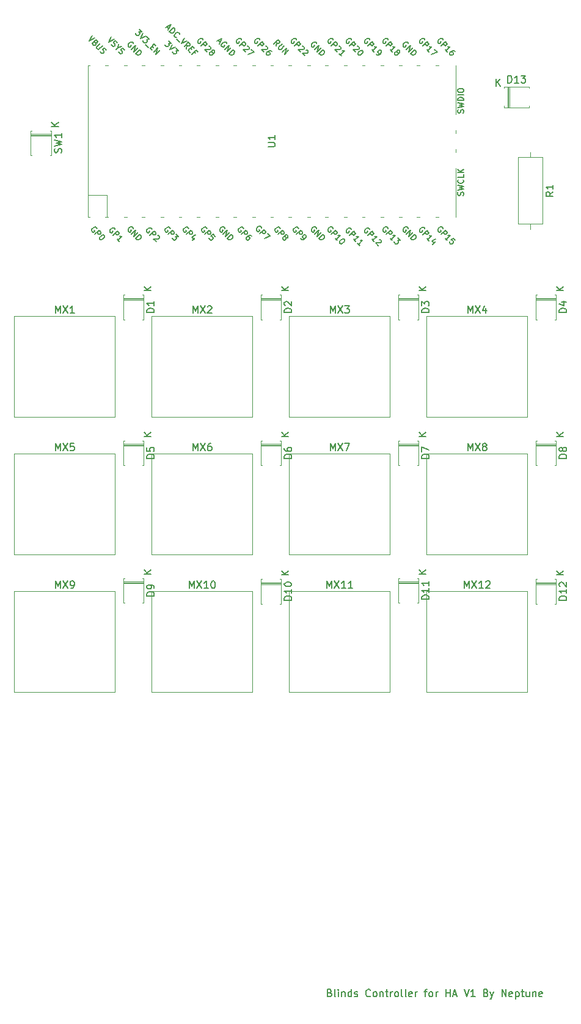
<source format=gto>
%TF.GenerationSoftware,KiCad,Pcbnew,7.0.9*%
%TF.CreationDate,2023-11-20T17:00:56-07:00*%
%TF.ProjectId,blindscontrol,626c696e-6473-4636-9f6e-74726f6c2e6b,rev?*%
%TF.SameCoordinates,Original*%
%TF.FileFunction,Legend,Top*%
%TF.FilePolarity,Positive*%
%FSLAX46Y46*%
G04 Gerber Fmt 4.6, Leading zero omitted, Abs format (unit mm)*
G04 Created by KiCad (PCBNEW 7.0.9) date 2023-11-20 17:00:56*
%MOMM*%
%LPD*%
G01*
G04 APERTURE LIST*
%ADD10C,0.150000*%
%ADD11C,0.120000*%
%ADD12C,1.700000*%
%ADD13C,4.000000*%
%ADD14C,2.200000*%
%ADD15R,2.000000X2.000000*%
%ADD16O,2.000000X2.000000*%
%ADD17O,1.800000X1.800000*%
%ADD18O,1.500000X1.500000*%
%ADD19O,1.700000X1.700000*%
%ADD20R,1.700000X3.500000*%
%ADD21R,1.700000X1.700000*%
%ADD22R,3.500000X1.700000*%
%ADD23C,1.600000*%
%ADD24O,1.600000X1.600000*%
%ADD25C,3.650000*%
%ADD26R,2.170000X2.170000*%
%ADD27C,2.170000*%
G04 APERTURE END LIST*
D10*
X240319112Y-224517009D02*
X240461969Y-224564628D01*
X240461969Y-224564628D02*
X240509588Y-224612247D01*
X240509588Y-224612247D02*
X240557207Y-224707485D01*
X240557207Y-224707485D02*
X240557207Y-224850342D01*
X240557207Y-224850342D02*
X240509588Y-224945580D01*
X240509588Y-224945580D02*
X240461969Y-224993200D01*
X240461969Y-224993200D02*
X240366731Y-225040819D01*
X240366731Y-225040819D02*
X239985779Y-225040819D01*
X239985779Y-225040819D02*
X239985779Y-224040819D01*
X239985779Y-224040819D02*
X240319112Y-224040819D01*
X240319112Y-224040819D02*
X240414350Y-224088438D01*
X240414350Y-224088438D02*
X240461969Y-224136057D01*
X240461969Y-224136057D02*
X240509588Y-224231295D01*
X240509588Y-224231295D02*
X240509588Y-224326533D01*
X240509588Y-224326533D02*
X240461969Y-224421771D01*
X240461969Y-224421771D02*
X240414350Y-224469390D01*
X240414350Y-224469390D02*
X240319112Y-224517009D01*
X240319112Y-224517009D02*
X239985779Y-224517009D01*
X241128636Y-225040819D02*
X241033398Y-224993200D01*
X241033398Y-224993200D02*
X240985779Y-224897961D01*
X240985779Y-224897961D02*
X240985779Y-224040819D01*
X241509589Y-225040819D02*
X241509589Y-224374152D01*
X241509589Y-224040819D02*
X241461970Y-224088438D01*
X241461970Y-224088438D02*
X241509589Y-224136057D01*
X241509589Y-224136057D02*
X241557208Y-224088438D01*
X241557208Y-224088438D02*
X241509589Y-224040819D01*
X241509589Y-224040819D02*
X241509589Y-224136057D01*
X241985779Y-224374152D02*
X241985779Y-225040819D01*
X241985779Y-224469390D02*
X242033398Y-224421771D01*
X242033398Y-224421771D02*
X242128636Y-224374152D01*
X242128636Y-224374152D02*
X242271493Y-224374152D01*
X242271493Y-224374152D02*
X242366731Y-224421771D01*
X242366731Y-224421771D02*
X242414350Y-224517009D01*
X242414350Y-224517009D02*
X242414350Y-225040819D01*
X243319112Y-225040819D02*
X243319112Y-224040819D01*
X243319112Y-224993200D02*
X243223874Y-225040819D01*
X243223874Y-225040819D02*
X243033398Y-225040819D01*
X243033398Y-225040819D02*
X242938160Y-224993200D01*
X242938160Y-224993200D02*
X242890541Y-224945580D01*
X242890541Y-224945580D02*
X242842922Y-224850342D01*
X242842922Y-224850342D02*
X242842922Y-224564628D01*
X242842922Y-224564628D02*
X242890541Y-224469390D01*
X242890541Y-224469390D02*
X242938160Y-224421771D01*
X242938160Y-224421771D02*
X243033398Y-224374152D01*
X243033398Y-224374152D02*
X243223874Y-224374152D01*
X243223874Y-224374152D02*
X243319112Y-224421771D01*
X243747684Y-224993200D02*
X243842922Y-225040819D01*
X243842922Y-225040819D02*
X244033398Y-225040819D01*
X244033398Y-225040819D02*
X244128636Y-224993200D01*
X244128636Y-224993200D02*
X244176255Y-224897961D01*
X244176255Y-224897961D02*
X244176255Y-224850342D01*
X244176255Y-224850342D02*
X244128636Y-224755104D01*
X244128636Y-224755104D02*
X244033398Y-224707485D01*
X244033398Y-224707485D02*
X243890541Y-224707485D01*
X243890541Y-224707485D02*
X243795303Y-224659866D01*
X243795303Y-224659866D02*
X243747684Y-224564628D01*
X243747684Y-224564628D02*
X243747684Y-224517009D01*
X243747684Y-224517009D02*
X243795303Y-224421771D01*
X243795303Y-224421771D02*
X243890541Y-224374152D01*
X243890541Y-224374152D02*
X244033398Y-224374152D01*
X244033398Y-224374152D02*
X244128636Y-224421771D01*
X245938160Y-224945580D02*
X245890541Y-224993200D01*
X245890541Y-224993200D02*
X245747684Y-225040819D01*
X245747684Y-225040819D02*
X245652446Y-225040819D01*
X245652446Y-225040819D02*
X245509589Y-224993200D01*
X245509589Y-224993200D02*
X245414351Y-224897961D01*
X245414351Y-224897961D02*
X245366732Y-224802723D01*
X245366732Y-224802723D02*
X245319113Y-224612247D01*
X245319113Y-224612247D02*
X245319113Y-224469390D01*
X245319113Y-224469390D02*
X245366732Y-224278914D01*
X245366732Y-224278914D02*
X245414351Y-224183676D01*
X245414351Y-224183676D02*
X245509589Y-224088438D01*
X245509589Y-224088438D02*
X245652446Y-224040819D01*
X245652446Y-224040819D02*
X245747684Y-224040819D01*
X245747684Y-224040819D02*
X245890541Y-224088438D01*
X245890541Y-224088438D02*
X245938160Y-224136057D01*
X246509589Y-225040819D02*
X246414351Y-224993200D01*
X246414351Y-224993200D02*
X246366732Y-224945580D01*
X246366732Y-224945580D02*
X246319113Y-224850342D01*
X246319113Y-224850342D02*
X246319113Y-224564628D01*
X246319113Y-224564628D02*
X246366732Y-224469390D01*
X246366732Y-224469390D02*
X246414351Y-224421771D01*
X246414351Y-224421771D02*
X246509589Y-224374152D01*
X246509589Y-224374152D02*
X246652446Y-224374152D01*
X246652446Y-224374152D02*
X246747684Y-224421771D01*
X246747684Y-224421771D02*
X246795303Y-224469390D01*
X246795303Y-224469390D02*
X246842922Y-224564628D01*
X246842922Y-224564628D02*
X246842922Y-224850342D01*
X246842922Y-224850342D02*
X246795303Y-224945580D01*
X246795303Y-224945580D02*
X246747684Y-224993200D01*
X246747684Y-224993200D02*
X246652446Y-225040819D01*
X246652446Y-225040819D02*
X246509589Y-225040819D01*
X247271494Y-224374152D02*
X247271494Y-225040819D01*
X247271494Y-224469390D02*
X247319113Y-224421771D01*
X247319113Y-224421771D02*
X247414351Y-224374152D01*
X247414351Y-224374152D02*
X247557208Y-224374152D01*
X247557208Y-224374152D02*
X247652446Y-224421771D01*
X247652446Y-224421771D02*
X247700065Y-224517009D01*
X247700065Y-224517009D02*
X247700065Y-225040819D01*
X248033399Y-224374152D02*
X248414351Y-224374152D01*
X248176256Y-224040819D02*
X248176256Y-224897961D01*
X248176256Y-224897961D02*
X248223875Y-224993200D01*
X248223875Y-224993200D02*
X248319113Y-225040819D01*
X248319113Y-225040819D02*
X248414351Y-225040819D01*
X248747685Y-225040819D02*
X248747685Y-224374152D01*
X248747685Y-224564628D02*
X248795304Y-224469390D01*
X248795304Y-224469390D02*
X248842923Y-224421771D01*
X248842923Y-224421771D02*
X248938161Y-224374152D01*
X248938161Y-224374152D02*
X249033399Y-224374152D01*
X249509590Y-225040819D02*
X249414352Y-224993200D01*
X249414352Y-224993200D02*
X249366733Y-224945580D01*
X249366733Y-224945580D02*
X249319114Y-224850342D01*
X249319114Y-224850342D02*
X249319114Y-224564628D01*
X249319114Y-224564628D02*
X249366733Y-224469390D01*
X249366733Y-224469390D02*
X249414352Y-224421771D01*
X249414352Y-224421771D02*
X249509590Y-224374152D01*
X249509590Y-224374152D02*
X249652447Y-224374152D01*
X249652447Y-224374152D02*
X249747685Y-224421771D01*
X249747685Y-224421771D02*
X249795304Y-224469390D01*
X249795304Y-224469390D02*
X249842923Y-224564628D01*
X249842923Y-224564628D02*
X249842923Y-224850342D01*
X249842923Y-224850342D02*
X249795304Y-224945580D01*
X249795304Y-224945580D02*
X249747685Y-224993200D01*
X249747685Y-224993200D02*
X249652447Y-225040819D01*
X249652447Y-225040819D02*
X249509590Y-225040819D01*
X250414352Y-225040819D02*
X250319114Y-224993200D01*
X250319114Y-224993200D02*
X250271495Y-224897961D01*
X250271495Y-224897961D02*
X250271495Y-224040819D01*
X250938162Y-225040819D02*
X250842924Y-224993200D01*
X250842924Y-224993200D02*
X250795305Y-224897961D01*
X250795305Y-224897961D02*
X250795305Y-224040819D01*
X251700067Y-224993200D02*
X251604829Y-225040819D01*
X251604829Y-225040819D02*
X251414353Y-225040819D01*
X251414353Y-225040819D02*
X251319115Y-224993200D01*
X251319115Y-224993200D02*
X251271496Y-224897961D01*
X251271496Y-224897961D02*
X251271496Y-224517009D01*
X251271496Y-224517009D02*
X251319115Y-224421771D01*
X251319115Y-224421771D02*
X251414353Y-224374152D01*
X251414353Y-224374152D02*
X251604829Y-224374152D01*
X251604829Y-224374152D02*
X251700067Y-224421771D01*
X251700067Y-224421771D02*
X251747686Y-224517009D01*
X251747686Y-224517009D02*
X251747686Y-224612247D01*
X251747686Y-224612247D02*
X251271496Y-224707485D01*
X252176258Y-225040819D02*
X252176258Y-224374152D01*
X252176258Y-224564628D02*
X252223877Y-224469390D01*
X252223877Y-224469390D02*
X252271496Y-224421771D01*
X252271496Y-224421771D02*
X252366734Y-224374152D01*
X252366734Y-224374152D02*
X252461972Y-224374152D01*
X253414354Y-224374152D02*
X253795306Y-224374152D01*
X253557211Y-225040819D02*
X253557211Y-224183676D01*
X253557211Y-224183676D02*
X253604830Y-224088438D01*
X253604830Y-224088438D02*
X253700068Y-224040819D01*
X253700068Y-224040819D02*
X253795306Y-224040819D01*
X254271497Y-225040819D02*
X254176259Y-224993200D01*
X254176259Y-224993200D02*
X254128640Y-224945580D01*
X254128640Y-224945580D02*
X254081021Y-224850342D01*
X254081021Y-224850342D02*
X254081021Y-224564628D01*
X254081021Y-224564628D02*
X254128640Y-224469390D01*
X254128640Y-224469390D02*
X254176259Y-224421771D01*
X254176259Y-224421771D02*
X254271497Y-224374152D01*
X254271497Y-224374152D02*
X254414354Y-224374152D01*
X254414354Y-224374152D02*
X254509592Y-224421771D01*
X254509592Y-224421771D02*
X254557211Y-224469390D01*
X254557211Y-224469390D02*
X254604830Y-224564628D01*
X254604830Y-224564628D02*
X254604830Y-224850342D01*
X254604830Y-224850342D02*
X254557211Y-224945580D01*
X254557211Y-224945580D02*
X254509592Y-224993200D01*
X254509592Y-224993200D02*
X254414354Y-225040819D01*
X254414354Y-225040819D02*
X254271497Y-225040819D01*
X255033402Y-225040819D02*
X255033402Y-224374152D01*
X255033402Y-224564628D02*
X255081021Y-224469390D01*
X255081021Y-224469390D02*
X255128640Y-224421771D01*
X255128640Y-224421771D02*
X255223878Y-224374152D01*
X255223878Y-224374152D02*
X255319116Y-224374152D01*
X256414355Y-225040819D02*
X256414355Y-224040819D01*
X256414355Y-224517009D02*
X256985783Y-224517009D01*
X256985783Y-225040819D02*
X256985783Y-224040819D01*
X257414355Y-224755104D02*
X257890545Y-224755104D01*
X257319117Y-225040819D02*
X257652450Y-224040819D01*
X257652450Y-224040819D02*
X257985783Y-225040819D01*
X258938165Y-224040819D02*
X259271498Y-225040819D01*
X259271498Y-225040819D02*
X259604831Y-224040819D01*
X260461974Y-225040819D02*
X259890546Y-225040819D01*
X260176260Y-225040819D02*
X260176260Y-224040819D01*
X260176260Y-224040819D02*
X260081022Y-224183676D01*
X260081022Y-224183676D02*
X259985784Y-224278914D01*
X259985784Y-224278914D02*
X259890546Y-224326533D01*
X261985784Y-224517009D02*
X262128641Y-224564628D01*
X262128641Y-224564628D02*
X262176260Y-224612247D01*
X262176260Y-224612247D02*
X262223879Y-224707485D01*
X262223879Y-224707485D02*
X262223879Y-224850342D01*
X262223879Y-224850342D02*
X262176260Y-224945580D01*
X262176260Y-224945580D02*
X262128641Y-224993200D01*
X262128641Y-224993200D02*
X262033403Y-225040819D01*
X262033403Y-225040819D02*
X261652451Y-225040819D01*
X261652451Y-225040819D02*
X261652451Y-224040819D01*
X261652451Y-224040819D02*
X261985784Y-224040819D01*
X261985784Y-224040819D02*
X262081022Y-224088438D01*
X262081022Y-224088438D02*
X262128641Y-224136057D01*
X262128641Y-224136057D02*
X262176260Y-224231295D01*
X262176260Y-224231295D02*
X262176260Y-224326533D01*
X262176260Y-224326533D02*
X262128641Y-224421771D01*
X262128641Y-224421771D02*
X262081022Y-224469390D01*
X262081022Y-224469390D02*
X261985784Y-224517009D01*
X261985784Y-224517009D02*
X261652451Y-224517009D01*
X262557213Y-224374152D02*
X262795308Y-225040819D01*
X263033403Y-224374152D02*
X262795308Y-225040819D01*
X262795308Y-225040819D02*
X262700070Y-225278914D01*
X262700070Y-225278914D02*
X262652451Y-225326533D01*
X262652451Y-225326533D02*
X262557213Y-225374152D01*
X264176261Y-225040819D02*
X264176261Y-224040819D01*
X264176261Y-224040819D02*
X264747689Y-225040819D01*
X264747689Y-225040819D02*
X264747689Y-224040819D01*
X265604832Y-224993200D02*
X265509594Y-225040819D01*
X265509594Y-225040819D02*
X265319118Y-225040819D01*
X265319118Y-225040819D02*
X265223880Y-224993200D01*
X265223880Y-224993200D02*
X265176261Y-224897961D01*
X265176261Y-224897961D02*
X265176261Y-224517009D01*
X265176261Y-224517009D02*
X265223880Y-224421771D01*
X265223880Y-224421771D02*
X265319118Y-224374152D01*
X265319118Y-224374152D02*
X265509594Y-224374152D01*
X265509594Y-224374152D02*
X265604832Y-224421771D01*
X265604832Y-224421771D02*
X265652451Y-224517009D01*
X265652451Y-224517009D02*
X265652451Y-224612247D01*
X265652451Y-224612247D02*
X265176261Y-224707485D01*
X266081023Y-224374152D02*
X266081023Y-225374152D01*
X266081023Y-224421771D02*
X266176261Y-224374152D01*
X266176261Y-224374152D02*
X266366737Y-224374152D01*
X266366737Y-224374152D02*
X266461975Y-224421771D01*
X266461975Y-224421771D02*
X266509594Y-224469390D01*
X266509594Y-224469390D02*
X266557213Y-224564628D01*
X266557213Y-224564628D02*
X266557213Y-224850342D01*
X266557213Y-224850342D02*
X266509594Y-224945580D01*
X266509594Y-224945580D02*
X266461975Y-224993200D01*
X266461975Y-224993200D02*
X266366737Y-225040819D01*
X266366737Y-225040819D02*
X266176261Y-225040819D01*
X266176261Y-225040819D02*
X266081023Y-224993200D01*
X266842928Y-224374152D02*
X267223880Y-224374152D01*
X266985785Y-224040819D02*
X266985785Y-224897961D01*
X266985785Y-224897961D02*
X267033404Y-224993200D01*
X267033404Y-224993200D02*
X267128642Y-225040819D01*
X267128642Y-225040819D02*
X267223880Y-225040819D01*
X267985785Y-224374152D02*
X267985785Y-225040819D01*
X267557214Y-224374152D02*
X267557214Y-224897961D01*
X267557214Y-224897961D02*
X267604833Y-224993200D01*
X267604833Y-224993200D02*
X267700071Y-225040819D01*
X267700071Y-225040819D02*
X267842928Y-225040819D01*
X267842928Y-225040819D02*
X267938166Y-224993200D01*
X267938166Y-224993200D02*
X267985785Y-224945580D01*
X268461976Y-224374152D02*
X268461976Y-225040819D01*
X268461976Y-224469390D02*
X268509595Y-224421771D01*
X268509595Y-224421771D02*
X268604833Y-224374152D01*
X268604833Y-224374152D02*
X268747690Y-224374152D01*
X268747690Y-224374152D02*
X268842928Y-224421771D01*
X268842928Y-224421771D02*
X268890547Y-224517009D01*
X268890547Y-224517009D02*
X268890547Y-225040819D01*
X269747690Y-224993200D02*
X269652452Y-225040819D01*
X269652452Y-225040819D02*
X269461976Y-225040819D01*
X269461976Y-225040819D02*
X269366738Y-224993200D01*
X269366738Y-224993200D02*
X269319119Y-224897961D01*
X269319119Y-224897961D02*
X269319119Y-224517009D01*
X269319119Y-224517009D02*
X269366738Y-224421771D01*
X269366738Y-224421771D02*
X269461976Y-224374152D01*
X269461976Y-224374152D02*
X269652452Y-224374152D01*
X269652452Y-224374152D02*
X269747690Y-224421771D01*
X269747690Y-224421771D02*
X269795309Y-224517009D01*
X269795309Y-224517009D02*
X269795309Y-224612247D01*
X269795309Y-224612247D02*
X269319119Y-224707485D01*
X221345286Y-149425819D02*
X221345286Y-148425819D01*
X221345286Y-148425819D02*
X221678619Y-149140104D01*
X221678619Y-149140104D02*
X222011952Y-148425819D01*
X222011952Y-148425819D02*
X222011952Y-149425819D01*
X222392905Y-148425819D02*
X223059571Y-149425819D01*
X223059571Y-148425819D02*
X222392905Y-149425819D01*
X223869095Y-148425819D02*
X223678619Y-148425819D01*
X223678619Y-148425819D02*
X223583381Y-148473438D01*
X223583381Y-148473438D02*
X223535762Y-148521057D01*
X223535762Y-148521057D02*
X223440524Y-148663914D01*
X223440524Y-148663914D02*
X223392905Y-148854390D01*
X223392905Y-148854390D02*
X223392905Y-149235342D01*
X223392905Y-149235342D02*
X223440524Y-149330580D01*
X223440524Y-149330580D02*
X223488143Y-149378200D01*
X223488143Y-149378200D02*
X223583381Y-149425819D01*
X223583381Y-149425819D02*
X223773857Y-149425819D01*
X223773857Y-149425819D02*
X223869095Y-149378200D01*
X223869095Y-149378200D02*
X223916714Y-149330580D01*
X223916714Y-149330580D02*
X223964333Y-149235342D01*
X223964333Y-149235342D02*
X223964333Y-148997247D01*
X223964333Y-148997247D02*
X223916714Y-148902009D01*
X223916714Y-148902009D02*
X223869095Y-148854390D01*
X223869095Y-148854390D02*
X223773857Y-148806771D01*
X223773857Y-148806771D02*
X223583381Y-148806771D01*
X223583381Y-148806771D02*
X223488143Y-148854390D01*
X223488143Y-148854390D02*
X223440524Y-148902009D01*
X223440524Y-148902009D02*
X223392905Y-148997247D01*
X254080819Y-169997285D02*
X253080819Y-169997285D01*
X253080819Y-169997285D02*
X253080819Y-169759190D01*
X253080819Y-169759190D02*
X253128438Y-169616333D01*
X253128438Y-169616333D02*
X253223676Y-169521095D01*
X253223676Y-169521095D02*
X253318914Y-169473476D01*
X253318914Y-169473476D02*
X253509390Y-169425857D01*
X253509390Y-169425857D02*
X253652247Y-169425857D01*
X253652247Y-169425857D02*
X253842723Y-169473476D01*
X253842723Y-169473476D02*
X253937961Y-169521095D01*
X253937961Y-169521095D02*
X254033200Y-169616333D01*
X254033200Y-169616333D02*
X254080819Y-169759190D01*
X254080819Y-169759190D02*
X254080819Y-169997285D01*
X254080819Y-168473476D02*
X254080819Y-169044904D01*
X254080819Y-168759190D02*
X253080819Y-168759190D01*
X253080819Y-168759190D02*
X253223676Y-168854428D01*
X253223676Y-168854428D02*
X253318914Y-168949666D01*
X253318914Y-168949666D02*
X253366533Y-169044904D01*
X254080819Y-167521095D02*
X254080819Y-168092523D01*
X254080819Y-167806809D02*
X253080819Y-167806809D01*
X253080819Y-167806809D02*
X253223676Y-167902047D01*
X253223676Y-167902047D02*
X253318914Y-167997285D01*
X253318914Y-167997285D02*
X253366533Y-168092523D01*
X253660819Y-166504904D02*
X252660819Y-166504904D01*
X253660819Y-165933476D02*
X253089390Y-166362047D01*
X252660819Y-165933476D02*
X253232247Y-166504904D01*
X273130819Y-150471094D02*
X272130819Y-150471094D01*
X272130819Y-150471094D02*
X272130819Y-150232999D01*
X272130819Y-150232999D02*
X272178438Y-150090142D01*
X272178438Y-150090142D02*
X272273676Y-149994904D01*
X272273676Y-149994904D02*
X272368914Y-149947285D01*
X272368914Y-149947285D02*
X272559390Y-149899666D01*
X272559390Y-149899666D02*
X272702247Y-149899666D01*
X272702247Y-149899666D02*
X272892723Y-149947285D01*
X272892723Y-149947285D02*
X272987961Y-149994904D01*
X272987961Y-149994904D02*
X273083200Y-150090142D01*
X273083200Y-150090142D02*
X273130819Y-150232999D01*
X273130819Y-150232999D02*
X273130819Y-150471094D01*
X272559390Y-149328237D02*
X272511771Y-149423475D01*
X272511771Y-149423475D02*
X272464152Y-149471094D01*
X272464152Y-149471094D02*
X272368914Y-149518713D01*
X272368914Y-149518713D02*
X272321295Y-149518713D01*
X272321295Y-149518713D02*
X272226057Y-149471094D01*
X272226057Y-149471094D02*
X272178438Y-149423475D01*
X272178438Y-149423475D02*
X272130819Y-149328237D01*
X272130819Y-149328237D02*
X272130819Y-149137761D01*
X272130819Y-149137761D02*
X272178438Y-149042523D01*
X272178438Y-149042523D02*
X272226057Y-148994904D01*
X272226057Y-148994904D02*
X272321295Y-148947285D01*
X272321295Y-148947285D02*
X272368914Y-148947285D01*
X272368914Y-148947285D02*
X272464152Y-148994904D01*
X272464152Y-148994904D02*
X272511771Y-149042523D01*
X272511771Y-149042523D02*
X272559390Y-149137761D01*
X272559390Y-149137761D02*
X272559390Y-149328237D01*
X272559390Y-149328237D02*
X272607009Y-149423475D01*
X272607009Y-149423475D02*
X272654628Y-149471094D01*
X272654628Y-149471094D02*
X272749866Y-149518713D01*
X272749866Y-149518713D02*
X272940342Y-149518713D01*
X272940342Y-149518713D02*
X273035580Y-149471094D01*
X273035580Y-149471094D02*
X273083200Y-149423475D01*
X273083200Y-149423475D02*
X273130819Y-149328237D01*
X273130819Y-149328237D02*
X273130819Y-149137761D01*
X273130819Y-149137761D02*
X273083200Y-149042523D01*
X273083200Y-149042523D02*
X273035580Y-148994904D01*
X273035580Y-148994904D02*
X272940342Y-148947285D01*
X272940342Y-148947285D02*
X272749866Y-148947285D01*
X272749866Y-148947285D02*
X272654628Y-148994904D01*
X272654628Y-148994904D02*
X272607009Y-149042523D01*
X272607009Y-149042523D02*
X272559390Y-149137761D01*
X272710819Y-147454904D02*
X271710819Y-147454904D01*
X272710819Y-146883476D02*
X272139390Y-147312047D01*
X271710819Y-146883476D02*
X272282247Y-147454904D01*
X258969095Y-168475819D02*
X258969095Y-167475819D01*
X258969095Y-167475819D02*
X259302428Y-168190104D01*
X259302428Y-168190104D02*
X259635761Y-167475819D01*
X259635761Y-167475819D02*
X259635761Y-168475819D01*
X260016714Y-167475819D02*
X260683380Y-168475819D01*
X260683380Y-167475819D02*
X260016714Y-168475819D01*
X261588142Y-168475819D02*
X261016714Y-168475819D01*
X261302428Y-168475819D02*
X261302428Y-167475819D01*
X261302428Y-167475819D02*
X261207190Y-167618676D01*
X261207190Y-167618676D02*
X261111952Y-167713914D01*
X261111952Y-167713914D02*
X261016714Y-167761533D01*
X261969095Y-167571057D02*
X262016714Y-167523438D01*
X262016714Y-167523438D02*
X262111952Y-167475819D01*
X262111952Y-167475819D02*
X262350047Y-167475819D01*
X262350047Y-167475819D02*
X262445285Y-167523438D01*
X262445285Y-167523438D02*
X262492904Y-167571057D01*
X262492904Y-167571057D02*
X262540523Y-167666295D01*
X262540523Y-167666295D02*
X262540523Y-167761533D01*
X262540523Y-167761533D02*
X262492904Y-167904390D01*
X262492904Y-167904390D02*
X261921476Y-168475819D01*
X261921476Y-168475819D02*
X262540523Y-168475819D01*
X259445286Y-149425819D02*
X259445286Y-148425819D01*
X259445286Y-148425819D02*
X259778619Y-149140104D01*
X259778619Y-149140104D02*
X260111952Y-148425819D01*
X260111952Y-148425819D02*
X260111952Y-149425819D01*
X260492905Y-148425819D02*
X261159571Y-149425819D01*
X261159571Y-148425819D02*
X260492905Y-149425819D01*
X261683381Y-148854390D02*
X261588143Y-148806771D01*
X261588143Y-148806771D02*
X261540524Y-148759152D01*
X261540524Y-148759152D02*
X261492905Y-148663914D01*
X261492905Y-148663914D02*
X261492905Y-148616295D01*
X261492905Y-148616295D02*
X261540524Y-148521057D01*
X261540524Y-148521057D02*
X261588143Y-148473438D01*
X261588143Y-148473438D02*
X261683381Y-148425819D01*
X261683381Y-148425819D02*
X261873857Y-148425819D01*
X261873857Y-148425819D02*
X261969095Y-148473438D01*
X261969095Y-148473438D02*
X262016714Y-148521057D01*
X262016714Y-148521057D02*
X262064333Y-148616295D01*
X262064333Y-148616295D02*
X262064333Y-148663914D01*
X262064333Y-148663914D02*
X262016714Y-148759152D01*
X262016714Y-148759152D02*
X261969095Y-148806771D01*
X261969095Y-148806771D02*
X261873857Y-148854390D01*
X261873857Y-148854390D02*
X261683381Y-148854390D01*
X261683381Y-148854390D02*
X261588143Y-148902009D01*
X261588143Y-148902009D02*
X261540524Y-148949628D01*
X261540524Y-148949628D02*
X261492905Y-149044866D01*
X261492905Y-149044866D02*
X261492905Y-149235342D01*
X261492905Y-149235342D02*
X261540524Y-149330580D01*
X261540524Y-149330580D02*
X261588143Y-149378200D01*
X261588143Y-149378200D02*
X261683381Y-149425819D01*
X261683381Y-149425819D02*
X261873857Y-149425819D01*
X261873857Y-149425819D02*
X261969095Y-149378200D01*
X261969095Y-149378200D02*
X262016714Y-149330580D01*
X262016714Y-149330580D02*
X262064333Y-149235342D01*
X262064333Y-149235342D02*
X262064333Y-149044866D01*
X262064333Y-149044866D02*
X262016714Y-148949628D01*
X262016714Y-148949628D02*
X261969095Y-148902009D01*
X261969095Y-148902009D02*
X261873857Y-148854390D01*
X239919095Y-168475819D02*
X239919095Y-167475819D01*
X239919095Y-167475819D02*
X240252428Y-168190104D01*
X240252428Y-168190104D02*
X240585761Y-167475819D01*
X240585761Y-167475819D02*
X240585761Y-168475819D01*
X240966714Y-167475819D02*
X241633380Y-168475819D01*
X241633380Y-167475819D02*
X240966714Y-168475819D01*
X242538142Y-168475819D02*
X241966714Y-168475819D01*
X242252428Y-168475819D02*
X242252428Y-167475819D01*
X242252428Y-167475819D02*
X242157190Y-167618676D01*
X242157190Y-167618676D02*
X242061952Y-167713914D01*
X242061952Y-167713914D02*
X241966714Y-167761533D01*
X243490523Y-168475819D02*
X242919095Y-168475819D01*
X243204809Y-168475819D02*
X243204809Y-167475819D01*
X243204809Y-167475819D02*
X243109571Y-167618676D01*
X243109571Y-167618676D02*
X243014333Y-167713914D01*
X243014333Y-167713914D02*
X242919095Y-167761533D01*
X273130819Y-170124285D02*
X272130819Y-170124285D01*
X272130819Y-170124285D02*
X272130819Y-169886190D01*
X272130819Y-169886190D02*
X272178438Y-169743333D01*
X272178438Y-169743333D02*
X272273676Y-169648095D01*
X272273676Y-169648095D02*
X272368914Y-169600476D01*
X272368914Y-169600476D02*
X272559390Y-169552857D01*
X272559390Y-169552857D02*
X272702247Y-169552857D01*
X272702247Y-169552857D02*
X272892723Y-169600476D01*
X272892723Y-169600476D02*
X272987961Y-169648095D01*
X272987961Y-169648095D02*
X273083200Y-169743333D01*
X273083200Y-169743333D02*
X273130819Y-169886190D01*
X273130819Y-169886190D02*
X273130819Y-170124285D01*
X273130819Y-168600476D02*
X273130819Y-169171904D01*
X273130819Y-168886190D02*
X272130819Y-168886190D01*
X272130819Y-168886190D02*
X272273676Y-168981428D01*
X272273676Y-168981428D02*
X272368914Y-169076666D01*
X272368914Y-169076666D02*
X272416533Y-169171904D01*
X272226057Y-168219523D02*
X272178438Y-168171904D01*
X272178438Y-168171904D02*
X272130819Y-168076666D01*
X272130819Y-168076666D02*
X272130819Y-167838571D01*
X272130819Y-167838571D02*
X272178438Y-167743333D01*
X272178438Y-167743333D02*
X272226057Y-167695714D01*
X272226057Y-167695714D02*
X272321295Y-167648095D01*
X272321295Y-167648095D02*
X272416533Y-167648095D01*
X272416533Y-167648095D02*
X272559390Y-167695714D01*
X272559390Y-167695714D02*
X273130819Y-168267142D01*
X273130819Y-168267142D02*
X273130819Y-167648095D01*
X272710819Y-166631904D02*
X271710819Y-166631904D01*
X272710819Y-166060476D02*
X272139390Y-166489047D01*
X271710819Y-166060476D02*
X272282247Y-166631904D01*
X202295286Y-149425819D02*
X202295286Y-148425819D01*
X202295286Y-148425819D02*
X202628619Y-149140104D01*
X202628619Y-149140104D02*
X202961952Y-148425819D01*
X202961952Y-148425819D02*
X202961952Y-149425819D01*
X203342905Y-148425819D02*
X204009571Y-149425819D01*
X204009571Y-148425819D02*
X203342905Y-149425819D01*
X204866714Y-148425819D02*
X204390524Y-148425819D01*
X204390524Y-148425819D02*
X204342905Y-148902009D01*
X204342905Y-148902009D02*
X204390524Y-148854390D01*
X204390524Y-148854390D02*
X204485762Y-148806771D01*
X204485762Y-148806771D02*
X204723857Y-148806771D01*
X204723857Y-148806771D02*
X204819095Y-148854390D01*
X204819095Y-148854390D02*
X204866714Y-148902009D01*
X204866714Y-148902009D02*
X204914333Y-148997247D01*
X204914333Y-148997247D02*
X204914333Y-149235342D01*
X204914333Y-149235342D02*
X204866714Y-149330580D01*
X204866714Y-149330580D02*
X204819095Y-149378200D01*
X204819095Y-149378200D02*
X204723857Y-149425819D01*
X204723857Y-149425819D02*
X204485762Y-149425819D01*
X204485762Y-149425819D02*
X204390524Y-149378200D01*
X204390524Y-149378200D02*
X204342905Y-149330580D01*
X215980819Y-130278094D02*
X214980819Y-130278094D01*
X214980819Y-130278094D02*
X214980819Y-130039999D01*
X214980819Y-130039999D02*
X215028438Y-129897142D01*
X215028438Y-129897142D02*
X215123676Y-129801904D01*
X215123676Y-129801904D02*
X215218914Y-129754285D01*
X215218914Y-129754285D02*
X215409390Y-129706666D01*
X215409390Y-129706666D02*
X215552247Y-129706666D01*
X215552247Y-129706666D02*
X215742723Y-129754285D01*
X215742723Y-129754285D02*
X215837961Y-129801904D01*
X215837961Y-129801904D02*
X215933200Y-129897142D01*
X215933200Y-129897142D02*
X215980819Y-130039999D01*
X215980819Y-130039999D02*
X215980819Y-130278094D01*
X215980819Y-128754285D02*
X215980819Y-129325713D01*
X215980819Y-129039999D02*
X214980819Y-129039999D01*
X214980819Y-129039999D02*
X215123676Y-129135237D01*
X215123676Y-129135237D02*
X215218914Y-129230475D01*
X215218914Y-129230475D02*
X215266533Y-129325713D01*
X215560819Y-127261904D02*
X214560819Y-127261904D01*
X215560819Y-126690476D02*
X214989390Y-127119047D01*
X214560819Y-126690476D02*
X215132247Y-127261904D01*
X203106200Y-108140332D02*
X203153819Y-107997475D01*
X203153819Y-107997475D02*
X203153819Y-107759380D01*
X203153819Y-107759380D02*
X203106200Y-107664142D01*
X203106200Y-107664142D02*
X203058580Y-107616523D01*
X203058580Y-107616523D02*
X202963342Y-107568904D01*
X202963342Y-107568904D02*
X202868104Y-107568904D01*
X202868104Y-107568904D02*
X202772866Y-107616523D01*
X202772866Y-107616523D02*
X202725247Y-107664142D01*
X202725247Y-107664142D02*
X202677628Y-107759380D01*
X202677628Y-107759380D02*
X202630009Y-107949856D01*
X202630009Y-107949856D02*
X202582390Y-108045094D01*
X202582390Y-108045094D02*
X202534771Y-108092713D01*
X202534771Y-108092713D02*
X202439533Y-108140332D01*
X202439533Y-108140332D02*
X202344295Y-108140332D01*
X202344295Y-108140332D02*
X202249057Y-108092713D01*
X202249057Y-108092713D02*
X202201438Y-108045094D01*
X202201438Y-108045094D02*
X202153819Y-107949856D01*
X202153819Y-107949856D02*
X202153819Y-107711761D01*
X202153819Y-107711761D02*
X202201438Y-107568904D01*
X202153819Y-107235570D02*
X203153819Y-106997475D01*
X203153819Y-106997475D02*
X202439533Y-106806999D01*
X202439533Y-106806999D02*
X203153819Y-106616523D01*
X203153819Y-106616523D02*
X202153819Y-106378428D01*
X203153819Y-105473666D02*
X203153819Y-106045094D01*
X203153819Y-105759380D02*
X202153819Y-105759380D01*
X202153819Y-105759380D02*
X202296676Y-105854618D01*
X202296676Y-105854618D02*
X202391914Y-105949856D01*
X202391914Y-105949856D02*
X202439533Y-106045094D01*
X202733819Y-104528904D02*
X201733819Y-104528904D01*
X202733819Y-103957476D02*
X202162390Y-104386047D01*
X201733819Y-103957476D02*
X202305247Y-104528904D01*
X235030819Y-130278094D02*
X234030819Y-130278094D01*
X234030819Y-130278094D02*
X234030819Y-130039999D01*
X234030819Y-130039999D02*
X234078438Y-129897142D01*
X234078438Y-129897142D02*
X234173676Y-129801904D01*
X234173676Y-129801904D02*
X234268914Y-129754285D01*
X234268914Y-129754285D02*
X234459390Y-129706666D01*
X234459390Y-129706666D02*
X234602247Y-129706666D01*
X234602247Y-129706666D02*
X234792723Y-129754285D01*
X234792723Y-129754285D02*
X234887961Y-129801904D01*
X234887961Y-129801904D02*
X234983200Y-129897142D01*
X234983200Y-129897142D02*
X235030819Y-130039999D01*
X235030819Y-130039999D02*
X235030819Y-130278094D01*
X234126057Y-129325713D02*
X234078438Y-129278094D01*
X234078438Y-129278094D02*
X234030819Y-129182856D01*
X234030819Y-129182856D02*
X234030819Y-128944761D01*
X234030819Y-128944761D02*
X234078438Y-128849523D01*
X234078438Y-128849523D02*
X234126057Y-128801904D01*
X234126057Y-128801904D02*
X234221295Y-128754285D01*
X234221295Y-128754285D02*
X234316533Y-128754285D01*
X234316533Y-128754285D02*
X234459390Y-128801904D01*
X234459390Y-128801904D02*
X235030819Y-129373332D01*
X235030819Y-129373332D02*
X235030819Y-128754285D01*
X234610819Y-127261904D02*
X233610819Y-127261904D01*
X234610819Y-126690476D02*
X234039390Y-127119047D01*
X233610819Y-126690476D02*
X234182247Y-127261904D01*
X254080819Y-130278094D02*
X253080819Y-130278094D01*
X253080819Y-130278094D02*
X253080819Y-130039999D01*
X253080819Y-130039999D02*
X253128438Y-129897142D01*
X253128438Y-129897142D02*
X253223676Y-129801904D01*
X253223676Y-129801904D02*
X253318914Y-129754285D01*
X253318914Y-129754285D02*
X253509390Y-129706666D01*
X253509390Y-129706666D02*
X253652247Y-129706666D01*
X253652247Y-129706666D02*
X253842723Y-129754285D01*
X253842723Y-129754285D02*
X253937961Y-129801904D01*
X253937961Y-129801904D02*
X254033200Y-129897142D01*
X254033200Y-129897142D02*
X254080819Y-130039999D01*
X254080819Y-130039999D02*
X254080819Y-130278094D01*
X253080819Y-129373332D02*
X253080819Y-128754285D01*
X253080819Y-128754285D02*
X253461771Y-129087618D01*
X253461771Y-129087618D02*
X253461771Y-128944761D01*
X253461771Y-128944761D02*
X253509390Y-128849523D01*
X253509390Y-128849523D02*
X253557009Y-128801904D01*
X253557009Y-128801904D02*
X253652247Y-128754285D01*
X253652247Y-128754285D02*
X253890342Y-128754285D01*
X253890342Y-128754285D02*
X253985580Y-128801904D01*
X253985580Y-128801904D02*
X254033200Y-128849523D01*
X254033200Y-128849523D02*
X254080819Y-128944761D01*
X254080819Y-128944761D02*
X254080819Y-129230475D01*
X254080819Y-129230475D02*
X254033200Y-129325713D01*
X254033200Y-129325713D02*
X253985580Y-129373332D01*
X253660819Y-127261904D02*
X252660819Y-127261904D01*
X253660819Y-126690476D02*
X253089390Y-127119047D01*
X252660819Y-126690476D02*
X253232247Y-127261904D01*
X235030819Y-150471094D02*
X234030819Y-150471094D01*
X234030819Y-150471094D02*
X234030819Y-150232999D01*
X234030819Y-150232999D02*
X234078438Y-150090142D01*
X234078438Y-150090142D02*
X234173676Y-149994904D01*
X234173676Y-149994904D02*
X234268914Y-149947285D01*
X234268914Y-149947285D02*
X234459390Y-149899666D01*
X234459390Y-149899666D02*
X234602247Y-149899666D01*
X234602247Y-149899666D02*
X234792723Y-149947285D01*
X234792723Y-149947285D02*
X234887961Y-149994904D01*
X234887961Y-149994904D02*
X234983200Y-150090142D01*
X234983200Y-150090142D02*
X235030819Y-150232999D01*
X235030819Y-150232999D02*
X235030819Y-150471094D01*
X234030819Y-149042523D02*
X234030819Y-149232999D01*
X234030819Y-149232999D02*
X234078438Y-149328237D01*
X234078438Y-149328237D02*
X234126057Y-149375856D01*
X234126057Y-149375856D02*
X234268914Y-149471094D01*
X234268914Y-149471094D02*
X234459390Y-149518713D01*
X234459390Y-149518713D02*
X234840342Y-149518713D01*
X234840342Y-149518713D02*
X234935580Y-149471094D01*
X234935580Y-149471094D02*
X234983200Y-149423475D01*
X234983200Y-149423475D02*
X235030819Y-149328237D01*
X235030819Y-149328237D02*
X235030819Y-149137761D01*
X235030819Y-149137761D02*
X234983200Y-149042523D01*
X234983200Y-149042523D02*
X234935580Y-148994904D01*
X234935580Y-148994904D02*
X234840342Y-148947285D01*
X234840342Y-148947285D02*
X234602247Y-148947285D01*
X234602247Y-148947285D02*
X234507009Y-148994904D01*
X234507009Y-148994904D02*
X234459390Y-149042523D01*
X234459390Y-149042523D02*
X234411771Y-149137761D01*
X234411771Y-149137761D02*
X234411771Y-149328237D01*
X234411771Y-149328237D02*
X234459390Y-149423475D01*
X234459390Y-149423475D02*
X234507009Y-149471094D01*
X234507009Y-149471094D02*
X234602247Y-149518713D01*
X234610819Y-147454904D02*
X233610819Y-147454904D01*
X234610819Y-146883476D02*
X234039390Y-147312047D01*
X233610819Y-146883476D02*
X234182247Y-147454904D01*
X231746819Y-107314904D02*
X232556342Y-107314904D01*
X232556342Y-107314904D02*
X232651580Y-107267285D01*
X232651580Y-107267285D02*
X232699200Y-107219666D01*
X232699200Y-107219666D02*
X232746819Y-107124428D01*
X232746819Y-107124428D02*
X232746819Y-106933952D01*
X232746819Y-106933952D02*
X232699200Y-106838714D01*
X232699200Y-106838714D02*
X232651580Y-106791095D01*
X232651580Y-106791095D02*
X232556342Y-106743476D01*
X232556342Y-106743476D02*
X231746819Y-106743476D01*
X232746819Y-105743476D02*
X232746819Y-106314904D01*
X232746819Y-106029190D02*
X231746819Y-106029190D01*
X231746819Y-106029190D02*
X231889676Y-106124428D01*
X231889676Y-106124428D02*
X231984914Y-106219666D01*
X231984914Y-106219666D02*
X232032533Y-106314904D01*
X213093568Y-118639435D02*
X213066631Y-118558623D01*
X213066631Y-118558623D02*
X212985819Y-118477811D01*
X212985819Y-118477811D02*
X212878069Y-118423936D01*
X212878069Y-118423936D02*
X212770319Y-118423936D01*
X212770319Y-118423936D02*
X212689507Y-118450873D01*
X212689507Y-118450873D02*
X212554820Y-118531685D01*
X212554820Y-118531685D02*
X212474008Y-118612498D01*
X212474008Y-118612498D02*
X212393196Y-118747185D01*
X212393196Y-118747185D02*
X212366258Y-118827997D01*
X212366258Y-118827997D02*
X212366258Y-118935746D01*
X212366258Y-118935746D02*
X212420133Y-119043496D01*
X212420133Y-119043496D02*
X212474008Y-119097371D01*
X212474008Y-119097371D02*
X212581758Y-119151246D01*
X212581758Y-119151246D02*
X212635632Y-119151246D01*
X212635632Y-119151246D02*
X212824194Y-118962684D01*
X212824194Y-118962684D02*
X212716445Y-118854934D01*
X212824194Y-119447557D02*
X213389880Y-118881872D01*
X213389880Y-118881872D02*
X213147443Y-119770806D01*
X213147443Y-119770806D02*
X213713128Y-119205120D01*
X213416817Y-120040180D02*
X213982502Y-119474494D01*
X213982502Y-119474494D02*
X214117189Y-119609181D01*
X214117189Y-119609181D02*
X214171064Y-119716931D01*
X214171064Y-119716931D02*
X214171064Y-119824680D01*
X214171064Y-119824680D02*
X214144127Y-119905493D01*
X214144127Y-119905493D02*
X214063314Y-120040180D01*
X214063314Y-120040180D02*
X213982502Y-120120992D01*
X213982502Y-120120992D02*
X213847815Y-120201804D01*
X213847815Y-120201804D02*
X213767003Y-120228741D01*
X213767003Y-120228741D02*
X213659253Y-120228741D01*
X213659253Y-120228741D02*
X213551504Y-120174867D01*
X213551504Y-120174867D02*
X213416817Y-120040180D01*
X240791131Y-118650998D02*
X240764194Y-118570185D01*
X240764194Y-118570185D02*
X240683381Y-118489373D01*
X240683381Y-118489373D02*
X240575632Y-118435498D01*
X240575632Y-118435498D02*
X240467882Y-118435498D01*
X240467882Y-118435498D02*
X240387070Y-118462436D01*
X240387070Y-118462436D02*
X240252383Y-118543248D01*
X240252383Y-118543248D02*
X240171571Y-118624060D01*
X240171571Y-118624060D02*
X240090758Y-118758747D01*
X240090758Y-118758747D02*
X240063821Y-118839560D01*
X240063821Y-118839560D02*
X240063821Y-118947309D01*
X240063821Y-118947309D02*
X240117696Y-119055059D01*
X240117696Y-119055059D02*
X240171571Y-119108934D01*
X240171571Y-119108934D02*
X240279320Y-119162808D01*
X240279320Y-119162808D02*
X240333195Y-119162808D01*
X240333195Y-119162808D02*
X240521757Y-118974247D01*
X240521757Y-118974247D02*
X240414007Y-118866497D01*
X240521757Y-119459120D02*
X241087442Y-118893434D01*
X241087442Y-118893434D02*
X241302942Y-119108934D01*
X241302942Y-119108934D02*
X241329879Y-119189746D01*
X241329879Y-119189746D02*
X241329879Y-119243621D01*
X241329879Y-119243621D02*
X241302942Y-119324433D01*
X241302942Y-119324433D02*
X241222129Y-119405245D01*
X241222129Y-119405245D02*
X241141317Y-119432182D01*
X241141317Y-119432182D02*
X241087442Y-119432182D01*
X241087442Y-119432182D02*
X241006630Y-119405245D01*
X241006630Y-119405245D02*
X240791131Y-119189746D01*
X241383754Y-120321117D02*
X241060505Y-119997868D01*
X241222129Y-120159492D02*
X241787815Y-119593807D01*
X241787815Y-119593807D02*
X241653128Y-119620744D01*
X241653128Y-119620744D02*
X241545378Y-119620744D01*
X241545378Y-119620744D02*
X241464566Y-119593807D01*
X242299626Y-120105618D02*
X242353500Y-120159492D01*
X242353500Y-120159492D02*
X242380438Y-120240305D01*
X242380438Y-120240305D02*
X242380438Y-120294179D01*
X242380438Y-120294179D02*
X242353500Y-120374992D01*
X242353500Y-120374992D02*
X242272688Y-120509679D01*
X242272688Y-120509679D02*
X242138001Y-120644366D01*
X242138001Y-120644366D02*
X242003314Y-120725178D01*
X242003314Y-120725178D02*
X241922502Y-120752115D01*
X241922502Y-120752115D02*
X241868627Y-120752115D01*
X241868627Y-120752115D02*
X241787815Y-120725178D01*
X241787815Y-120725178D02*
X241733940Y-120671303D01*
X241733940Y-120671303D02*
X241707003Y-120590491D01*
X241707003Y-120590491D02*
X241707003Y-120536616D01*
X241707003Y-120536616D02*
X241733940Y-120455804D01*
X241733940Y-120455804D02*
X241814752Y-120321117D01*
X241814752Y-120321117D02*
X241949439Y-120186430D01*
X241949439Y-120186430D02*
X242084126Y-120105618D01*
X242084126Y-120105618D02*
X242164939Y-120078680D01*
X242164939Y-120078680D02*
X242218813Y-120078680D01*
X242218813Y-120078680D02*
X242299626Y-120105618D01*
X217757950Y-90708064D02*
X218027324Y-90977438D01*
X217542450Y-90815813D02*
X218296698Y-90438690D01*
X218296698Y-90438690D02*
X217919574Y-91192937D01*
X218108136Y-91381499D02*
X218673821Y-90815813D01*
X218673821Y-90815813D02*
X218808508Y-90950500D01*
X218808508Y-90950500D02*
X218862383Y-91058250D01*
X218862383Y-91058250D02*
X218862383Y-91165999D01*
X218862383Y-91165999D02*
X218835446Y-91246812D01*
X218835446Y-91246812D02*
X218754633Y-91381499D01*
X218754633Y-91381499D02*
X218673821Y-91462311D01*
X218673821Y-91462311D02*
X218539134Y-91543123D01*
X218539134Y-91543123D02*
X218458322Y-91570060D01*
X218458322Y-91570060D02*
X218350572Y-91570060D01*
X218350572Y-91570060D02*
X218242823Y-91516186D01*
X218242823Y-91516186D02*
X218108136Y-91381499D01*
X219050945Y-92216558D02*
X218997070Y-92216558D01*
X218997070Y-92216558D02*
X218889320Y-92162683D01*
X218889320Y-92162683D02*
X218835446Y-92108808D01*
X218835446Y-92108808D02*
X218781571Y-92001059D01*
X218781571Y-92001059D02*
X218781571Y-91893309D01*
X218781571Y-91893309D02*
X218808508Y-91812497D01*
X218808508Y-91812497D02*
X218889320Y-91677810D01*
X218889320Y-91677810D02*
X218970133Y-91596998D01*
X218970133Y-91596998D02*
X219104820Y-91516186D01*
X219104820Y-91516186D02*
X219185632Y-91489248D01*
X219185632Y-91489248D02*
X219293381Y-91489248D01*
X219293381Y-91489248D02*
X219401131Y-91543123D01*
X219401131Y-91543123D02*
X219455006Y-91596998D01*
X219455006Y-91596998D02*
X219508881Y-91704747D01*
X219508881Y-91704747D02*
X219508881Y-91758622D01*
X219050945Y-92432057D02*
X219481943Y-92863056D01*
X220155378Y-92297370D02*
X219778255Y-93051618D01*
X219778255Y-93051618D02*
X220532502Y-92674494D01*
X220478627Y-93751990D02*
X220559439Y-93294054D01*
X220155378Y-93428741D02*
X220721064Y-92863056D01*
X220721064Y-92863056D02*
X220936563Y-93078555D01*
X220936563Y-93078555D02*
X220963500Y-93159367D01*
X220963500Y-93159367D02*
X220963500Y-93213242D01*
X220963500Y-93213242D02*
X220936563Y-93294054D01*
X220936563Y-93294054D02*
X220855751Y-93374866D01*
X220855751Y-93374866D02*
X220774938Y-93401804D01*
X220774938Y-93401804D02*
X220721064Y-93401804D01*
X220721064Y-93401804D02*
X220640251Y-93374866D01*
X220640251Y-93374866D02*
X220424752Y-93159367D01*
X221017375Y-93698115D02*
X221205937Y-93886677D01*
X220990438Y-94263800D02*
X220721064Y-93994426D01*
X220721064Y-93994426D02*
X221286749Y-93428741D01*
X221286749Y-93428741D02*
X221556123Y-93698115D01*
X221717748Y-94398488D02*
X221529186Y-94209926D01*
X221232874Y-94506237D02*
X221798560Y-93940552D01*
X221798560Y-93940552D02*
X222067934Y-94209926D01*
X230631131Y-92542998D02*
X230604194Y-92462185D01*
X230604194Y-92462185D02*
X230523381Y-92381373D01*
X230523381Y-92381373D02*
X230415632Y-92327498D01*
X230415632Y-92327498D02*
X230307882Y-92327498D01*
X230307882Y-92327498D02*
X230227070Y-92354436D01*
X230227070Y-92354436D02*
X230092383Y-92435248D01*
X230092383Y-92435248D02*
X230011571Y-92516060D01*
X230011571Y-92516060D02*
X229930758Y-92650747D01*
X229930758Y-92650747D02*
X229903821Y-92731560D01*
X229903821Y-92731560D02*
X229903821Y-92839309D01*
X229903821Y-92839309D02*
X229957696Y-92947059D01*
X229957696Y-92947059D02*
X230011571Y-93000934D01*
X230011571Y-93000934D02*
X230119320Y-93054808D01*
X230119320Y-93054808D02*
X230173195Y-93054808D01*
X230173195Y-93054808D02*
X230361757Y-92866247D01*
X230361757Y-92866247D02*
X230254007Y-92758497D01*
X230361757Y-93351120D02*
X230927442Y-92785434D01*
X230927442Y-92785434D02*
X231142942Y-93000934D01*
X231142942Y-93000934D02*
X231169879Y-93081746D01*
X231169879Y-93081746D02*
X231169879Y-93135621D01*
X231169879Y-93135621D02*
X231142942Y-93216433D01*
X231142942Y-93216433D02*
X231062129Y-93297245D01*
X231062129Y-93297245D02*
X230981317Y-93324182D01*
X230981317Y-93324182D02*
X230927442Y-93324182D01*
X230927442Y-93324182D02*
X230846630Y-93297245D01*
X230846630Y-93297245D02*
X230631131Y-93081746D01*
X231412316Y-93378057D02*
X231466190Y-93378057D01*
X231466190Y-93378057D02*
X231547003Y-93404995D01*
X231547003Y-93404995D02*
X231681690Y-93539682D01*
X231681690Y-93539682D02*
X231708627Y-93620494D01*
X231708627Y-93620494D02*
X231708627Y-93674369D01*
X231708627Y-93674369D02*
X231681690Y-93755181D01*
X231681690Y-93755181D02*
X231627815Y-93809056D01*
X231627815Y-93809056D02*
X231520065Y-93862930D01*
X231520065Y-93862930D02*
X230873568Y-93862930D01*
X230873568Y-93862930D02*
X231223754Y-94213117D01*
X232274313Y-94132305D02*
X232166563Y-94024555D01*
X232166563Y-94024555D02*
X232085751Y-93997618D01*
X232085751Y-93997618D02*
X232031876Y-93997618D01*
X232031876Y-93997618D02*
X231897189Y-94024555D01*
X231897189Y-94024555D02*
X231762502Y-94105367D01*
X231762502Y-94105367D02*
X231547003Y-94320866D01*
X231547003Y-94320866D02*
X231520065Y-94401679D01*
X231520065Y-94401679D02*
X231520065Y-94455553D01*
X231520065Y-94455553D02*
X231547003Y-94536366D01*
X231547003Y-94536366D02*
X231654752Y-94644115D01*
X231654752Y-94644115D02*
X231735565Y-94671053D01*
X231735565Y-94671053D02*
X231789439Y-94671053D01*
X231789439Y-94671053D02*
X231870252Y-94644115D01*
X231870252Y-94644115D02*
X232004939Y-94509428D01*
X232004939Y-94509428D02*
X232031876Y-94428616D01*
X232031876Y-94428616D02*
X232031876Y-94374741D01*
X232031876Y-94374741D02*
X232004939Y-94293929D01*
X232004939Y-94293929D02*
X231897189Y-94186179D01*
X231897189Y-94186179D02*
X231816377Y-94159242D01*
X231816377Y-94159242D02*
X231762502Y-94159242D01*
X231762502Y-94159242D02*
X231681690Y-94186179D01*
X235980505Y-118666372D02*
X235953568Y-118585560D01*
X235953568Y-118585560D02*
X235872756Y-118504748D01*
X235872756Y-118504748D02*
X235765006Y-118450873D01*
X235765006Y-118450873D02*
X235657257Y-118450873D01*
X235657257Y-118450873D02*
X235576444Y-118477810D01*
X235576444Y-118477810D02*
X235441757Y-118558623D01*
X235441757Y-118558623D02*
X235360945Y-118639435D01*
X235360945Y-118639435D02*
X235280133Y-118774122D01*
X235280133Y-118774122D02*
X235253196Y-118854934D01*
X235253196Y-118854934D02*
X235253196Y-118962684D01*
X235253196Y-118962684D02*
X235307070Y-119070433D01*
X235307070Y-119070433D02*
X235360945Y-119124308D01*
X235360945Y-119124308D02*
X235468695Y-119178183D01*
X235468695Y-119178183D02*
X235522570Y-119178183D01*
X235522570Y-119178183D02*
X235711131Y-118989621D01*
X235711131Y-118989621D02*
X235603382Y-118881871D01*
X235711131Y-119474494D02*
X236276817Y-118908809D01*
X236276817Y-118908809D02*
X236492316Y-119124308D01*
X236492316Y-119124308D02*
X236519253Y-119205120D01*
X236519253Y-119205120D02*
X236519253Y-119258995D01*
X236519253Y-119258995D02*
X236492316Y-119339807D01*
X236492316Y-119339807D02*
X236411504Y-119420619D01*
X236411504Y-119420619D02*
X236330692Y-119447557D01*
X236330692Y-119447557D02*
X236276817Y-119447557D01*
X236276817Y-119447557D02*
X236196005Y-119420619D01*
X236196005Y-119420619D02*
X235980505Y-119205120D01*
X236303754Y-120067117D02*
X236411504Y-120174867D01*
X236411504Y-120174867D02*
X236492316Y-120201804D01*
X236492316Y-120201804D02*
X236546191Y-120201804D01*
X236546191Y-120201804D02*
X236680878Y-120174867D01*
X236680878Y-120174867D02*
X236815565Y-120094054D01*
X236815565Y-120094054D02*
X237031064Y-119878555D01*
X237031064Y-119878555D02*
X237058001Y-119797743D01*
X237058001Y-119797743D02*
X237058001Y-119743868D01*
X237058001Y-119743868D02*
X237031064Y-119663056D01*
X237031064Y-119663056D02*
X236923314Y-119555306D01*
X236923314Y-119555306D02*
X236842502Y-119528369D01*
X236842502Y-119528369D02*
X236788627Y-119528369D01*
X236788627Y-119528369D02*
X236707815Y-119555306D01*
X236707815Y-119555306D02*
X236573128Y-119689993D01*
X236573128Y-119689993D02*
X236546191Y-119770806D01*
X236546191Y-119770806D02*
X236546191Y-119824680D01*
X236546191Y-119824680D02*
X236573128Y-119905493D01*
X236573128Y-119905493D02*
X236680878Y-120013242D01*
X236680878Y-120013242D02*
X236761690Y-120040180D01*
X236761690Y-120040180D02*
X236815565Y-120040180D01*
X236815565Y-120040180D02*
X236896377Y-120013242D01*
X248411131Y-92542998D02*
X248384194Y-92462185D01*
X248384194Y-92462185D02*
X248303381Y-92381373D01*
X248303381Y-92381373D02*
X248195632Y-92327498D01*
X248195632Y-92327498D02*
X248087882Y-92327498D01*
X248087882Y-92327498D02*
X248007070Y-92354436D01*
X248007070Y-92354436D02*
X247872383Y-92435248D01*
X247872383Y-92435248D02*
X247791571Y-92516060D01*
X247791571Y-92516060D02*
X247710758Y-92650747D01*
X247710758Y-92650747D02*
X247683821Y-92731560D01*
X247683821Y-92731560D02*
X247683821Y-92839309D01*
X247683821Y-92839309D02*
X247737696Y-92947059D01*
X247737696Y-92947059D02*
X247791571Y-93000934D01*
X247791571Y-93000934D02*
X247899320Y-93054808D01*
X247899320Y-93054808D02*
X247953195Y-93054808D01*
X247953195Y-93054808D02*
X248141757Y-92866247D01*
X248141757Y-92866247D02*
X248034007Y-92758497D01*
X248141757Y-93351120D02*
X248707442Y-92785434D01*
X248707442Y-92785434D02*
X248922942Y-93000934D01*
X248922942Y-93000934D02*
X248949879Y-93081746D01*
X248949879Y-93081746D02*
X248949879Y-93135621D01*
X248949879Y-93135621D02*
X248922942Y-93216433D01*
X248922942Y-93216433D02*
X248842129Y-93297245D01*
X248842129Y-93297245D02*
X248761317Y-93324182D01*
X248761317Y-93324182D02*
X248707442Y-93324182D01*
X248707442Y-93324182D02*
X248626630Y-93297245D01*
X248626630Y-93297245D02*
X248411131Y-93081746D01*
X249003754Y-94213117D02*
X248680505Y-93889868D01*
X248842129Y-94051492D02*
X249407815Y-93485807D01*
X249407815Y-93485807D02*
X249273128Y-93512744D01*
X249273128Y-93512744D02*
X249165378Y-93512744D01*
X249165378Y-93512744D02*
X249084566Y-93485807D01*
X249650252Y-94213117D02*
X249623314Y-94132305D01*
X249623314Y-94132305D02*
X249623314Y-94078430D01*
X249623314Y-94078430D02*
X249650252Y-93997618D01*
X249650252Y-93997618D02*
X249677189Y-93970680D01*
X249677189Y-93970680D02*
X249758001Y-93943743D01*
X249758001Y-93943743D02*
X249811876Y-93943743D01*
X249811876Y-93943743D02*
X249892688Y-93970680D01*
X249892688Y-93970680D02*
X250000438Y-94078430D01*
X250000438Y-94078430D02*
X250027375Y-94159242D01*
X250027375Y-94159242D02*
X250027375Y-94213117D01*
X250027375Y-94213117D02*
X250000438Y-94293929D01*
X250000438Y-94293929D02*
X249973500Y-94320866D01*
X249973500Y-94320866D02*
X249892688Y-94347804D01*
X249892688Y-94347804D02*
X249838813Y-94347804D01*
X249838813Y-94347804D02*
X249758001Y-94320866D01*
X249758001Y-94320866D02*
X249650252Y-94213117D01*
X249650252Y-94213117D02*
X249569439Y-94186179D01*
X249569439Y-94186179D02*
X249515565Y-94186179D01*
X249515565Y-94186179D02*
X249434752Y-94213117D01*
X249434752Y-94213117D02*
X249327003Y-94320866D01*
X249327003Y-94320866D02*
X249300065Y-94401679D01*
X249300065Y-94401679D02*
X249300065Y-94455553D01*
X249300065Y-94455553D02*
X249327003Y-94536366D01*
X249327003Y-94536366D02*
X249434752Y-94644115D01*
X249434752Y-94644115D02*
X249515565Y-94671053D01*
X249515565Y-94671053D02*
X249569439Y-94671053D01*
X249569439Y-94671053D02*
X249650252Y-94644115D01*
X249650252Y-94644115D02*
X249758001Y-94536366D01*
X249758001Y-94536366D02*
X249784939Y-94455553D01*
X249784939Y-94455553D02*
X249784939Y-94401679D01*
X249784939Y-94401679D02*
X249758001Y-94320866D01*
X215660505Y-118766372D02*
X215633568Y-118685560D01*
X215633568Y-118685560D02*
X215552756Y-118604748D01*
X215552756Y-118604748D02*
X215445006Y-118550873D01*
X215445006Y-118550873D02*
X215337257Y-118550873D01*
X215337257Y-118550873D02*
X215256444Y-118577810D01*
X215256444Y-118577810D02*
X215121757Y-118658623D01*
X215121757Y-118658623D02*
X215040945Y-118739435D01*
X215040945Y-118739435D02*
X214960133Y-118874122D01*
X214960133Y-118874122D02*
X214933196Y-118954934D01*
X214933196Y-118954934D02*
X214933196Y-119062684D01*
X214933196Y-119062684D02*
X214987070Y-119170433D01*
X214987070Y-119170433D02*
X215040945Y-119224308D01*
X215040945Y-119224308D02*
X215148695Y-119278183D01*
X215148695Y-119278183D02*
X215202570Y-119278183D01*
X215202570Y-119278183D02*
X215391131Y-119089621D01*
X215391131Y-119089621D02*
X215283382Y-118981871D01*
X215391131Y-119574494D02*
X215956817Y-119008809D01*
X215956817Y-119008809D02*
X216172316Y-119224308D01*
X216172316Y-119224308D02*
X216199253Y-119305120D01*
X216199253Y-119305120D02*
X216199253Y-119358995D01*
X216199253Y-119358995D02*
X216172316Y-119439807D01*
X216172316Y-119439807D02*
X216091504Y-119520619D01*
X216091504Y-119520619D02*
X216010692Y-119547557D01*
X216010692Y-119547557D02*
X215956817Y-119547557D01*
X215956817Y-119547557D02*
X215876005Y-119520619D01*
X215876005Y-119520619D02*
X215660505Y-119305120D01*
X216441690Y-119601432D02*
X216495565Y-119601432D01*
X216495565Y-119601432D02*
X216576377Y-119628369D01*
X216576377Y-119628369D02*
X216711064Y-119763056D01*
X216711064Y-119763056D02*
X216738001Y-119843868D01*
X216738001Y-119843868D02*
X216738001Y-119897743D01*
X216738001Y-119897743D02*
X216711064Y-119978555D01*
X216711064Y-119978555D02*
X216657189Y-120032430D01*
X216657189Y-120032430D02*
X216549440Y-120086305D01*
X216549440Y-120086305D02*
X215902942Y-120086305D01*
X215902942Y-120086305D02*
X216253128Y-120436491D01*
X228360505Y-118666372D02*
X228333568Y-118585560D01*
X228333568Y-118585560D02*
X228252756Y-118504748D01*
X228252756Y-118504748D02*
X228145006Y-118450873D01*
X228145006Y-118450873D02*
X228037257Y-118450873D01*
X228037257Y-118450873D02*
X227956444Y-118477810D01*
X227956444Y-118477810D02*
X227821757Y-118558623D01*
X227821757Y-118558623D02*
X227740945Y-118639435D01*
X227740945Y-118639435D02*
X227660133Y-118774122D01*
X227660133Y-118774122D02*
X227633196Y-118854934D01*
X227633196Y-118854934D02*
X227633196Y-118962684D01*
X227633196Y-118962684D02*
X227687070Y-119070433D01*
X227687070Y-119070433D02*
X227740945Y-119124308D01*
X227740945Y-119124308D02*
X227848695Y-119178183D01*
X227848695Y-119178183D02*
X227902570Y-119178183D01*
X227902570Y-119178183D02*
X228091131Y-118989621D01*
X228091131Y-118989621D02*
X227983382Y-118881871D01*
X228091131Y-119474494D02*
X228656817Y-118908809D01*
X228656817Y-118908809D02*
X228872316Y-119124308D01*
X228872316Y-119124308D02*
X228899253Y-119205120D01*
X228899253Y-119205120D02*
X228899253Y-119258995D01*
X228899253Y-119258995D02*
X228872316Y-119339807D01*
X228872316Y-119339807D02*
X228791504Y-119420619D01*
X228791504Y-119420619D02*
X228710692Y-119447557D01*
X228710692Y-119447557D02*
X228656817Y-119447557D01*
X228656817Y-119447557D02*
X228576005Y-119420619D01*
X228576005Y-119420619D02*
X228360505Y-119205120D01*
X229464939Y-119716931D02*
X229357189Y-119609181D01*
X229357189Y-119609181D02*
X229276377Y-119582244D01*
X229276377Y-119582244D02*
X229222502Y-119582244D01*
X229222502Y-119582244D02*
X229087815Y-119609181D01*
X229087815Y-119609181D02*
X228953128Y-119689993D01*
X228953128Y-119689993D02*
X228737629Y-119905493D01*
X228737629Y-119905493D02*
X228710692Y-119986305D01*
X228710692Y-119986305D02*
X228710692Y-120040180D01*
X228710692Y-120040180D02*
X228737629Y-120120992D01*
X228737629Y-120120992D02*
X228845379Y-120228741D01*
X228845379Y-120228741D02*
X228926191Y-120255679D01*
X228926191Y-120255679D02*
X228980066Y-120255679D01*
X228980066Y-120255679D02*
X229060878Y-120228741D01*
X229060878Y-120228741D02*
X229195565Y-120094054D01*
X229195565Y-120094054D02*
X229222502Y-120013242D01*
X229222502Y-120013242D02*
X229222502Y-119959367D01*
X229222502Y-119959367D02*
X229195565Y-119878555D01*
X229195565Y-119878555D02*
X229087815Y-119770806D01*
X229087815Y-119770806D02*
X229007003Y-119743868D01*
X229007003Y-119743868D02*
X228953128Y-119743868D01*
X228953128Y-119743868D02*
X228872316Y-119770806D01*
X243331131Y-92542998D02*
X243304194Y-92462185D01*
X243304194Y-92462185D02*
X243223381Y-92381373D01*
X243223381Y-92381373D02*
X243115632Y-92327498D01*
X243115632Y-92327498D02*
X243007882Y-92327498D01*
X243007882Y-92327498D02*
X242927070Y-92354436D01*
X242927070Y-92354436D02*
X242792383Y-92435248D01*
X242792383Y-92435248D02*
X242711571Y-92516060D01*
X242711571Y-92516060D02*
X242630758Y-92650747D01*
X242630758Y-92650747D02*
X242603821Y-92731560D01*
X242603821Y-92731560D02*
X242603821Y-92839309D01*
X242603821Y-92839309D02*
X242657696Y-92947059D01*
X242657696Y-92947059D02*
X242711571Y-93000934D01*
X242711571Y-93000934D02*
X242819320Y-93054808D01*
X242819320Y-93054808D02*
X242873195Y-93054808D01*
X242873195Y-93054808D02*
X243061757Y-92866247D01*
X243061757Y-92866247D02*
X242954007Y-92758497D01*
X243061757Y-93351120D02*
X243627442Y-92785434D01*
X243627442Y-92785434D02*
X243842942Y-93000934D01*
X243842942Y-93000934D02*
X243869879Y-93081746D01*
X243869879Y-93081746D02*
X243869879Y-93135621D01*
X243869879Y-93135621D02*
X243842942Y-93216433D01*
X243842942Y-93216433D02*
X243762129Y-93297245D01*
X243762129Y-93297245D02*
X243681317Y-93324182D01*
X243681317Y-93324182D02*
X243627442Y-93324182D01*
X243627442Y-93324182D02*
X243546630Y-93297245D01*
X243546630Y-93297245D02*
X243331131Y-93081746D01*
X244112316Y-93378057D02*
X244166190Y-93378057D01*
X244166190Y-93378057D02*
X244247003Y-93404995D01*
X244247003Y-93404995D02*
X244381690Y-93539682D01*
X244381690Y-93539682D02*
X244408627Y-93620494D01*
X244408627Y-93620494D02*
X244408627Y-93674369D01*
X244408627Y-93674369D02*
X244381690Y-93755181D01*
X244381690Y-93755181D02*
X244327815Y-93809056D01*
X244327815Y-93809056D02*
X244220065Y-93862930D01*
X244220065Y-93862930D02*
X243573568Y-93862930D01*
X243573568Y-93862930D02*
X243923754Y-94213117D01*
X244839626Y-93997618D02*
X244893500Y-94051492D01*
X244893500Y-94051492D02*
X244920438Y-94132305D01*
X244920438Y-94132305D02*
X244920438Y-94186179D01*
X244920438Y-94186179D02*
X244893500Y-94266992D01*
X244893500Y-94266992D02*
X244812688Y-94401679D01*
X244812688Y-94401679D02*
X244678001Y-94536366D01*
X244678001Y-94536366D02*
X244543314Y-94617178D01*
X244543314Y-94617178D02*
X244462502Y-94644115D01*
X244462502Y-94644115D02*
X244408627Y-94644115D01*
X244408627Y-94644115D02*
X244327815Y-94617178D01*
X244327815Y-94617178D02*
X244273940Y-94563303D01*
X244273940Y-94563303D02*
X244247003Y-94482491D01*
X244247003Y-94482491D02*
X244247003Y-94428616D01*
X244247003Y-94428616D02*
X244273940Y-94347804D01*
X244273940Y-94347804D02*
X244354752Y-94213117D01*
X244354752Y-94213117D02*
X244489439Y-94078430D01*
X244489439Y-94078430D02*
X244624126Y-93997618D01*
X244624126Y-93997618D02*
X244704939Y-93970680D01*
X244704939Y-93970680D02*
X244758813Y-93970680D01*
X244758813Y-93970680D02*
X244839626Y-93997618D01*
X225793568Y-118639435D02*
X225766631Y-118558623D01*
X225766631Y-118558623D02*
X225685819Y-118477811D01*
X225685819Y-118477811D02*
X225578069Y-118423936D01*
X225578069Y-118423936D02*
X225470319Y-118423936D01*
X225470319Y-118423936D02*
X225389507Y-118450873D01*
X225389507Y-118450873D02*
X225254820Y-118531685D01*
X225254820Y-118531685D02*
X225174008Y-118612498D01*
X225174008Y-118612498D02*
X225093196Y-118747185D01*
X225093196Y-118747185D02*
X225066258Y-118827997D01*
X225066258Y-118827997D02*
X225066258Y-118935746D01*
X225066258Y-118935746D02*
X225120133Y-119043496D01*
X225120133Y-119043496D02*
X225174008Y-119097371D01*
X225174008Y-119097371D02*
X225281758Y-119151246D01*
X225281758Y-119151246D02*
X225335632Y-119151246D01*
X225335632Y-119151246D02*
X225524194Y-118962684D01*
X225524194Y-118962684D02*
X225416445Y-118854934D01*
X225524194Y-119447557D02*
X226089880Y-118881872D01*
X226089880Y-118881872D02*
X225847443Y-119770806D01*
X225847443Y-119770806D02*
X226413128Y-119205120D01*
X226116817Y-120040180D02*
X226682502Y-119474494D01*
X226682502Y-119474494D02*
X226817189Y-119609181D01*
X226817189Y-119609181D02*
X226871064Y-119716931D01*
X226871064Y-119716931D02*
X226871064Y-119824680D01*
X226871064Y-119824680D02*
X226844127Y-119905493D01*
X226844127Y-119905493D02*
X226763314Y-120040180D01*
X226763314Y-120040180D02*
X226682502Y-120120992D01*
X226682502Y-120120992D02*
X226547815Y-120201804D01*
X226547815Y-120201804D02*
X226467003Y-120228741D01*
X226467003Y-120228741D02*
X226359253Y-120228741D01*
X226359253Y-120228741D02*
X226251504Y-120174867D01*
X226251504Y-120174867D02*
X226116817Y-120040180D01*
X256031131Y-118650998D02*
X256004194Y-118570185D01*
X256004194Y-118570185D02*
X255923381Y-118489373D01*
X255923381Y-118489373D02*
X255815632Y-118435498D01*
X255815632Y-118435498D02*
X255707882Y-118435498D01*
X255707882Y-118435498D02*
X255627070Y-118462436D01*
X255627070Y-118462436D02*
X255492383Y-118543248D01*
X255492383Y-118543248D02*
X255411571Y-118624060D01*
X255411571Y-118624060D02*
X255330758Y-118758747D01*
X255330758Y-118758747D02*
X255303821Y-118839560D01*
X255303821Y-118839560D02*
X255303821Y-118947309D01*
X255303821Y-118947309D02*
X255357696Y-119055059D01*
X255357696Y-119055059D02*
X255411571Y-119108934D01*
X255411571Y-119108934D02*
X255519320Y-119162808D01*
X255519320Y-119162808D02*
X255573195Y-119162808D01*
X255573195Y-119162808D02*
X255761757Y-118974247D01*
X255761757Y-118974247D02*
X255654007Y-118866497D01*
X255761757Y-119459120D02*
X256327442Y-118893434D01*
X256327442Y-118893434D02*
X256542942Y-119108934D01*
X256542942Y-119108934D02*
X256569879Y-119189746D01*
X256569879Y-119189746D02*
X256569879Y-119243621D01*
X256569879Y-119243621D02*
X256542942Y-119324433D01*
X256542942Y-119324433D02*
X256462129Y-119405245D01*
X256462129Y-119405245D02*
X256381317Y-119432182D01*
X256381317Y-119432182D02*
X256327442Y-119432182D01*
X256327442Y-119432182D02*
X256246630Y-119405245D01*
X256246630Y-119405245D02*
X256031131Y-119189746D01*
X256623754Y-120321117D02*
X256300505Y-119997868D01*
X256462129Y-120159492D02*
X257027815Y-119593807D01*
X257027815Y-119593807D02*
X256893128Y-119620744D01*
X256893128Y-119620744D02*
X256785378Y-119620744D01*
X256785378Y-119620744D02*
X256704566Y-119593807D01*
X257701250Y-120267242D02*
X257431876Y-119997868D01*
X257431876Y-119997868D02*
X257135565Y-120240305D01*
X257135565Y-120240305D02*
X257189439Y-120240305D01*
X257189439Y-120240305D02*
X257270252Y-120267242D01*
X257270252Y-120267242D02*
X257404939Y-120401929D01*
X257404939Y-120401929D02*
X257431876Y-120482741D01*
X257431876Y-120482741D02*
X257431876Y-120536616D01*
X257431876Y-120536616D02*
X257404939Y-120617428D01*
X257404939Y-120617428D02*
X257270252Y-120752115D01*
X257270252Y-120752115D02*
X257189439Y-120779053D01*
X257189439Y-120779053D02*
X257135565Y-120779053D01*
X257135565Y-120779053D02*
X257054752Y-120752115D01*
X257054752Y-120752115D02*
X256920065Y-120617428D01*
X256920065Y-120617428D02*
X256893128Y-120536616D01*
X256893128Y-120536616D02*
X256893128Y-120482741D01*
X208040505Y-118666372D02*
X208013568Y-118585560D01*
X208013568Y-118585560D02*
X207932756Y-118504748D01*
X207932756Y-118504748D02*
X207825006Y-118450873D01*
X207825006Y-118450873D02*
X207717257Y-118450873D01*
X207717257Y-118450873D02*
X207636444Y-118477810D01*
X207636444Y-118477810D02*
X207501757Y-118558623D01*
X207501757Y-118558623D02*
X207420945Y-118639435D01*
X207420945Y-118639435D02*
X207340133Y-118774122D01*
X207340133Y-118774122D02*
X207313196Y-118854934D01*
X207313196Y-118854934D02*
X207313196Y-118962684D01*
X207313196Y-118962684D02*
X207367070Y-119070433D01*
X207367070Y-119070433D02*
X207420945Y-119124308D01*
X207420945Y-119124308D02*
X207528695Y-119178183D01*
X207528695Y-119178183D02*
X207582570Y-119178183D01*
X207582570Y-119178183D02*
X207771131Y-118989621D01*
X207771131Y-118989621D02*
X207663382Y-118881871D01*
X207771131Y-119474494D02*
X208336817Y-118908809D01*
X208336817Y-118908809D02*
X208552316Y-119124308D01*
X208552316Y-119124308D02*
X208579253Y-119205120D01*
X208579253Y-119205120D02*
X208579253Y-119258995D01*
X208579253Y-119258995D02*
X208552316Y-119339807D01*
X208552316Y-119339807D02*
X208471504Y-119420619D01*
X208471504Y-119420619D02*
X208390692Y-119447557D01*
X208390692Y-119447557D02*
X208336817Y-119447557D01*
X208336817Y-119447557D02*
X208256005Y-119420619D01*
X208256005Y-119420619D02*
X208040505Y-119205120D01*
X209010252Y-119582244D02*
X209064127Y-119636119D01*
X209064127Y-119636119D02*
X209091064Y-119716931D01*
X209091064Y-119716931D02*
X209091064Y-119770806D01*
X209091064Y-119770806D02*
X209064127Y-119851618D01*
X209064127Y-119851618D02*
X208983314Y-119986305D01*
X208983314Y-119986305D02*
X208848627Y-120120992D01*
X208848627Y-120120992D02*
X208713940Y-120201804D01*
X208713940Y-120201804D02*
X208633128Y-120228741D01*
X208633128Y-120228741D02*
X208579253Y-120228741D01*
X208579253Y-120228741D02*
X208498441Y-120201804D01*
X208498441Y-120201804D02*
X208444566Y-120147929D01*
X208444566Y-120147929D02*
X208417629Y-120067117D01*
X208417629Y-120067117D02*
X208417629Y-120013242D01*
X208417629Y-120013242D02*
X208444566Y-119932430D01*
X208444566Y-119932430D02*
X208525379Y-119797743D01*
X208525379Y-119797743D02*
X208660066Y-119663056D01*
X208660066Y-119663056D02*
X208794753Y-119582244D01*
X208794753Y-119582244D02*
X208875565Y-119555306D01*
X208875565Y-119555306D02*
X208929440Y-119555306D01*
X208929440Y-119555306D02*
X209010252Y-119582244D01*
X251193568Y-93039435D02*
X251166631Y-92958623D01*
X251166631Y-92958623D02*
X251085819Y-92877811D01*
X251085819Y-92877811D02*
X250978069Y-92823936D01*
X250978069Y-92823936D02*
X250870319Y-92823936D01*
X250870319Y-92823936D02*
X250789507Y-92850873D01*
X250789507Y-92850873D02*
X250654820Y-92931685D01*
X250654820Y-92931685D02*
X250574008Y-93012498D01*
X250574008Y-93012498D02*
X250493196Y-93147185D01*
X250493196Y-93147185D02*
X250466258Y-93227997D01*
X250466258Y-93227997D02*
X250466258Y-93335746D01*
X250466258Y-93335746D02*
X250520133Y-93443496D01*
X250520133Y-93443496D02*
X250574008Y-93497371D01*
X250574008Y-93497371D02*
X250681758Y-93551246D01*
X250681758Y-93551246D02*
X250735632Y-93551246D01*
X250735632Y-93551246D02*
X250924194Y-93362684D01*
X250924194Y-93362684D02*
X250816445Y-93254934D01*
X250924194Y-93847557D02*
X251489880Y-93281872D01*
X251489880Y-93281872D02*
X251247443Y-94170806D01*
X251247443Y-94170806D02*
X251813128Y-93605120D01*
X251516817Y-94440180D02*
X252082502Y-93874494D01*
X252082502Y-93874494D02*
X252217189Y-94009181D01*
X252217189Y-94009181D02*
X252271064Y-94116931D01*
X252271064Y-94116931D02*
X252271064Y-94224680D01*
X252271064Y-94224680D02*
X252244127Y-94305493D01*
X252244127Y-94305493D02*
X252163314Y-94440180D01*
X252163314Y-94440180D02*
X252082502Y-94520992D01*
X252082502Y-94520992D02*
X251947815Y-94601804D01*
X251947815Y-94601804D02*
X251867003Y-94628741D01*
X251867003Y-94628741D02*
X251759253Y-94628741D01*
X251759253Y-94628741D02*
X251651504Y-94574867D01*
X251651504Y-94574867D02*
X251516817Y-94440180D01*
X210041757Y-92073749D02*
X209664633Y-92827996D01*
X209664633Y-92827996D02*
X210418881Y-92450873D01*
X210041757Y-93151245D02*
X210095632Y-93258995D01*
X210095632Y-93258995D02*
X210230319Y-93393682D01*
X210230319Y-93393682D02*
X210311131Y-93420619D01*
X210311131Y-93420619D02*
X210365006Y-93420619D01*
X210365006Y-93420619D02*
X210445818Y-93393682D01*
X210445818Y-93393682D02*
X210499693Y-93339807D01*
X210499693Y-93339807D02*
X210526630Y-93258995D01*
X210526630Y-93258995D02*
X210526630Y-93205120D01*
X210526630Y-93205120D02*
X210499693Y-93124308D01*
X210499693Y-93124308D02*
X210418881Y-92989621D01*
X210418881Y-92989621D02*
X210391943Y-92908808D01*
X210391943Y-92908808D02*
X210391943Y-92854934D01*
X210391943Y-92854934D02*
X210418881Y-92774121D01*
X210418881Y-92774121D02*
X210472755Y-92720247D01*
X210472755Y-92720247D02*
X210553568Y-92693309D01*
X210553568Y-92693309D02*
X210607442Y-92693309D01*
X210607442Y-92693309D02*
X210688255Y-92720247D01*
X210688255Y-92720247D02*
X210822942Y-92854934D01*
X210822942Y-92854934D02*
X210876816Y-92962683D01*
X210957629Y-93582244D02*
X210688255Y-93851618D01*
X211065378Y-93097370D02*
X210957629Y-93582244D01*
X210957629Y-93582244D02*
X211442502Y-93474494D01*
X211065378Y-94174866D02*
X211119253Y-94282616D01*
X211119253Y-94282616D02*
X211253940Y-94417303D01*
X211253940Y-94417303D02*
X211334752Y-94444240D01*
X211334752Y-94444240D02*
X211388627Y-94444240D01*
X211388627Y-94444240D02*
X211469439Y-94417303D01*
X211469439Y-94417303D02*
X211523314Y-94363428D01*
X211523314Y-94363428D02*
X211550251Y-94282616D01*
X211550251Y-94282616D02*
X211550251Y-94228741D01*
X211550251Y-94228741D02*
X211523314Y-94147929D01*
X211523314Y-94147929D02*
X211442502Y-94013242D01*
X211442502Y-94013242D02*
X211415564Y-93932430D01*
X211415564Y-93932430D02*
X211415564Y-93878555D01*
X211415564Y-93878555D02*
X211442502Y-93797743D01*
X211442502Y-93797743D02*
X211496377Y-93743868D01*
X211496377Y-93743868D02*
X211577189Y-93716930D01*
X211577189Y-93716930D02*
X211631064Y-93716930D01*
X211631064Y-93716930D02*
X211711876Y-93743868D01*
X211711876Y-93743868D02*
X211846563Y-93878555D01*
X211846563Y-93878555D02*
X211900438Y-93986304D01*
X232888289Y-93391651D02*
X232969101Y-92933716D01*
X232565040Y-93068403D02*
X233130725Y-92502717D01*
X233130725Y-92502717D02*
X233346224Y-92718216D01*
X233346224Y-92718216D02*
X233373162Y-92799029D01*
X233373162Y-92799029D02*
X233373162Y-92852903D01*
X233373162Y-92852903D02*
X233346224Y-92933716D01*
X233346224Y-92933716D02*
X233265412Y-93014528D01*
X233265412Y-93014528D02*
X233184600Y-93041465D01*
X233184600Y-93041465D02*
X233130725Y-93041465D01*
X233130725Y-93041465D02*
X233049913Y-93014528D01*
X233049913Y-93014528D02*
X232834414Y-92799029D01*
X233696411Y-93068403D02*
X233238475Y-93526338D01*
X233238475Y-93526338D02*
X233211537Y-93607151D01*
X233211537Y-93607151D02*
X233211537Y-93661025D01*
X233211537Y-93661025D02*
X233238475Y-93741838D01*
X233238475Y-93741838D02*
X233346224Y-93849587D01*
X233346224Y-93849587D02*
X233427037Y-93876525D01*
X233427037Y-93876525D02*
X233480911Y-93876525D01*
X233480911Y-93876525D02*
X233561724Y-93849587D01*
X233561724Y-93849587D02*
X234019659Y-93391651D01*
X233723348Y-94226711D02*
X234289033Y-93661025D01*
X234289033Y-93661025D02*
X234046597Y-94549959D01*
X234046597Y-94549959D02*
X234612282Y-93984274D01*
X224850759Y-92596873D02*
X225120133Y-92866247D01*
X224635260Y-92704623D02*
X225389507Y-92327499D01*
X225389507Y-92327499D02*
X225012384Y-93081746D01*
X226036005Y-93027871D02*
X226009067Y-92947059D01*
X226009067Y-92947059D02*
X225928255Y-92866247D01*
X225928255Y-92866247D02*
X225820505Y-92812372D01*
X225820505Y-92812372D02*
X225712756Y-92812372D01*
X225712756Y-92812372D02*
X225631944Y-92839310D01*
X225631944Y-92839310D02*
X225497257Y-92920122D01*
X225497257Y-92920122D02*
X225416444Y-93000934D01*
X225416444Y-93000934D02*
X225335632Y-93135621D01*
X225335632Y-93135621D02*
X225308695Y-93216433D01*
X225308695Y-93216433D02*
X225308695Y-93324183D01*
X225308695Y-93324183D02*
X225362570Y-93431932D01*
X225362570Y-93431932D02*
X225416444Y-93485807D01*
X225416444Y-93485807D02*
X225524194Y-93539682D01*
X225524194Y-93539682D02*
X225578069Y-93539682D01*
X225578069Y-93539682D02*
X225766631Y-93351120D01*
X225766631Y-93351120D02*
X225658881Y-93243371D01*
X225766631Y-93835993D02*
X226332316Y-93270308D01*
X226332316Y-93270308D02*
X226089879Y-94159242D01*
X226089879Y-94159242D02*
X226655565Y-93593557D01*
X226359253Y-94428616D02*
X226924939Y-93862931D01*
X226924939Y-93862931D02*
X227059626Y-93997618D01*
X227059626Y-93997618D02*
X227113501Y-94105367D01*
X227113501Y-94105367D02*
X227113501Y-94213117D01*
X227113501Y-94213117D02*
X227086563Y-94293929D01*
X227086563Y-94293929D02*
X227005751Y-94428616D01*
X227005751Y-94428616D02*
X226924939Y-94509428D01*
X226924939Y-94509428D02*
X226790252Y-94590241D01*
X226790252Y-94590241D02*
X226709439Y-94617178D01*
X226709439Y-94617178D02*
X226601690Y-94617178D01*
X226601690Y-94617178D02*
X226493940Y-94563303D01*
X226493940Y-94563303D02*
X226359253Y-94428616D01*
X213093568Y-93039435D02*
X213066631Y-92958623D01*
X213066631Y-92958623D02*
X212985819Y-92877811D01*
X212985819Y-92877811D02*
X212878069Y-92823936D01*
X212878069Y-92823936D02*
X212770319Y-92823936D01*
X212770319Y-92823936D02*
X212689507Y-92850873D01*
X212689507Y-92850873D02*
X212554820Y-92931685D01*
X212554820Y-92931685D02*
X212474008Y-93012498D01*
X212474008Y-93012498D02*
X212393196Y-93147185D01*
X212393196Y-93147185D02*
X212366258Y-93227997D01*
X212366258Y-93227997D02*
X212366258Y-93335746D01*
X212366258Y-93335746D02*
X212420133Y-93443496D01*
X212420133Y-93443496D02*
X212474008Y-93497371D01*
X212474008Y-93497371D02*
X212581758Y-93551246D01*
X212581758Y-93551246D02*
X212635632Y-93551246D01*
X212635632Y-93551246D02*
X212824194Y-93362684D01*
X212824194Y-93362684D02*
X212716445Y-93254934D01*
X212824194Y-93847557D02*
X213389880Y-93281872D01*
X213389880Y-93281872D02*
X213147443Y-94170806D01*
X213147443Y-94170806D02*
X213713128Y-93605120D01*
X213416817Y-94440180D02*
X213982502Y-93874494D01*
X213982502Y-93874494D02*
X214117189Y-94009181D01*
X214117189Y-94009181D02*
X214171064Y-94116931D01*
X214171064Y-94116931D02*
X214171064Y-94224680D01*
X214171064Y-94224680D02*
X214144127Y-94305493D01*
X214144127Y-94305493D02*
X214063314Y-94440180D01*
X214063314Y-94440180D02*
X213982502Y-94520992D01*
X213982502Y-94520992D02*
X213847815Y-94601804D01*
X213847815Y-94601804D02*
X213767003Y-94628741D01*
X213767003Y-94628741D02*
X213659253Y-94628741D01*
X213659253Y-94628741D02*
X213551504Y-94574867D01*
X213551504Y-94574867D02*
X213416817Y-94440180D01*
X218001131Y-92643123D02*
X218351317Y-92993309D01*
X218351317Y-92993309D02*
X217947256Y-93020247D01*
X217947256Y-93020247D02*
X218028068Y-93101059D01*
X218028068Y-93101059D02*
X218055006Y-93181871D01*
X218055006Y-93181871D02*
X218055006Y-93235746D01*
X218055006Y-93235746D02*
X218028068Y-93316558D01*
X218028068Y-93316558D02*
X217893381Y-93451245D01*
X217893381Y-93451245D02*
X217812569Y-93478182D01*
X217812569Y-93478182D02*
X217758694Y-93478182D01*
X217758694Y-93478182D02*
X217677882Y-93451245D01*
X217677882Y-93451245D02*
X217516258Y-93289621D01*
X217516258Y-93289621D02*
X217489320Y-93208808D01*
X217489320Y-93208808D02*
X217489320Y-93154934D01*
X218512942Y-93154934D02*
X218135818Y-93909181D01*
X218135818Y-93909181D02*
X218890065Y-93532057D01*
X219024752Y-93666744D02*
X219374938Y-94016930D01*
X219374938Y-94016930D02*
X218970877Y-94043868D01*
X218970877Y-94043868D02*
X219051690Y-94124680D01*
X219051690Y-94124680D02*
X219078627Y-94205492D01*
X219078627Y-94205492D02*
X219078627Y-94259367D01*
X219078627Y-94259367D02*
X219051690Y-94340179D01*
X219051690Y-94340179D02*
X218917003Y-94474866D01*
X218917003Y-94474866D02*
X218836190Y-94501804D01*
X218836190Y-94501804D02*
X218782316Y-94501804D01*
X218782316Y-94501804D02*
X218701503Y-94474866D01*
X218701503Y-94474866D02*
X218539879Y-94313242D01*
X218539879Y-94313242D02*
X218512942Y-94232430D01*
X218512942Y-94232430D02*
X218512942Y-94178555D01*
X245871131Y-92542998D02*
X245844194Y-92462185D01*
X245844194Y-92462185D02*
X245763381Y-92381373D01*
X245763381Y-92381373D02*
X245655632Y-92327498D01*
X245655632Y-92327498D02*
X245547882Y-92327498D01*
X245547882Y-92327498D02*
X245467070Y-92354436D01*
X245467070Y-92354436D02*
X245332383Y-92435248D01*
X245332383Y-92435248D02*
X245251571Y-92516060D01*
X245251571Y-92516060D02*
X245170758Y-92650747D01*
X245170758Y-92650747D02*
X245143821Y-92731560D01*
X245143821Y-92731560D02*
X245143821Y-92839309D01*
X245143821Y-92839309D02*
X245197696Y-92947059D01*
X245197696Y-92947059D02*
X245251571Y-93000934D01*
X245251571Y-93000934D02*
X245359320Y-93054808D01*
X245359320Y-93054808D02*
X245413195Y-93054808D01*
X245413195Y-93054808D02*
X245601757Y-92866247D01*
X245601757Y-92866247D02*
X245494007Y-92758497D01*
X245601757Y-93351120D02*
X246167442Y-92785434D01*
X246167442Y-92785434D02*
X246382942Y-93000934D01*
X246382942Y-93000934D02*
X246409879Y-93081746D01*
X246409879Y-93081746D02*
X246409879Y-93135621D01*
X246409879Y-93135621D02*
X246382942Y-93216433D01*
X246382942Y-93216433D02*
X246302129Y-93297245D01*
X246302129Y-93297245D02*
X246221317Y-93324182D01*
X246221317Y-93324182D02*
X246167442Y-93324182D01*
X246167442Y-93324182D02*
X246086630Y-93297245D01*
X246086630Y-93297245D02*
X245871131Y-93081746D01*
X246463754Y-94213117D02*
X246140505Y-93889868D01*
X246302129Y-94051492D02*
X246867815Y-93485807D01*
X246867815Y-93485807D02*
X246733128Y-93512744D01*
X246733128Y-93512744D02*
X246625378Y-93512744D01*
X246625378Y-93512744D02*
X246544566Y-93485807D01*
X246733128Y-94482491D02*
X246840878Y-94590240D01*
X246840878Y-94590240D02*
X246921690Y-94617178D01*
X246921690Y-94617178D02*
X246975565Y-94617178D01*
X246975565Y-94617178D02*
X247110252Y-94590240D01*
X247110252Y-94590240D02*
X247244939Y-94509428D01*
X247244939Y-94509428D02*
X247460438Y-94293929D01*
X247460438Y-94293929D02*
X247487375Y-94213117D01*
X247487375Y-94213117D02*
X247487375Y-94159242D01*
X247487375Y-94159242D02*
X247460438Y-94078430D01*
X247460438Y-94078430D02*
X247352688Y-93970680D01*
X247352688Y-93970680D02*
X247271876Y-93943743D01*
X247271876Y-93943743D02*
X247218001Y-93943743D01*
X247218001Y-93943743D02*
X247137189Y-93970680D01*
X247137189Y-93970680D02*
X247002502Y-94105367D01*
X247002502Y-94105367D02*
X246975565Y-94186179D01*
X246975565Y-94186179D02*
X246975565Y-94240054D01*
X246975565Y-94240054D02*
X247002502Y-94320866D01*
X247002502Y-94320866D02*
X247110252Y-94428616D01*
X247110252Y-94428616D02*
X247191064Y-94455553D01*
X247191064Y-94455553D02*
X247244939Y-94455553D01*
X247244939Y-94455553D02*
X247325751Y-94428616D01*
X218200505Y-118666372D02*
X218173568Y-118585560D01*
X218173568Y-118585560D02*
X218092756Y-118504748D01*
X218092756Y-118504748D02*
X217985006Y-118450873D01*
X217985006Y-118450873D02*
X217877257Y-118450873D01*
X217877257Y-118450873D02*
X217796444Y-118477810D01*
X217796444Y-118477810D02*
X217661757Y-118558623D01*
X217661757Y-118558623D02*
X217580945Y-118639435D01*
X217580945Y-118639435D02*
X217500133Y-118774122D01*
X217500133Y-118774122D02*
X217473196Y-118854934D01*
X217473196Y-118854934D02*
X217473196Y-118962684D01*
X217473196Y-118962684D02*
X217527070Y-119070433D01*
X217527070Y-119070433D02*
X217580945Y-119124308D01*
X217580945Y-119124308D02*
X217688695Y-119178183D01*
X217688695Y-119178183D02*
X217742570Y-119178183D01*
X217742570Y-119178183D02*
X217931131Y-118989621D01*
X217931131Y-118989621D02*
X217823382Y-118881871D01*
X217931131Y-119474494D02*
X218496817Y-118908809D01*
X218496817Y-118908809D02*
X218712316Y-119124308D01*
X218712316Y-119124308D02*
X218739253Y-119205120D01*
X218739253Y-119205120D02*
X218739253Y-119258995D01*
X218739253Y-119258995D02*
X218712316Y-119339807D01*
X218712316Y-119339807D02*
X218631504Y-119420619D01*
X218631504Y-119420619D02*
X218550692Y-119447557D01*
X218550692Y-119447557D02*
X218496817Y-119447557D01*
X218496817Y-119447557D02*
X218416005Y-119420619D01*
X218416005Y-119420619D02*
X218200505Y-119205120D01*
X219008627Y-119420619D02*
X219358814Y-119770806D01*
X219358814Y-119770806D02*
X218954753Y-119797743D01*
X218954753Y-119797743D02*
X219035565Y-119878555D01*
X219035565Y-119878555D02*
X219062502Y-119959367D01*
X219062502Y-119959367D02*
X219062502Y-120013242D01*
X219062502Y-120013242D02*
X219035565Y-120094054D01*
X219035565Y-120094054D02*
X218900878Y-120228741D01*
X218900878Y-120228741D02*
X218820066Y-120255679D01*
X218820066Y-120255679D02*
X218766191Y-120255679D01*
X218766191Y-120255679D02*
X218685379Y-120228741D01*
X218685379Y-120228741D02*
X218523754Y-120067117D01*
X218523754Y-120067117D02*
X218496817Y-119986305D01*
X218496817Y-119986305D02*
X218496817Y-119932430D01*
X228101131Y-92542998D02*
X228074194Y-92462185D01*
X228074194Y-92462185D02*
X227993381Y-92381373D01*
X227993381Y-92381373D02*
X227885632Y-92327498D01*
X227885632Y-92327498D02*
X227777882Y-92327498D01*
X227777882Y-92327498D02*
X227697070Y-92354436D01*
X227697070Y-92354436D02*
X227562383Y-92435248D01*
X227562383Y-92435248D02*
X227481571Y-92516060D01*
X227481571Y-92516060D02*
X227400758Y-92650747D01*
X227400758Y-92650747D02*
X227373821Y-92731560D01*
X227373821Y-92731560D02*
X227373821Y-92839309D01*
X227373821Y-92839309D02*
X227427696Y-92947059D01*
X227427696Y-92947059D02*
X227481571Y-93000934D01*
X227481571Y-93000934D02*
X227589320Y-93054808D01*
X227589320Y-93054808D02*
X227643195Y-93054808D01*
X227643195Y-93054808D02*
X227831757Y-92866247D01*
X227831757Y-92866247D02*
X227724007Y-92758497D01*
X227831757Y-93351120D02*
X228397442Y-92785434D01*
X228397442Y-92785434D02*
X228612942Y-93000934D01*
X228612942Y-93000934D02*
X228639879Y-93081746D01*
X228639879Y-93081746D02*
X228639879Y-93135621D01*
X228639879Y-93135621D02*
X228612942Y-93216433D01*
X228612942Y-93216433D02*
X228532129Y-93297245D01*
X228532129Y-93297245D02*
X228451317Y-93324182D01*
X228451317Y-93324182D02*
X228397442Y-93324182D01*
X228397442Y-93324182D02*
X228316630Y-93297245D01*
X228316630Y-93297245D02*
X228101131Y-93081746D01*
X228882316Y-93378057D02*
X228936190Y-93378057D01*
X228936190Y-93378057D02*
X229017003Y-93404995D01*
X229017003Y-93404995D02*
X229151690Y-93539682D01*
X229151690Y-93539682D02*
X229178627Y-93620494D01*
X229178627Y-93620494D02*
X229178627Y-93674369D01*
X229178627Y-93674369D02*
X229151690Y-93755181D01*
X229151690Y-93755181D02*
X229097815Y-93809056D01*
X229097815Y-93809056D02*
X228990065Y-93862930D01*
X228990065Y-93862930D02*
X228343568Y-93862930D01*
X228343568Y-93862930D02*
X228693754Y-94213117D01*
X229448001Y-93835993D02*
X229825125Y-94213117D01*
X229825125Y-94213117D02*
X229017003Y-94536366D01*
X210570505Y-118766372D02*
X210543568Y-118685560D01*
X210543568Y-118685560D02*
X210462756Y-118604748D01*
X210462756Y-118604748D02*
X210355006Y-118550873D01*
X210355006Y-118550873D02*
X210247257Y-118550873D01*
X210247257Y-118550873D02*
X210166444Y-118577810D01*
X210166444Y-118577810D02*
X210031757Y-118658623D01*
X210031757Y-118658623D02*
X209950945Y-118739435D01*
X209950945Y-118739435D02*
X209870133Y-118874122D01*
X209870133Y-118874122D02*
X209843196Y-118954934D01*
X209843196Y-118954934D02*
X209843196Y-119062684D01*
X209843196Y-119062684D02*
X209897070Y-119170433D01*
X209897070Y-119170433D02*
X209950945Y-119224308D01*
X209950945Y-119224308D02*
X210058695Y-119278183D01*
X210058695Y-119278183D02*
X210112570Y-119278183D01*
X210112570Y-119278183D02*
X210301131Y-119089621D01*
X210301131Y-119089621D02*
X210193382Y-118981871D01*
X210301131Y-119574494D02*
X210866817Y-119008809D01*
X210866817Y-119008809D02*
X211082316Y-119224308D01*
X211082316Y-119224308D02*
X211109253Y-119305120D01*
X211109253Y-119305120D02*
X211109253Y-119358995D01*
X211109253Y-119358995D02*
X211082316Y-119439807D01*
X211082316Y-119439807D02*
X211001504Y-119520619D01*
X211001504Y-119520619D02*
X210920692Y-119547557D01*
X210920692Y-119547557D02*
X210866817Y-119547557D01*
X210866817Y-119547557D02*
X210786005Y-119520619D01*
X210786005Y-119520619D02*
X210570505Y-119305120D01*
X211163128Y-120436491D02*
X210839879Y-120113242D01*
X211001504Y-120274867D02*
X211567189Y-119709181D01*
X211567189Y-119709181D02*
X211432502Y-119736119D01*
X211432502Y-119736119D02*
X211324753Y-119736119D01*
X211324753Y-119736119D02*
X211243940Y-119709181D01*
X207364414Y-91906406D02*
X206987290Y-92660653D01*
X206987290Y-92660653D02*
X207741537Y-92283529D01*
X207849287Y-92930027D02*
X207903161Y-93037776D01*
X207903161Y-93037776D02*
X207903161Y-93091651D01*
X207903161Y-93091651D02*
X207876224Y-93172463D01*
X207876224Y-93172463D02*
X207795412Y-93253276D01*
X207795412Y-93253276D02*
X207714600Y-93280213D01*
X207714600Y-93280213D02*
X207660725Y-93280213D01*
X207660725Y-93280213D02*
X207579913Y-93253276D01*
X207579913Y-93253276D02*
X207364413Y-93037776D01*
X207364413Y-93037776D02*
X207930099Y-92472091D01*
X207930099Y-92472091D02*
X208118661Y-92660653D01*
X208118661Y-92660653D02*
X208145598Y-92741465D01*
X208145598Y-92741465D02*
X208145598Y-92795340D01*
X208145598Y-92795340D02*
X208118661Y-92876152D01*
X208118661Y-92876152D02*
X208064786Y-92930027D01*
X208064786Y-92930027D02*
X207983974Y-92956964D01*
X207983974Y-92956964D02*
X207930099Y-92956964D01*
X207930099Y-92956964D02*
X207849287Y-92930027D01*
X207849287Y-92930027D02*
X207660725Y-92741465D01*
X208495784Y-93037776D02*
X208037848Y-93495712D01*
X208037848Y-93495712D02*
X208010911Y-93576524D01*
X208010911Y-93576524D02*
X208010911Y-93630399D01*
X208010911Y-93630399D02*
X208037848Y-93711211D01*
X208037848Y-93711211D02*
X208145598Y-93818961D01*
X208145598Y-93818961D02*
X208226410Y-93845898D01*
X208226410Y-93845898D02*
X208280285Y-93845898D01*
X208280285Y-93845898D02*
X208361097Y-93818961D01*
X208361097Y-93818961D02*
X208819033Y-93361025D01*
X208522722Y-94142210D02*
X208576596Y-94249959D01*
X208576596Y-94249959D02*
X208711283Y-94384646D01*
X208711283Y-94384646D02*
X208792096Y-94411584D01*
X208792096Y-94411584D02*
X208845970Y-94411584D01*
X208845970Y-94411584D02*
X208926783Y-94384646D01*
X208926783Y-94384646D02*
X208980657Y-94330771D01*
X208980657Y-94330771D02*
X209007595Y-94249959D01*
X209007595Y-94249959D02*
X209007595Y-94196084D01*
X209007595Y-94196084D02*
X208980657Y-94115272D01*
X208980657Y-94115272D02*
X208899845Y-93980585D01*
X208899845Y-93980585D02*
X208872908Y-93899773D01*
X208872908Y-93899773D02*
X208872908Y-93845898D01*
X208872908Y-93845898D02*
X208899845Y-93765086D01*
X208899845Y-93765086D02*
X208953720Y-93711211D01*
X208953720Y-93711211D02*
X209034532Y-93684274D01*
X209034532Y-93684274D02*
X209088407Y-93684274D01*
X209088407Y-93684274D02*
X209169219Y-93711211D01*
X209169219Y-93711211D02*
X209303906Y-93845898D01*
X209303906Y-93845898D02*
X209357781Y-93953648D01*
X220740505Y-118666372D02*
X220713568Y-118585560D01*
X220713568Y-118585560D02*
X220632756Y-118504748D01*
X220632756Y-118504748D02*
X220525006Y-118450873D01*
X220525006Y-118450873D02*
X220417257Y-118450873D01*
X220417257Y-118450873D02*
X220336444Y-118477810D01*
X220336444Y-118477810D02*
X220201757Y-118558623D01*
X220201757Y-118558623D02*
X220120945Y-118639435D01*
X220120945Y-118639435D02*
X220040133Y-118774122D01*
X220040133Y-118774122D02*
X220013196Y-118854934D01*
X220013196Y-118854934D02*
X220013196Y-118962684D01*
X220013196Y-118962684D02*
X220067070Y-119070433D01*
X220067070Y-119070433D02*
X220120945Y-119124308D01*
X220120945Y-119124308D02*
X220228695Y-119178183D01*
X220228695Y-119178183D02*
X220282570Y-119178183D01*
X220282570Y-119178183D02*
X220471131Y-118989621D01*
X220471131Y-118989621D02*
X220363382Y-118881871D01*
X220471131Y-119474494D02*
X221036817Y-118908809D01*
X221036817Y-118908809D02*
X221252316Y-119124308D01*
X221252316Y-119124308D02*
X221279253Y-119205120D01*
X221279253Y-119205120D02*
X221279253Y-119258995D01*
X221279253Y-119258995D02*
X221252316Y-119339807D01*
X221252316Y-119339807D02*
X221171504Y-119420619D01*
X221171504Y-119420619D02*
X221090692Y-119447557D01*
X221090692Y-119447557D02*
X221036817Y-119447557D01*
X221036817Y-119447557D02*
X220956005Y-119420619D01*
X220956005Y-119420619D02*
X220740505Y-119205120D01*
X221656377Y-119905493D02*
X221279253Y-120282616D01*
X221737189Y-119555306D02*
X221198441Y-119824680D01*
X221198441Y-119824680D02*
X221548627Y-120174867D01*
X253491131Y-118696998D02*
X253464194Y-118616185D01*
X253464194Y-118616185D02*
X253383381Y-118535373D01*
X253383381Y-118535373D02*
X253275632Y-118481498D01*
X253275632Y-118481498D02*
X253167882Y-118481498D01*
X253167882Y-118481498D02*
X253087070Y-118508436D01*
X253087070Y-118508436D02*
X252952383Y-118589248D01*
X252952383Y-118589248D02*
X252871571Y-118670060D01*
X252871571Y-118670060D02*
X252790758Y-118804747D01*
X252790758Y-118804747D02*
X252763821Y-118885560D01*
X252763821Y-118885560D02*
X252763821Y-118993309D01*
X252763821Y-118993309D02*
X252817696Y-119101059D01*
X252817696Y-119101059D02*
X252871571Y-119154934D01*
X252871571Y-119154934D02*
X252979320Y-119208808D01*
X252979320Y-119208808D02*
X253033195Y-119208808D01*
X253033195Y-119208808D02*
X253221757Y-119020247D01*
X253221757Y-119020247D02*
X253114007Y-118912497D01*
X253221757Y-119505120D02*
X253787442Y-118939434D01*
X253787442Y-118939434D02*
X254002942Y-119154934D01*
X254002942Y-119154934D02*
X254029879Y-119235746D01*
X254029879Y-119235746D02*
X254029879Y-119289621D01*
X254029879Y-119289621D02*
X254002942Y-119370433D01*
X254002942Y-119370433D02*
X253922129Y-119451245D01*
X253922129Y-119451245D02*
X253841317Y-119478182D01*
X253841317Y-119478182D02*
X253787442Y-119478182D01*
X253787442Y-119478182D02*
X253706630Y-119451245D01*
X253706630Y-119451245D02*
X253491131Y-119235746D01*
X254083754Y-120367117D02*
X253760505Y-120043868D01*
X253922129Y-120205492D02*
X254487815Y-119639807D01*
X254487815Y-119639807D02*
X254353128Y-119666744D01*
X254353128Y-119666744D02*
X254245378Y-119666744D01*
X254245378Y-119666744D02*
X254164566Y-119639807D01*
X254945751Y-120474866D02*
X254568627Y-120851990D01*
X255026563Y-120124680D02*
X254487815Y-120394054D01*
X254487815Y-120394054D02*
X254838001Y-120744240D01*
X251193568Y-118639435D02*
X251166631Y-118558623D01*
X251166631Y-118558623D02*
X251085819Y-118477811D01*
X251085819Y-118477811D02*
X250978069Y-118423936D01*
X250978069Y-118423936D02*
X250870319Y-118423936D01*
X250870319Y-118423936D02*
X250789507Y-118450873D01*
X250789507Y-118450873D02*
X250654820Y-118531685D01*
X250654820Y-118531685D02*
X250574008Y-118612498D01*
X250574008Y-118612498D02*
X250493196Y-118747185D01*
X250493196Y-118747185D02*
X250466258Y-118827997D01*
X250466258Y-118827997D02*
X250466258Y-118935746D01*
X250466258Y-118935746D02*
X250520133Y-119043496D01*
X250520133Y-119043496D02*
X250574008Y-119097371D01*
X250574008Y-119097371D02*
X250681758Y-119151246D01*
X250681758Y-119151246D02*
X250735632Y-119151246D01*
X250735632Y-119151246D02*
X250924194Y-118962684D01*
X250924194Y-118962684D02*
X250816445Y-118854934D01*
X250924194Y-119447557D02*
X251489880Y-118881872D01*
X251489880Y-118881872D02*
X251247443Y-119770806D01*
X251247443Y-119770806D02*
X251813128Y-119205120D01*
X251516817Y-120040180D02*
X252082502Y-119474494D01*
X252082502Y-119474494D02*
X252217189Y-119609181D01*
X252217189Y-119609181D02*
X252271064Y-119716931D01*
X252271064Y-119716931D02*
X252271064Y-119824680D01*
X252271064Y-119824680D02*
X252244127Y-119905493D01*
X252244127Y-119905493D02*
X252163314Y-120040180D01*
X252163314Y-120040180D02*
X252082502Y-120120992D01*
X252082502Y-120120992D02*
X251947815Y-120201804D01*
X251947815Y-120201804D02*
X251867003Y-120228741D01*
X251867003Y-120228741D02*
X251759253Y-120228741D01*
X251759253Y-120228741D02*
X251651504Y-120174867D01*
X251651504Y-120174867D02*
X251516817Y-120040180D01*
X248411131Y-118650998D02*
X248384194Y-118570185D01*
X248384194Y-118570185D02*
X248303381Y-118489373D01*
X248303381Y-118489373D02*
X248195632Y-118435498D01*
X248195632Y-118435498D02*
X248087882Y-118435498D01*
X248087882Y-118435498D02*
X248007070Y-118462436D01*
X248007070Y-118462436D02*
X247872383Y-118543248D01*
X247872383Y-118543248D02*
X247791571Y-118624060D01*
X247791571Y-118624060D02*
X247710758Y-118758747D01*
X247710758Y-118758747D02*
X247683821Y-118839560D01*
X247683821Y-118839560D02*
X247683821Y-118947309D01*
X247683821Y-118947309D02*
X247737696Y-119055059D01*
X247737696Y-119055059D02*
X247791571Y-119108934D01*
X247791571Y-119108934D02*
X247899320Y-119162808D01*
X247899320Y-119162808D02*
X247953195Y-119162808D01*
X247953195Y-119162808D02*
X248141757Y-118974247D01*
X248141757Y-118974247D02*
X248034007Y-118866497D01*
X248141757Y-119459120D02*
X248707442Y-118893434D01*
X248707442Y-118893434D02*
X248922942Y-119108934D01*
X248922942Y-119108934D02*
X248949879Y-119189746D01*
X248949879Y-119189746D02*
X248949879Y-119243621D01*
X248949879Y-119243621D02*
X248922942Y-119324433D01*
X248922942Y-119324433D02*
X248842129Y-119405245D01*
X248842129Y-119405245D02*
X248761317Y-119432182D01*
X248761317Y-119432182D02*
X248707442Y-119432182D01*
X248707442Y-119432182D02*
X248626630Y-119405245D01*
X248626630Y-119405245D02*
X248411131Y-119189746D01*
X249003754Y-120321117D02*
X248680505Y-119997868D01*
X248842129Y-120159492D02*
X249407815Y-119593807D01*
X249407815Y-119593807D02*
X249273128Y-119620744D01*
X249273128Y-119620744D02*
X249165378Y-119620744D01*
X249165378Y-119620744D02*
X249084566Y-119593807D01*
X249758001Y-119943993D02*
X250108187Y-120294179D01*
X250108187Y-120294179D02*
X249704126Y-120321117D01*
X249704126Y-120321117D02*
X249784939Y-120401929D01*
X249784939Y-120401929D02*
X249811876Y-120482741D01*
X249811876Y-120482741D02*
X249811876Y-120536616D01*
X249811876Y-120536616D02*
X249784939Y-120617428D01*
X249784939Y-120617428D02*
X249650252Y-120752115D01*
X249650252Y-120752115D02*
X249569439Y-120779053D01*
X249569439Y-120779053D02*
X249515565Y-120779053D01*
X249515565Y-120779053D02*
X249434752Y-120752115D01*
X249434752Y-120752115D02*
X249273128Y-120590491D01*
X249273128Y-120590491D02*
X249246191Y-120509679D01*
X249246191Y-120509679D02*
X249246191Y-120455804D01*
X233440505Y-118666372D02*
X233413568Y-118585560D01*
X233413568Y-118585560D02*
X233332756Y-118504748D01*
X233332756Y-118504748D02*
X233225006Y-118450873D01*
X233225006Y-118450873D02*
X233117257Y-118450873D01*
X233117257Y-118450873D02*
X233036444Y-118477810D01*
X233036444Y-118477810D02*
X232901757Y-118558623D01*
X232901757Y-118558623D02*
X232820945Y-118639435D01*
X232820945Y-118639435D02*
X232740133Y-118774122D01*
X232740133Y-118774122D02*
X232713196Y-118854934D01*
X232713196Y-118854934D02*
X232713196Y-118962684D01*
X232713196Y-118962684D02*
X232767070Y-119070433D01*
X232767070Y-119070433D02*
X232820945Y-119124308D01*
X232820945Y-119124308D02*
X232928695Y-119178183D01*
X232928695Y-119178183D02*
X232982570Y-119178183D01*
X232982570Y-119178183D02*
X233171131Y-118989621D01*
X233171131Y-118989621D02*
X233063382Y-118881871D01*
X233171131Y-119474494D02*
X233736817Y-118908809D01*
X233736817Y-118908809D02*
X233952316Y-119124308D01*
X233952316Y-119124308D02*
X233979253Y-119205120D01*
X233979253Y-119205120D02*
X233979253Y-119258995D01*
X233979253Y-119258995D02*
X233952316Y-119339807D01*
X233952316Y-119339807D02*
X233871504Y-119420619D01*
X233871504Y-119420619D02*
X233790692Y-119447557D01*
X233790692Y-119447557D02*
X233736817Y-119447557D01*
X233736817Y-119447557D02*
X233656005Y-119420619D01*
X233656005Y-119420619D02*
X233440505Y-119205120D01*
X234140878Y-119797743D02*
X234113940Y-119716931D01*
X234113940Y-119716931D02*
X234113940Y-119663056D01*
X234113940Y-119663056D02*
X234140878Y-119582244D01*
X234140878Y-119582244D02*
X234167815Y-119555306D01*
X234167815Y-119555306D02*
X234248627Y-119528369D01*
X234248627Y-119528369D02*
X234302502Y-119528369D01*
X234302502Y-119528369D02*
X234383314Y-119555306D01*
X234383314Y-119555306D02*
X234491064Y-119663056D01*
X234491064Y-119663056D02*
X234518001Y-119743868D01*
X234518001Y-119743868D02*
X234518001Y-119797743D01*
X234518001Y-119797743D02*
X234491064Y-119878555D01*
X234491064Y-119878555D02*
X234464127Y-119905493D01*
X234464127Y-119905493D02*
X234383314Y-119932430D01*
X234383314Y-119932430D02*
X234329440Y-119932430D01*
X234329440Y-119932430D02*
X234248627Y-119905493D01*
X234248627Y-119905493D02*
X234140878Y-119797743D01*
X234140878Y-119797743D02*
X234060066Y-119770806D01*
X234060066Y-119770806D02*
X234006191Y-119770806D01*
X234006191Y-119770806D02*
X233925379Y-119797743D01*
X233925379Y-119797743D02*
X233817629Y-119905493D01*
X233817629Y-119905493D02*
X233790692Y-119986305D01*
X233790692Y-119986305D02*
X233790692Y-120040180D01*
X233790692Y-120040180D02*
X233817629Y-120120992D01*
X233817629Y-120120992D02*
X233925379Y-120228741D01*
X233925379Y-120228741D02*
X234006191Y-120255679D01*
X234006191Y-120255679D02*
X234060066Y-120255679D01*
X234060066Y-120255679D02*
X234140878Y-120228741D01*
X234140878Y-120228741D02*
X234248627Y-120120992D01*
X234248627Y-120120992D02*
X234275565Y-120040180D01*
X234275565Y-120040180D02*
X234275565Y-119986305D01*
X234275565Y-119986305D02*
X234248627Y-119905493D01*
X238493568Y-93039435D02*
X238466631Y-92958623D01*
X238466631Y-92958623D02*
X238385819Y-92877811D01*
X238385819Y-92877811D02*
X238278069Y-92823936D01*
X238278069Y-92823936D02*
X238170319Y-92823936D01*
X238170319Y-92823936D02*
X238089507Y-92850873D01*
X238089507Y-92850873D02*
X237954820Y-92931685D01*
X237954820Y-92931685D02*
X237874008Y-93012498D01*
X237874008Y-93012498D02*
X237793196Y-93147185D01*
X237793196Y-93147185D02*
X237766258Y-93227997D01*
X237766258Y-93227997D02*
X237766258Y-93335746D01*
X237766258Y-93335746D02*
X237820133Y-93443496D01*
X237820133Y-93443496D02*
X237874008Y-93497371D01*
X237874008Y-93497371D02*
X237981758Y-93551246D01*
X237981758Y-93551246D02*
X238035632Y-93551246D01*
X238035632Y-93551246D02*
X238224194Y-93362684D01*
X238224194Y-93362684D02*
X238116445Y-93254934D01*
X238224194Y-93847557D02*
X238789880Y-93281872D01*
X238789880Y-93281872D02*
X238547443Y-94170806D01*
X238547443Y-94170806D02*
X239113128Y-93605120D01*
X238816817Y-94440180D02*
X239382502Y-93874494D01*
X239382502Y-93874494D02*
X239517189Y-94009181D01*
X239517189Y-94009181D02*
X239571064Y-94116931D01*
X239571064Y-94116931D02*
X239571064Y-94224680D01*
X239571064Y-94224680D02*
X239544127Y-94305493D01*
X239544127Y-94305493D02*
X239463314Y-94440180D01*
X239463314Y-94440180D02*
X239382502Y-94520992D01*
X239382502Y-94520992D02*
X239247815Y-94601804D01*
X239247815Y-94601804D02*
X239167003Y-94628741D01*
X239167003Y-94628741D02*
X239059253Y-94628741D01*
X239059253Y-94628741D02*
X238951504Y-94574867D01*
X238951504Y-94574867D02*
X238816817Y-94440180D01*
X222757131Y-92542998D02*
X222730194Y-92462185D01*
X222730194Y-92462185D02*
X222649381Y-92381373D01*
X222649381Y-92381373D02*
X222541632Y-92327498D01*
X222541632Y-92327498D02*
X222433882Y-92327498D01*
X222433882Y-92327498D02*
X222353070Y-92354436D01*
X222353070Y-92354436D02*
X222218383Y-92435248D01*
X222218383Y-92435248D02*
X222137571Y-92516060D01*
X222137571Y-92516060D02*
X222056758Y-92650747D01*
X222056758Y-92650747D02*
X222029821Y-92731560D01*
X222029821Y-92731560D02*
X222029821Y-92839309D01*
X222029821Y-92839309D02*
X222083696Y-92947059D01*
X222083696Y-92947059D02*
X222137571Y-93000934D01*
X222137571Y-93000934D02*
X222245320Y-93054808D01*
X222245320Y-93054808D02*
X222299195Y-93054808D01*
X222299195Y-93054808D02*
X222487757Y-92866247D01*
X222487757Y-92866247D02*
X222380007Y-92758497D01*
X222487757Y-93351120D02*
X223053442Y-92785434D01*
X223053442Y-92785434D02*
X223268942Y-93000934D01*
X223268942Y-93000934D02*
X223295879Y-93081746D01*
X223295879Y-93081746D02*
X223295879Y-93135621D01*
X223295879Y-93135621D02*
X223268942Y-93216433D01*
X223268942Y-93216433D02*
X223188129Y-93297245D01*
X223188129Y-93297245D02*
X223107317Y-93324182D01*
X223107317Y-93324182D02*
X223053442Y-93324182D01*
X223053442Y-93324182D02*
X222972630Y-93297245D01*
X222972630Y-93297245D02*
X222757131Y-93081746D01*
X223538316Y-93378057D02*
X223592190Y-93378057D01*
X223592190Y-93378057D02*
X223673003Y-93404995D01*
X223673003Y-93404995D02*
X223807690Y-93539682D01*
X223807690Y-93539682D02*
X223834627Y-93620494D01*
X223834627Y-93620494D02*
X223834627Y-93674369D01*
X223834627Y-93674369D02*
X223807690Y-93755181D01*
X223807690Y-93755181D02*
X223753815Y-93809056D01*
X223753815Y-93809056D02*
X223646065Y-93862930D01*
X223646065Y-93862930D02*
X222999568Y-93862930D01*
X222999568Y-93862930D02*
X223349754Y-94213117D01*
X223996252Y-94213117D02*
X223969314Y-94132305D01*
X223969314Y-94132305D02*
X223969314Y-94078430D01*
X223969314Y-94078430D02*
X223996252Y-93997618D01*
X223996252Y-93997618D02*
X224023189Y-93970680D01*
X224023189Y-93970680D02*
X224104001Y-93943743D01*
X224104001Y-93943743D02*
X224157876Y-93943743D01*
X224157876Y-93943743D02*
X224238688Y-93970680D01*
X224238688Y-93970680D02*
X224346438Y-94078430D01*
X224346438Y-94078430D02*
X224373375Y-94159242D01*
X224373375Y-94159242D02*
X224373375Y-94213117D01*
X224373375Y-94213117D02*
X224346438Y-94293929D01*
X224346438Y-94293929D02*
X224319500Y-94320866D01*
X224319500Y-94320866D02*
X224238688Y-94347804D01*
X224238688Y-94347804D02*
X224184813Y-94347804D01*
X224184813Y-94347804D02*
X224104001Y-94320866D01*
X224104001Y-94320866D02*
X223996252Y-94213117D01*
X223996252Y-94213117D02*
X223915439Y-94186179D01*
X223915439Y-94186179D02*
X223861565Y-94186179D01*
X223861565Y-94186179D02*
X223780752Y-94213117D01*
X223780752Y-94213117D02*
X223673003Y-94320866D01*
X223673003Y-94320866D02*
X223646065Y-94401679D01*
X223646065Y-94401679D02*
X223646065Y-94455553D01*
X223646065Y-94455553D02*
X223673003Y-94536366D01*
X223673003Y-94536366D02*
X223780752Y-94644115D01*
X223780752Y-94644115D02*
X223861565Y-94671053D01*
X223861565Y-94671053D02*
X223915439Y-94671053D01*
X223915439Y-94671053D02*
X223996252Y-94644115D01*
X223996252Y-94644115D02*
X224104001Y-94536366D01*
X224104001Y-94536366D02*
X224130939Y-94455553D01*
X224130939Y-94455553D02*
X224130939Y-94401679D01*
X224130939Y-94401679D02*
X224104001Y-94320866D01*
X253491131Y-92542998D02*
X253464194Y-92462185D01*
X253464194Y-92462185D02*
X253383381Y-92381373D01*
X253383381Y-92381373D02*
X253275632Y-92327498D01*
X253275632Y-92327498D02*
X253167882Y-92327498D01*
X253167882Y-92327498D02*
X253087070Y-92354436D01*
X253087070Y-92354436D02*
X252952383Y-92435248D01*
X252952383Y-92435248D02*
X252871571Y-92516060D01*
X252871571Y-92516060D02*
X252790758Y-92650747D01*
X252790758Y-92650747D02*
X252763821Y-92731560D01*
X252763821Y-92731560D02*
X252763821Y-92839309D01*
X252763821Y-92839309D02*
X252817696Y-92947059D01*
X252817696Y-92947059D02*
X252871571Y-93000934D01*
X252871571Y-93000934D02*
X252979320Y-93054808D01*
X252979320Y-93054808D02*
X253033195Y-93054808D01*
X253033195Y-93054808D02*
X253221757Y-92866247D01*
X253221757Y-92866247D02*
X253114007Y-92758497D01*
X253221757Y-93351120D02*
X253787442Y-92785434D01*
X253787442Y-92785434D02*
X254002942Y-93000934D01*
X254002942Y-93000934D02*
X254029879Y-93081746D01*
X254029879Y-93081746D02*
X254029879Y-93135621D01*
X254029879Y-93135621D02*
X254002942Y-93216433D01*
X254002942Y-93216433D02*
X253922129Y-93297245D01*
X253922129Y-93297245D02*
X253841317Y-93324182D01*
X253841317Y-93324182D02*
X253787442Y-93324182D01*
X253787442Y-93324182D02*
X253706630Y-93297245D01*
X253706630Y-93297245D02*
X253491131Y-93081746D01*
X254083754Y-94213117D02*
X253760505Y-93889868D01*
X253922129Y-94051492D02*
X254487815Y-93485807D01*
X254487815Y-93485807D02*
X254353128Y-93512744D01*
X254353128Y-93512744D02*
X254245378Y-93512744D01*
X254245378Y-93512744D02*
X254164566Y-93485807D01*
X254838001Y-93835993D02*
X255215125Y-94213117D01*
X255215125Y-94213117D02*
X254407003Y-94536366D01*
X256031131Y-92542998D02*
X256004194Y-92462185D01*
X256004194Y-92462185D02*
X255923381Y-92381373D01*
X255923381Y-92381373D02*
X255815632Y-92327498D01*
X255815632Y-92327498D02*
X255707882Y-92327498D01*
X255707882Y-92327498D02*
X255627070Y-92354436D01*
X255627070Y-92354436D02*
X255492383Y-92435248D01*
X255492383Y-92435248D02*
X255411571Y-92516060D01*
X255411571Y-92516060D02*
X255330758Y-92650747D01*
X255330758Y-92650747D02*
X255303821Y-92731560D01*
X255303821Y-92731560D02*
X255303821Y-92839309D01*
X255303821Y-92839309D02*
X255357696Y-92947059D01*
X255357696Y-92947059D02*
X255411571Y-93000934D01*
X255411571Y-93000934D02*
X255519320Y-93054808D01*
X255519320Y-93054808D02*
X255573195Y-93054808D01*
X255573195Y-93054808D02*
X255761757Y-92866247D01*
X255761757Y-92866247D02*
X255654007Y-92758497D01*
X255761757Y-93351120D02*
X256327442Y-92785434D01*
X256327442Y-92785434D02*
X256542942Y-93000934D01*
X256542942Y-93000934D02*
X256569879Y-93081746D01*
X256569879Y-93081746D02*
X256569879Y-93135621D01*
X256569879Y-93135621D02*
X256542942Y-93216433D01*
X256542942Y-93216433D02*
X256462129Y-93297245D01*
X256462129Y-93297245D02*
X256381317Y-93324182D01*
X256381317Y-93324182D02*
X256327442Y-93324182D01*
X256327442Y-93324182D02*
X256246630Y-93297245D01*
X256246630Y-93297245D02*
X256031131Y-93081746D01*
X256623754Y-94213117D02*
X256300505Y-93889868D01*
X256462129Y-94051492D02*
X257027815Y-93485807D01*
X257027815Y-93485807D02*
X256893128Y-93512744D01*
X256893128Y-93512744D02*
X256785378Y-93512744D01*
X256785378Y-93512744D02*
X256704566Y-93485807D01*
X257674313Y-94132305D02*
X257566563Y-94024555D01*
X257566563Y-94024555D02*
X257485751Y-93997618D01*
X257485751Y-93997618D02*
X257431876Y-93997618D01*
X257431876Y-93997618D02*
X257297189Y-94024555D01*
X257297189Y-94024555D02*
X257162502Y-94105367D01*
X257162502Y-94105367D02*
X256947003Y-94320866D01*
X256947003Y-94320866D02*
X256920065Y-94401679D01*
X256920065Y-94401679D02*
X256920065Y-94455553D01*
X256920065Y-94455553D02*
X256947003Y-94536366D01*
X256947003Y-94536366D02*
X257054752Y-94644115D01*
X257054752Y-94644115D02*
X257135565Y-94671053D01*
X257135565Y-94671053D02*
X257189439Y-94671053D01*
X257189439Y-94671053D02*
X257270252Y-94644115D01*
X257270252Y-94644115D02*
X257404939Y-94509428D01*
X257404939Y-94509428D02*
X257431876Y-94428616D01*
X257431876Y-94428616D02*
X257431876Y-94374741D01*
X257431876Y-94374741D02*
X257404939Y-94293929D01*
X257404939Y-94293929D02*
X257297189Y-94186179D01*
X257297189Y-94186179D02*
X257216377Y-94159242D01*
X257216377Y-94159242D02*
X257162502Y-94159242D01*
X257162502Y-94159242D02*
X257081690Y-94186179D01*
X230870505Y-118566372D02*
X230843568Y-118485560D01*
X230843568Y-118485560D02*
X230762756Y-118404748D01*
X230762756Y-118404748D02*
X230655006Y-118350873D01*
X230655006Y-118350873D02*
X230547257Y-118350873D01*
X230547257Y-118350873D02*
X230466444Y-118377810D01*
X230466444Y-118377810D02*
X230331757Y-118458623D01*
X230331757Y-118458623D02*
X230250945Y-118539435D01*
X230250945Y-118539435D02*
X230170133Y-118674122D01*
X230170133Y-118674122D02*
X230143196Y-118754934D01*
X230143196Y-118754934D02*
X230143196Y-118862684D01*
X230143196Y-118862684D02*
X230197070Y-118970433D01*
X230197070Y-118970433D02*
X230250945Y-119024308D01*
X230250945Y-119024308D02*
X230358695Y-119078183D01*
X230358695Y-119078183D02*
X230412570Y-119078183D01*
X230412570Y-119078183D02*
X230601131Y-118889621D01*
X230601131Y-118889621D02*
X230493382Y-118781871D01*
X230601131Y-119374494D02*
X231166817Y-118808809D01*
X231166817Y-118808809D02*
X231382316Y-119024308D01*
X231382316Y-119024308D02*
X231409253Y-119105120D01*
X231409253Y-119105120D02*
X231409253Y-119158995D01*
X231409253Y-119158995D02*
X231382316Y-119239807D01*
X231382316Y-119239807D02*
X231301504Y-119320619D01*
X231301504Y-119320619D02*
X231220692Y-119347557D01*
X231220692Y-119347557D02*
X231166817Y-119347557D01*
X231166817Y-119347557D02*
X231086005Y-119320619D01*
X231086005Y-119320619D02*
X230870505Y-119105120D01*
X231678627Y-119320619D02*
X232055751Y-119697743D01*
X232055751Y-119697743D02*
X231247629Y-120020992D01*
X258816200Y-102648238D02*
X258854295Y-102533952D01*
X258854295Y-102533952D02*
X258854295Y-102343476D01*
X258854295Y-102343476D02*
X258816200Y-102267285D01*
X258816200Y-102267285D02*
X258778104Y-102229190D01*
X258778104Y-102229190D02*
X258701914Y-102191095D01*
X258701914Y-102191095D02*
X258625723Y-102191095D01*
X258625723Y-102191095D02*
X258549533Y-102229190D01*
X258549533Y-102229190D02*
X258511438Y-102267285D01*
X258511438Y-102267285D02*
X258473342Y-102343476D01*
X258473342Y-102343476D02*
X258435247Y-102495857D01*
X258435247Y-102495857D02*
X258397152Y-102572047D01*
X258397152Y-102572047D02*
X258359057Y-102610142D01*
X258359057Y-102610142D02*
X258282866Y-102648238D01*
X258282866Y-102648238D02*
X258206676Y-102648238D01*
X258206676Y-102648238D02*
X258130485Y-102610142D01*
X258130485Y-102610142D02*
X258092390Y-102572047D01*
X258092390Y-102572047D02*
X258054295Y-102495857D01*
X258054295Y-102495857D02*
X258054295Y-102305380D01*
X258054295Y-102305380D02*
X258092390Y-102191095D01*
X258054295Y-101924428D02*
X258854295Y-101733952D01*
X258854295Y-101733952D02*
X258282866Y-101581571D01*
X258282866Y-101581571D02*
X258854295Y-101429190D01*
X258854295Y-101429190D02*
X258054295Y-101238714D01*
X258854295Y-100933951D02*
X258054295Y-100933951D01*
X258054295Y-100933951D02*
X258054295Y-100743475D01*
X258054295Y-100743475D02*
X258092390Y-100629189D01*
X258092390Y-100629189D02*
X258168580Y-100552999D01*
X258168580Y-100552999D02*
X258244771Y-100514904D01*
X258244771Y-100514904D02*
X258397152Y-100476808D01*
X258397152Y-100476808D02*
X258511438Y-100476808D01*
X258511438Y-100476808D02*
X258663819Y-100514904D01*
X258663819Y-100514904D02*
X258740009Y-100552999D01*
X258740009Y-100552999D02*
X258816200Y-100629189D01*
X258816200Y-100629189D02*
X258854295Y-100743475D01*
X258854295Y-100743475D02*
X258854295Y-100933951D01*
X258854295Y-100133951D02*
X258054295Y-100133951D01*
X258054295Y-99600618D02*
X258054295Y-99448237D01*
X258054295Y-99448237D02*
X258092390Y-99372047D01*
X258092390Y-99372047D02*
X258168580Y-99295856D01*
X258168580Y-99295856D02*
X258320961Y-99257761D01*
X258320961Y-99257761D02*
X258587628Y-99257761D01*
X258587628Y-99257761D02*
X258740009Y-99295856D01*
X258740009Y-99295856D02*
X258816200Y-99372047D01*
X258816200Y-99372047D02*
X258854295Y-99448237D01*
X258854295Y-99448237D02*
X258854295Y-99600618D01*
X258854295Y-99600618D02*
X258816200Y-99676809D01*
X258816200Y-99676809D02*
X258740009Y-99752999D01*
X258740009Y-99752999D02*
X258587628Y-99791095D01*
X258587628Y-99791095D02*
X258320961Y-99791095D01*
X258320961Y-99791095D02*
X258168580Y-99752999D01*
X258168580Y-99752999D02*
X258092390Y-99676809D01*
X258092390Y-99676809D02*
X258054295Y-99600618D01*
X223280505Y-118666372D02*
X223253568Y-118585560D01*
X223253568Y-118585560D02*
X223172756Y-118504748D01*
X223172756Y-118504748D02*
X223065006Y-118450873D01*
X223065006Y-118450873D02*
X222957257Y-118450873D01*
X222957257Y-118450873D02*
X222876444Y-118477810D01*
X222876444Y-118477810D02*
X222741757Y-118558623D01*
X222741757Y-118558623D02*
X222660945Y-118639435D01*
X222660945Y-118639435D02*
X222580133Y-118774122D01*
X222580133Y-118774122D02*
X222553196Y-118854934D01*
X222553196Y-118854934D02*
X222553196Y-118962684D01*
X222553196Y-118962684D02*
X222607070Y-119070433D01*
X222607070Y-119070433D02*
X222660945Y-119124308D01*
X222660945Y-119124308D02*
X222768695Y-119178183D01*
X222768695Y-119178183D02*
X222822570Y-119178183D01*
X222822570Y-119178183D02*
X223011131Y-118989621D01*
X223011131Y-118989621D02*
X222903382Y-118881871D01*
X223011131Y-119474494D02*
X223576817Y-118908809D01*
X223576817Y-118908809D02*
X223792316Y-119124308D01*
X223792316Y-119124308D02*
X223819253Y-119205120D01*
X223819253Y-119205120D02*
X223819253Y-119258995D01*
X223819253Y-119258995D02*
X223792316Y-119339807D01*
X223792316Y-119339807D02*
X223711504Y-119420619D01*
X223711504Y-119420619D02*
X223630692Y-119447557D01*
X223630692Y-119447557D02*
X223576817Y-119447557D01*
X223576817Y-119447557D02*
X223496005Y-119420619D01*
X223496005Y-119420619D02*
X223280505Y-119205120D01*
X224411876Y-119743868D02*
X224142502Y-119474494D01*
X224142502Y-119474494D02*
X223846191Y-119716931D01*
X223846191Y-119716931D02*
X223900066Y-119716931D01*
X223900066Y-119716931D02*
X223980878Y-119743868D01*
X223980878Y-119743868D02*
X224115565Y-119878555D01*
X224115565Y-119878555D02*
X224142502Y-119959367D01*
X224142502Y-119959367D02*
X224142502Y-120013242D01*
X224142502Y-120013242D02*
X224115565Y-120094054D01*
X224115565Y-120094054D02*
X223980878Y-120228741D01*
X223980878Y-120228741D02*
X223900066Y-120255679D01*
X223900066Y-120255679D02*
X223846191Y-120255679D01*
X223846191Y-120255679D02*
X223765379Y-120228741D01*
X223765379Y-120228741D02*
X223630692Y-120094054D01*
X223630692Y-120094054D02*
X223603754Y-120013242D01*
X223603754Y-120013242D02*
X223603754Y-119959367D01*
X245871131Y-118796998D02*
X245844194Y-118716185D01*
X245844194Y-118716185D02*
X245763381Y-118635373D01*
X245763381Y-118635373D02*
X245655632Y-118581498D01*
X245655632Y-118581498D02*
X245547882Y-118581498D01*
X245547882Y-118581498D02*
X245467070Y-118608436D01*
X245467070Y-118608436D02*
X245332383Y-118689248D01*
X245332383Y-118689248D02*
X245251571Y-118770060D01*
X245251571Y-118770060D02*
X245170758Y-118904747D01*
X245170758Y-118904747D02*
X245143821Y-118985560D01*
X245143821Y-118985560D02*
X245143821Y-119093309D01*
X245143821Y-119093309D02*
X245197696Y-119201059D01*
X245197696Y-119201059D02*
X245251571Y-119254934D01*
X245251571Y-119254934D02*
X245359320Y-119308808D01*
X245359320Y-119308808D02*
X245413195Y-119308808D01*
X245413195Y-119308808D02*
X245601757Y-119120247D01*
X245601757Y-119120247D02*
X245494007Y-119012497D01*
X245601757Y-119605120D02*
X246167442Y-119039434D01*
X246167442Y-119039434D02*
X246382942Y-119254934D01*
X246382942Y-119254934D02*
X246409879Y-119335746D01*
X246409879Y-119335746D02*
X246409879Y-119389621D01*
X246409879Y-119389621D02*
X246382942Y-119470433D01*
X246382942Y-119470433D02*
X246302129Y-119551245D01*
X246302129Y-119551245D02*
X246221317Y-119578182D01*
X246221317Y-119578182D02*
X246167442Y-119578182D01*
X246167442Y-119578182D02*
X246086630Y-119551245D01*
X246086630Y-119551245D02*
X245871131Y-119335746D01*
X246463754Y-120467117D02*
X246140505Y-120143868D01*
X246302129Y-120305492D02*
X246867815Y-119739807D01*
X246867815Y-119739807D02*
X246733128Y-119766744D01*
X246733128Y-119766744D02*
X246625378Y-119766744D01*
X246625378Y-119766744D02*
X246544566Y-119739807D01*
X247191064Y-120170805D02*
X247244939Y-120170805D01*
X247244939Y-120170805D02*
X247325751Y-120197743D01*
X247325751Y-120197743D02*
X247460438Y-120332430D01*
X247460438Y-120332430D02*
X247487375Y-120413242D01*
X247487375Y-120413242D02*
X247487375Y-120467117D01*
X247487375Y-120467117D02*
X247460438Y-120547929D01*
X247460438Y-120547929D02*
X247406563Y-120601804D01*
X247406563Y-120601804D02*
X247298813Y-120655679D01*
X247298813Y-120655679D02*
X246652316Y-120655679D01*
X246652316Y-120655679D02*
X247002502Y-121005865D01*
X243331131Y-118796998D02*
X243304194Y-118716185D01*
X243304194Y-118716185D02*
X243223381Y-118635373D01*
X243223381Y-118635373D02*
X243115632Y-118581498D01*
X243115632Y-118581498D02*
X243007882Y-118581498D01*
X243007882Y-118581498D02*
X242927070Y-118608436D01*
X242927070Y-118608436D02*
X242792383Y-118689248D01*
X242792383Y-118689248D02*
X242711571Y-118770060D01*
X242711571Y-118770060D02*
X242630758Y-118904747D01*
X242630758Y-118904747D02*
X242603821Y-118985560D01*
X242603821Y-118985560D02*
X242603821Y-119093309D01*
X242603821Y-119093309D02*
X242657696Y-119201059D01*
X242657696Y-119201059D02*
X242711571Y-119254934D01*
X242711571Y-119254934D02*
X242819320Y-119308808D01*
X242819320Y-119308808D02*
X242873195Y-119308808D01*
X242873195Y-119308808D02*
X243061757Y-119120247D01*
X243061757Y-119120247D02*
X242954007Y-119012497D01*
X243061757Y-119605120D02*
X243627442Y-119039434D01*
X243627442Y-119039434D02*
X243842942Y-119254934D01*
X243842942Y-119254934D02*
X243869879Y-119335746D01*
X243869879Y-119335746D02*
X243869879Y-119389621D01*
X243869879Y-119389621D02*
X243842942Y-119470433D01*
X243842942Y-119470433D02*
X243762129Y-119551245D01*
X243762129Y-119551245D02*
X243681317Y-119578182D01*
X243681317Y-119578182D02*
X243627442Y-119578182D01*
X243627442Y-119578182D02*
X243546630Y-119551245D01*
X243546630Y-119551245D02*
X243331131Y-119335746D01*
X243923754Y-120467117D02*
X243600505Y-120143868D01*
X243762129Y-120305492D02*
X244327815Y-119739807D01*
X244327815Y-119739807D02*
X244193128Y-119766744D01*
X244193128Y-119766744D02*
X244085378Y-119766744D01*
X244085378Y-119766744D02*
X244004566Y-119739807D01*
X244462502Y-121005865D02*
X244139253Y-120682616D01*
X244300878Y-120844240D02*
X244866563Y-120278555D01*
X244866563Y-120278555D02*
X244731876Y-120305492D01*
X244731876Y-120305492D02*
X244624126Y-120305492D01*
X244624126Y-120305492D02*
X244543314Y-120278555D01*
X258816200Y-114062524D02*
X258854295Y-113948238D01*
X258854295Y-113948238D02*
X258854295Y-113757762D01*
X258854295Y-113757762D02*
X258816200Y-113681571D01*
X258816200Y-113681571D02*
X258778104Y-113643476D01*
X258778104Y-113643476D02*
X258701914Y-113605381D01*
X258701914Y-113605381D02*
X258625723Y-113605381D01*
X258625723Y-113605381D02*
X258549533Y-113643476D01*
X258549533Y-113643476D02*
X258511438Y-113681571D01*
X258511438Y-113681571D02*
X258473342Y-113757762D01*
X258473342Y-113757762D02*
X258435247Y-113910143D01*
X258435247Y-113910143D02*
X258397152Y-113986333D01*
X258397152Y-113986333D02*
X258359057Y-114024428D01*
X258359057Y-114024428D02*
X258282866Y-114062524D01*
X258282866Y-114062524D02*
X258206676Y-114062524D01*
X258206676Y-114062524D02*
X258130485Y-114024428D01*
X258130485Y-114024428D02*
X258092390Y-113986333D01*
X258092390Y-113986333D02*
X258054295Y-113910143D01*
X258054295Y-113910143D02*
X258054295Y-113719666D01*
X258054295Y-113719666D02*
X258092390Y-113605381D01*
X258054295Y-113338714D02*
X258854295Y-113148238D01*
X258854295Y-113148238D02*
X258282866Y-112995857D01*
X258282866Y-112995857D02*
X258854295Y-112843476D01*
X258854295Y-112843476D02*
X258054295Y-112653000D01*
X258778104Y-111891094D02*
X258816200Y-111929190D01*
X258816200Y-111929190D02*
X258854295Y-112043475D01*
X258854295Y-112043475D02*
X258854295Y-112119666D01*
X258854295Y-112119666D02*
X258816200Y-112233952D01*
X258816200Y-112233952D02*
X258740009Y-112310142D01*
X258740009Y-112310142D02*
X258663819Y-112348237D01*
X258663819Y-112348237D02*
X258511438Y-112386333D01*
X258511438Y-112386333D02*
X258397152Y-112386333D01*
X258397152Y-112386333D02*
X258244771Y-112348237D01*
X258244771Y-112348237D02*
X258168580Y-112310142D01*
X258168580Y-112310142D02*
X258092390Y-112233952D01*
X258092390Y-112233952D02*
X258054295Y-112119666D01*
X258054295Y-112119666D02*
X258054295Y-112043475D01*
X258054295Y-112043475D02*
X258092390Y-111929190D01*
X258092390Y-111929190D02*
X258130485Y-111891094D01*
X258854295Y-111167285D02*
X258854295Y-111548237D01*
X258854295Y-111548237D02*
X258054295Y-111548237D01*
X258854295Y-110900618D02*
X258054295Y-110900618D01*
X258854295Y-110443475D02*
X258397152Y-110786333D01*
X258054295Y-110443475D02*
X258511438Y-110900618D01*
X240801131Y-92542998D02*
X240774194Y-92462185D01*
X240774194Y-92462185D02*
X240693381Y-92381373D01*
X240693381Y-92381373D02*
X240585632Y-92327498D01*
X240585632Y-92327498D02*
X240477882Y-92327498D01*
X240477882Y-92327498D02*
X240397070Y-92354436D01*
X240397070Y-92354436D02*
X240262383Y-92435248D01*
X240262383Y-92435248D02*
X240181571Y-92516060D01*
X240181571Y-92516060D02*
X240100758Y-92650747D01*
X240100758Y-92650747D02*
X240073821Y-92731560D01*
X240073821Y-92731560D02*
X240073821Y-92839309D01*
X240073821Y-92839309D02*
X240127696Y-92947059D01*
X240127696Y-92947059D02*
X240181571Y-93000934D01*
X240181571Y-93000934D02*
X240289320Y-93054808D01*
X240289320Y-93054808D02*
X240343195Y-93054808D01*
X240343195Y-93054808D02*
X240531757Y-92866247D01*
X240531757Y-92866247D02*
X240424007Y-92758497D01*
X240531757Y-93351120D02*
X241097442Y-92785434D01*
X241097442Y-92785434D02*
X241312942Y-93000934D01*
X241312942Y-93000934D02*
X241339879Y-93081746D01*
X241339879Y-93081746D02*
X241339879Y-93135621D01*
X241339879Y-93135621D02*
X241312942Y-93216433D01*
X241312942Y-93216433D02*
X241232129Y-93297245D01*
X241232129Y-93297245D02*
X241151317Y-93324182D01*
X241151317Y-93324182D02*
X241097442Y-93324182D01*
X241097442Y-93324182D02*
X241016630Y-93297245D01*
X241016630Y-93297245D02*
X240801131Y-93081746D01*
X241582316Y-93378057D02*
X241636190Y-93378057D01*
X241636190Y-93378057D02*
X241717003Y-93404995D01*
X241717003Y-93404995D02*
X241851690Y-93539682D01*
X241851690Y-93539682D02*
X241878627Y-93620494D01*
X241878627Y-93620494D02*
X241878627Y-93674369D01*
X241878627Y-93674369D02*
X241851690Y-93755181D01*
X241851690Y-93755181D02*
X241797815Y-93809056D01*
X241797815Y-93809056D02*
X241690065Y-93862930D01*
X241690065Y-93862930D02*
X241043568Y-93862930D01*
X241043568Y-93862930D02*
X241393754Y-94213117D01*
X241932502Y-94751865D02*
X241609253Y-94428616D01*
X241770878Y-94590240D02*
X242336563Y-94024555D01*
X242336563Y-94024555D02*
X242201876Y-94051492D01*
X242201876Y-94051492D02*
X242094126Y-94051492D01*
X242094126Y-94051492D02*
X242013314Y-94024555D01*
X235711131Y-92542998D02*
X235684194Y-92462185D01*
X235684194Y-92462185D02*
X235603381Y-92381373D01*
X235603381Y-92381373D02*
X235495632Y-92327498D01*
X235495632Y-92327498D02*
X235387882Y-92327498D01*
X235387882Y-92327498D02*
X235307070Y-92354436D01*
X235307070Y-92354436D02*
X235172383Y-92435248D01*
X235172383Y-92435248D02*
X235091571Y-92516060D01*
X235091571Y-92516060D02*
X235010758Y-92650747D01*
X235010758Y-92650747D02*
X234983821Y-92731560D01*
X234983821Y-92731560D02*
X234983821Y-92839309D01*
X234983821Y-92839309D02*
X235037696Y-92947059D01*
X235037696Y-92947059D02*
X235091571Y-93000934D01*
X235091571Y-93000934D02*
X235199320Y-93054808D01*
X235199320Y-93054808D02*
X235253195Y-93054808D01*
X235253195Y-93054808D02*
X235441757Y-92866247D01*
X235441757Y-92866247D02*
X235334007Y-92758497D01*
X235441757Y-93351120D02*
X236007442Y-92785434D01*
X236007442Y-92785434D02*
X236222942Y-93000934D01*
X236222942Y-93000934D02*
X236249879Y-93081746D01*
X236249879Y-93081746D02*
X236249879Y-93135621D01*
X236249879Y-93135621D02*
X236222942Y-93216433D01*
X236222942Y-93216433D02*
X236142129Y-93297245D01*
X236142129Y-93297245D02*
X236061317Y-93324182D01*
X236061317Y-93324182D02*
X236007442Y-93324182D01*
X236007442Y-93324182D02*
X235926630Y-93297245D01*
X235926630Y-93297245D02*
X235711131Y-93081746D01*
X236492316Y-93378057D02*
X236546190Y-93378057D01*
X236546190Y-93378057D02*
X236627003Y-93404995D01*
X236627003Y-93404995D02*
X236761690Y-93539682D01*
X236761690Y-93539682D02*
X236788627Y-93620494D01*
X236788627Y-93620494D02*
X236788627Y-93674369D01*
X236788627Y-93674369D02*
X236761690Y-93755181D01*
X236761690Y-93755181D02*
X236707815Y-93809056D01*
X236707815Y-93809056D02*
X236600065Y-93862930D01*
X236600065Y-93862930D02*
X235953568Y-93862930D01*
X235953568Y-93862930D02*
X236303754Y-94213117D01*
X237031064Y-93916805D02*
X237084939Y-93916805D01*
X237084939Y-93916805D02*
X237165751Y-93943743D01*
X237165751Y-93943743D02*
X237300438Y-94078430D01*
X237300438Y-94078430D02*
X237327375Y-94159242D01*
X237327375Y-94159242D02*
X237327375Y-94213117D01*
X237327375Y-94213117D02*
X237300438Y-94293929D01*
X237300438Y-94293929D02*
X237246563Y-94347804D01*
X237246563Y-94347804D02*
X237138813Y-94401679D01*
X237138813Y-94401679D02*
X236492316Y-94401679D01*
X236492316Y-94401679D02*
X236842502Y-94751865D01*
X213933415Y-91075407D02*
X214283601Y-91425593D01*
X214283601Y-91425593D02*
X213879540Y-91452531D01*
X213879540Y-91452531D02*
X213960353Y-91533343D01*
X213960353Y-91533343D02*
X213987290Y-91614155D01*
X213987290Y-91614155D02*
X213987290Y-91668030D01*
X213987290Y-91668030D02*
X213960353Y-91748842D01*
X213960353Y-91748842D02*
X213825666Y-91883529D01*
X213825666Y-91883529D02*
X213744853Y-91910467D01*
X213744853Y-91910467D02*
X213690979Y-91910467D01*
X213690979Y-91910467D02*
X213610166Y-91883529D01*
X213610166Y-91883529D02*
X213448542Y-91721905D01*
X213448542Y-91721905D02*
X213421605Y-91641093D01*
X213421605Y-91641093D02*
X213421605Y-91587218D01*
X214445226Y-91587218D02*
X214068102Y-92341465D01*
X214068102Y-92341465D02*
X214822350Y-91964342D01*
X214957036Y-92099028D02*
X215307223Y-92449215D01*
X215307223Y-92449215D02*
X214903162Y-92476152D01*
X214903162Y-92476152D02*
X214983974Y-92556964D01*
X214983974Y-92556964D02*
X215010911Y-92637776D01*
X215010911Y-92637776D02*
X215010911Y-92691651D01*
X215010911Y-92691651D02*
X214983974Y-92772464D01*
X214983974Y-92772464D02*
X214849287Y-92907151D01*
X214849287Y-92907151D02*
X214768475Y-92934088D01*
X214768475Y-92934088D02*
X214714600Y-92934088D01*
X214714600Y-92934088D02*
X214633788Y-92907151D01*
X214633788Y-92907151D02*
X214472163Y-92745526D01*
X214472163Y-92745526D02*
X214445226Y-92664714D01*
X214445226Y-92664714D02*
X214445226Y-92610839D01*
X214795412Y-93176525D02*
X215226411Y-93607523D01*
X215711284Y-93392024D02*
X215899846Y-93580586D01*
X215684347Y-93957709D02*
X215414973Y-93688335D01*
X215414973Y-93688335D02*
X215980658Y-93122650D01*
X215980658Y-93122650D02*
X216250032Y-93392024D01*
X215926784Y-94200146D02*
X216492469Y-93634461D01*
X216492469Y-93634461D02*
X216250032Y-94523395D01*
X216250032Y-94523395D02*
X216815718Y-93957710D01*
X238493568Y-118639435D02*
X238466631Y-118558623D01*
X238466631Y-118558623D02*
X238385819Y-118477811D01*
X238385819Y-118477811D02*
X238278069Y-118423936D01*
X238278069Y-118423936D02*
X238170319Y-118423936D01*
X238170319Y-118423936D02*
X238089507Y-118450873D01*
X238089507Y-118450873D02*
X237954820Y-118531685D01*
X237954820Y-118531685D02*
X237874008Y-118612498D01*
X237874008Y-118612498D02*
X237793196Y-118747185D01*
X237793196Y-118747185D02*
X237766258Y-118827997D01*
X237766258Y-118827997D02*
X237766258Y-118935746D01*
X237766258Y-118935746D02*
X237820133Y-119043496D01*
X237820133Y-119043496D02*
X237874008Y-119097371D01*
X237874008Y-119097371D02*
X237981758Y-119151246D01*
X237981758Y-119151246D02*
X238035632Y-119151246D01*
X238035632Y-119151246D02*
X238224194Y-118962684D01*
X238224194Y-118962684D02*
X238116445Y-118854934D01*
X238224194Y-119447557D02*
X238789880Y-118881872D01*
X238789880Y-118881872D02*
X238547443Y-119770806D01*
X238547443Y-119770806D02*
X239113128Y-119205120D01*
X238816817Y-120040180D02*
X239382502Y-119474494D01*
X239382502Y-119474494D02*
X239517189Y-119609181D01*
X239517189Y-119609181D02*
X239571064Y-119716931D01*
X239571064Y-119716931D02*
X239571064Y-119824680D01*
X239571064Y-119824680D02*
X239544127Y-119905493D01*
X239544127Y-119905493D02*
X239463314Y-120040180D01*
X239463314Y-120040180D02*
X239382502Y-120120992D01*
X239382502Y-120120992D02*
X239247815Y-120201804D01*
X239247815Y-120201804D02*
X239167003Y-120228741D01*
X239167003Y-120228741D02*
X239059253Y-120228741D01*
X239059253Y-120228741D02*
X238951504Y-120174867D01*
X238951504Y-120174867D02*
X238816817Y-120040180D01*
X264977714Y-98491819D02*
X264977714Y-97491819D01*
X264977714Y-97491819D02*
X265215809Y-97491819D01*
X265215809Y-97491819D02*
X265358666Y-97539438D01*
X265358666Y-97539438D02*
X265453904Y-97634676D01*
X265453904Y-97634676D02*
X265501523Y-97729914D01*
X265501523Y-97729914D02*
X265549142Y-97920390D01*
X265549142Y-97920390D02*
X265549142Y-98063247D01*
X265549142Y-98063247D02*
X265501523Y-98253723D01*
X265501523Y-98253723D02*
X265453904Y-98348961D01*
X265453904Y-98348961D02*
X265358666Y-98444200D01*
X265358666Y-98444200D02*
X265215809Y-98491819D01*
X265215809Y-98491819D02*
X264977714Y-98491819D01*
X266501523Y-98491819D02*
X265930095Y-98491819D01*
X266215809Y-98491819D02*
X266215809Y-97491819D01*
X266215809Y-97491819D02*
X266120571Y-97634676D01*
X266120571Y-97634676D02*
X266025333Y-97729914D01*
X266025333Y-97729914D02*
X265930095Y-97777533D01*
X266834857Y-97491819D02*
X267453904Y-97491819D01*
X267453904Y-97491819D02*
X267120571Y-97872771D01*
X267120571Y-97872771D02*
X267263428Y-97872771D01*
X267263428Y-97872771D02*
X267358666Y-97920390D01*
X267358666Y-97920390D02*
X267406285Y-97968009D01*
X267406285Y-97968009D02*
X267453904Y-98063247D01*
X267453904Y-98063247D02*
X267453904Y-98301342D01*
X267453904Y-98301342D02*
X267406285Y-98396580D01*
X267406285Y-98396580D02*
X267358666Y-98444200D01*
X267358666Y-98444200D02*
X267263428Y-98491819D01*
X267263428Y-98491819D02*
X266977714Y-98491819D01*
X266977714Y-98491819D02*
X266882476Y-98444200D01*
X266882476Y-98444200D02*
X266834857Y-98396580D01*
X263390095Y-98911819D02*
X263390095Y-97911819D01*
X263961523Y-98911819D02*
X263532952Y-98340390D01*
X263961523Y-97911819D02*
X263390095Y-98483247D01*
X221345286Y-130375819D02*
X221345286Y-129375819D01*
X221345286Y-129375819D02*
X221678619Y-130090104D01*
X221678619Y-130090104D02*
X222011952Y-129375819D01*
X222011952Y-129375819D02*
X222011952Y-130375819D01*
X222392905Y-129375819D02*
X223059571Y-130375819D01*
X223059571Y-129375819D02*
X222392905Y-130375819D01*
X223392905Y-129471057D02*
X223440524Y-129423438D01*
X223440524Y-129423438D02*
X223535762Y-129375819D01*
X223535762Y-129375819D02*
X223773857Y-129375819D01*
X223773857Y-129375819D02*
X223869095Y-129423438D01*
X223869095Y-129423438D02*
X223916714Y-129471057D01*
X223916714Y-129471057D02*
X223964333Y-129566295D01*
X223964333Y-129566295D02*
X223964333Y-129661533D01*
X223964333Y-129661533D02*
X223916714Y-129804390D01*
X223916714Y-129804390D02*
X223345286Y-130375819D01*
X223345286Y-130375819D02*
X223964333Y-130375819D01*
X271271819Y-113577666D02*
X270795628Y-113910999D01*
X271271819Y-114149094D02*
X270271819Y-114149094D01*
X270271819Y-114149094D02*
X270271819Y-113768142D01*
X270271819Y-113768142D02*
X270319438Y-113672904D01*
X270319438Y-113672904D02*
X270367057Y-113625285D01*
X270367057Y-113625285D02*
X270462295Y-113577666D01*
X270462295Y-113577666D02*
X270605152Y-113577666D01*
X270605152Y-113577666D02*
X270700390Y-113625285D01*
X270700390Y-113625285D02*
X270748009Y-113672904D01*
X270748009Y-113672904D02*
X270795628Y-113768142D01*
X270795628Y-113768142D02*
X270795628Y-114149094D01*
X271271819Y-112625285D02*
X271271819Y-113196713D01*
X271271819Y-112910999D02*
X270271819Y-112910999D01*
X270271819Y-112910999D02*
X270414676Y-113006237D01*
X270414676Y-113006237D02*
X270509914Y-113101475D01*
X270509914Y-113101475D02*
X270557533Y-113196713D01*
X202295286Y-130375819D02*
X202295286Y-129375819D01*
X202295286Y-129375819D02*
X202628619Y-130090104D01*
X202628619Y-130090104D02*
X202961952Y-129375819D01*
X202961952Y-129375819D02*
X202961952Y-130375819D01*
X203342905Y-129375819D02*
X204009571Y-130375819D01*
X204009571Y-129375819D02*
X203342905Y-130375819D01*
X204914333Y-130375819D02*
X204342905Y-130375819D01*
X204628619Y-130375819D02*
X204628619Y-129375819D01*
X204628619Y-129375819D02*
X204533381Y-129518676D01*
X204533381Y-129518676D02*
X204438143Y-129613914D01*
X204438143Y-129613914D02*
X204342905Y-129661533D01*
X240395286Y-130375819D02*
X240395286Y-129375819D01*
X240395286Y-129375819D02*
X240728619Y-130090104D01*
X240728619Y-130090104D02*
X241061952Y-129375819D01*
X241061952Y-129375819D02*
X241061952Y-130375819D01*
X241442905Y-129375819D02*
X242109571Y-130375819D01*
X242109571Y-129375819D02*
X241442905Y-130375819D01*
X242395286Y-129375819D02*
X243014333Y-129375819D01*
X243014333Y-129375819D02*
X242681000Y-129756771D01*
X242681000Y-129756771D02*
X242823857Y-129756771D01*
X242823857Y-129756771D02*
X242919095Y-129804390D01*
X242919095Y-129804390D02*
X242966714Y-129852009D01*
X242966714Y-129852009D02*
X243014333Y-129947247D01*
X243014333Y-129947247D02*
X243014333Y-130185342D01*
X243014333Y-130185342D02*
X242966714Y-130280580D01*
X242966714Y-130280580D02*
X242919095Y-130328200D01*
X242919095Y-130328200D02*
X242823857Y-130375819D01*
X242823857Y-130375819D02*
X242538143Y-130375819D01*
X242538143Y-130375819D02*
X242442905Y-130328200D01*
X242442905Y-130328200D02*
X242395286Y-130280580D01*
X273130819Y-130278094D02*
X272130819Y-130278094D01*
X272130819Y-130278094D02*
X272130819Y-130039999D01*
X272130819Y-130039999D02*
X272178438Y-129897142D01*
X272178438Y-129897142D02*
X272273676Y-129801904D01*
X272273676Y-129801904D02*
X272368914Y-129754285D01*
X272368914Y-129754285D02*
X272559390Y-129706666D01*
X272559390Y-129706666D02*
X272702247Y-129706666D01*
X272702247Y-129706666D02*
X272892723Y-129754285D01*
X272892723Y-129754285D02*
X272987961Y-129801904D01*
X272987961Y-129801904D02*
X273083200Y-129897142D01*
X273083200Y-129897142D02*
X273130819Y-130039999D01*
X273130819Y-130039999D02*
X273130819Y-130278094D01*
X272464152Y-128849523D02*
X273130819Y-128849523D01*
X272083200Y-129087618D02*
X272797485Y-129325713D01*
X272797485Y-129325713D02*
X272797485Y-128706666D01*
X272710819Y-127261904D02*
X271710819Y-127261904D01*
X272710819Y-126690476D02*
X272139390Y-127119047D01*
X271710819Y-126690476D02*
X272282247Y-127261904D01*
X259445286Y-130375819D02*
X259445286Y-129375819D01*
X259445286Y-129375819D02*
X259778619Y-130090104D01*
X259778619Y-130090104D02*
X260111952Y-129375819D01*
X260111952Y-129375819D02*
X260111952Y-130375819D01*
X260492905Y-129375819D02*
X261159571Y-130375819D01*
X261159571Y-129375819D02*
X260492905Y-130375819D01*
X261969095Y-129709152D02*
X261969095Y-130375819D01*
X261731000Y-129328200D02*
X261492905Y-130042485D01*
X261492905Y-130042485D02*
X262111952Y-130042485D01*
X220869095Y-168475819D02*
X220869095Y-167475819D01*
X220869095Y-167475819D02*
X221202428Y-168190104D01*
X221202428Y-168190104D02*
X221535761Y-167475819D01*
X221535761Y-167475819D02*
X221535761Y-168475819D01*
X221916714Y-167475819D02*
X222583380Y-168475819D01*
X222583380Y-167475819D02*
X221916714Y-168475819D01*
X223488142Y-168475819D02*
X222916714Y-168475819D01*
X223202428Y-168475819D02*
X223202428Y-167475819D01*
X223202428Y-167475819D02*
X223107190Y-167618676D01*
X223107190Y-167618676D02*
X223011952Y-167713914D01*
X223011952Y-167713914D02*
X222916714Y-167761533D01*
X224107190Y-167475819D02*
X224202428Y-167475819D01*
X224202428Y-167475819D02*
X224297666Y-167523438D01*
X224297666Y-167523438D02*
X224345285Y-167571057D01*
X224345285Y-167571057D02*
X224392904Y-167666295D01*
X224392904Y-167666295D02*
X224440523Y-167856771D01*
X224440523Y-167856771D02*
X224440523Y-168094866D01*
X224440523Y-168094866D02*
X224392904Y-168285342D01*
X224392904Y-168285342D02*
X224345285Y-168380580D01*
X224345285Y-168380580D02*
X224297666Y-168428200D01*
X224297666Y-168428200D02*
X224202428Y-168475819D01*
X224202428Y-168475819D02*
X224107190Y-168475819D01*
X224107190Y-168475819D02*
X224011952Y-168428200D01*
X224011952Y-168428200D02*
X223964333Y-168380580D01*
X223964333Y-168380580D02*
X223916714Y-168285342D01*
X223916714Y-168285342D02*
X223869095Y-168094866D01*
X223869095Y-168094866D02*
X223869095Y-167856771D01*
X223869095Y-167856771D02*
X223916714Y-167666295D01*
X223916714Y-167666295D02*
X223964333Y-167571057D01*
X223964333Y-167571057D02*
X224011952Y-167523438D01*
X224011952Y-167523438D02*
X224107190Y-167475819D01*
X202295286Y-168475819D02*
X202295286Y-167475819D01*
X202295286Y-167475819D02*
X202628619Y-168190104D01*
X202628619Y-168190104D02*
X202961952Y-167475819D01*
X202961952Y-167475819D02*
X202961952Y-168475819D01*
X203342905Y-167475819D02*
X204009571Y-168475819D01*
X204009571Y-167475819D02*
X203342905Y-168475819D01*
X204438143Y-168475819D02*
X204628619Y-168475819D01*
X204628619Y-168475819D02*
X204723857Y-168428200D01*
X204723857Y-168428200D02*
X204771476Y-168380580D01*
X204771476Y-168380580D02*
X204866714Y-168237723D01*
X204866714Y-168237723D02*
X204914333Y-168047247D01*
X204914333Y-168047247D02*
X204914333Y-167666295D01*
X204914333Y-167666295D02*
X204866714Y-167571057D01*
X204866714Y-167571057D02*
X204819095Y-167523438D01*
X204819095Y-167523438D02*
X204723857Y-167475819D01*
X204723857Y-167475819D02*
X204533381Y-167475819D01*
X204533381Y-167475819D02*
X204438143Y-167523438D01*
X204438143Y-167523438D02*
X204390524Y-167571057D01*
X204390524Y-167571057D02*
X204342905Y-167666295D01*
X204342905Y-167666295D02*
X204342905Y-167904390D01*
X204342905Y-167904390D02*
X204390524Y-167999628D01*
X204390524Y-167999628D02*
X204438143Y-168047247D01*
X204438143Y-168047247D02*
X204533381Y-168094866D01*
X204533381Y-168094866D02*
X204723857Y-168094866D01*
X204723857Y-168094866D02*
X204819095Y-168047247D01*
X204819095Y-168047247D02*
X204866714Y-167999628D01*
X204866714Y-167999628D02*
X204914333Y-167904390D01*
X235030819Y-170124285D02*
X234030819Y-170124285D01*
X234030819Y-170124285D02*
X234030819Y-169886190D01*
X234030819Y-169886190D02*
X234078438Y-169743333D01*
X234078438Y-169743333D02*
X234173676Y-169648095D01*
X234173676Y-169648095D02*
X234268914Y-169600476D01*
X234268914Y-169600476D02*
X234459390Y-169552857D01*
X234459390Y-169552857D02*
X234602247Y-169552857D01*
X234602247Y-169552857D02*
X234792723Y-169600476D01*
X234792723Y-169600476D02*
X234887961Y-169648095D01*
X234887961Y-169648095D02*
X234983200Y-169743333D01*
X234983200Y-169743333D02*
X235030819Y-169886190D01*
X235030819Y-169886190D02*
X235030819Y-170124285D01*
X235030819Y-168600476D02*
X235030819Y-169171904D01*
X235030819Y-168886190D02*
X234030819Y-168886190D01*
X234030819Y-168886190D02*
X234173676Y-168981428D01*
X234173676Y-168981428D02*
X234268914Y-169076666D01*
X234268914Y-169076666D02*
X234316533Y-169171904D01*
X234030819Y-167981428D02*
X234030819Y-167886190D01*
X234030819Y-167886190D02*
X234078438Y-167790952D01*
X234078438Y-167790952D02*
X234126057Y-167743333D01*
X234126057Y-167743333D02*
X234221295Y-167695714D01*
X234221295Y-167695714D02*
X234411771Y-167648095D01*
X234411771Y-167648095D02*
X234649866Y-167648095D01*
X234649866Y-167648095D02*
X234840342Y-167695714D01*
X234840342Y-167695714D02*
X234935580Y-167743333D01*
X234935580Y-167743333D02*
X234983200Y-167790952D01*
X234983200Y-167790952D02*
X235030819Y-167886190D01*
X235030819Y-167886190D02*
X235030819Y-167981428D01*
X235030819Y-167981428D02*
X234983200Y-168076666D01*
X234983200Y-168076666D02*
X234935580Y-168124285D01*
X234935580Y-168124285D02*
X234840342Y-168171904D01*
X234840342Y-168171904D02*
X234649866Y-168219523D01*
X234649866Y-168219523D02*
X234411771Y-168219523D01*
X234411771Y-168219523D02*
X234221295Y-168171904D01*
X234221295Y-168171904D02*
X234126057Y-168124285D01*
X234126057Y-168124285D02*
X234078438Y-168076666D01*
X234078438Y-168076666D02*
X234030819Y-167981428D01*
X234610819Y-166631904D02*
X233610819Y-166631904D01*
X234610819Y-166060476D02*
X234039390Y-166489047D01*
X233610819Y-166060476D02*
X234182247Y-166631904D01*
X254080819Y-150471094D02*
X253080819Y-150471094D01*
X253080819Y-150471094D02*
X253080819Y-150232999D01*
X253080819Y-150232999D02*
X253128438Y-150090142D01*
X253128438Y-150090142D02*
X253223676Y-149994904D01*
X253223676Y-149994904D02*
X253318914Y-149947285D01*
X253318914Y-149947285D02*
X253509390Y-149899666D01*
X253509390Y-149899666D02*
X253652247Y-149899666D01*
X253652247Y-149899666D02*
X253842723Y-149947285D01*
X253842723Y-149947285D02*
X253937961Y-149994904D01*
X253937961Y-149994904D02*
X254033200Y-150090142D01*
X254033200Y-150090142D02*
X254080819Y-150232999D01*
X254080819Y-150232999D02*
X254080819Y-150471094D01*
X253080819Y-149566332D02*
X253080819Y-148899666D01*
X253080819Y-148899666D02*
X254080819Y-149328237D01*
X253660819Y-147454904D02*
X252660819Y-147454904D01*
X253660819Y-146883476D02*
X253089390Y-147312047D01*
X252660819Y-146883476D02*
X253232247Y-147454904D01*
X215980819Y-150471094D02*
X214980819Y-150471094D01*
X214980819Y-150471094D02*
X214980819Y-150232999D01*
X214980819Y-150232999D02*
X215028438Y-150090142D01*
X215028438Y-150090142D02*
X215123676Y-149994904D01*
X215123676Y-149994904D02*
X215218914Y-149947285D01*
X215218914Y-149947285D02*
X215409390Y-149899666D01*
X215409390Y-149899666D02*
X215552247Y-149899666D01*
X215552247Y-149899666D02*
X215742723Y-149947285D01*
X215742723Y-149947285D02*
X215837961Y-149994904D01*
X215837961Y-149994904D02*
X215933200Y-150090142D01*
X215933200Y-150090142D02*
X215980819Y-150232999D01*
X215980819Y-150232999D02*
X215980819Y-150471094D01*
X214980819Y-148994904D02*
X214980819Y-149471094D01*
X214980819Y-149471094D02*
X215457009Y-149518713D01*
X215457009Y-149518713D02*
X215409390Y-149471094D01*
X215409390Y-149471094D02*
X215361771Y-149375856D01*
X215361771Y-149375856D02*
X215361771Y-149137761D01*
X215361771Y-149137761D02*
X215409390Y-149042523D01*
X215409390Y-149042523D02*
X215457009Y-148994904D01*
X215457009Y-148994904D02*
X215552247Y-148947285D01*
X215552247Y-148947285D02*
X215790342Y-148947285D01*
X215790342Y-148947285D02*
X215885580Y-148994904D01*
X215885580Y-148994904D02*
X215933200Y-149042523D01*
X215933200Y-149042523D02*
X215980819Y-149137761D01*
X215980819Y-149137761D02*
X215980819Y-149375856D01*
X215980819Y-149375856D02*
X215933200Y-149471094D01*
X215933200Y-149471094D02*
X215885580Y-149518713D01*
X215560819Y-147454904D02*
X214560819Y-147454904D01*
X215560819Y-146883476D02*
X214989390Y-147312047D01*
X214560819Y-146883476D02*
X215132247Y-147454904D01*
X215980819Y-169521094D02*
X214980819Y-169521094D01*
X214980819Y-169521094D02*
X214980819Y-169282999D01*
X214980819Y-169282999D02*
X215028438Y-169140142D01*
X215028438Y-169140142D02*
X215123676Y-169044904D01*
X215123676Y-169044904D02*
X215218914Y-168997285D01*
X215218914Y-168997285D02*
X215409390Y-168949666D01*
X215409390Y-168949666D02*
X215552247Y-168949666D01*
X215552247Y-168949666D02*
X215742723Y-168997285D01*
X215742723Y-168997285D02*
X215837961Y-169044904D01*
X215837961Y-169044904D02*
X215933200Y-169140142D01*
X215933200Y-169140142D02*
X215980819Y-169282999D01*
X215980819Y-169282999D02*
X215980819Y-169521094D01*
X215980819Y-168473475D02*
X215980819Y-168282999D01*
X215980819Y-168282999D02*
X215933200Y-168187761D01*
X215933200Y-168187761D02*
X215885580Y-168140142D01*
X215885580Y-168140142D02*
X215742723Y-168044904D01*
X215742723Y-168044904D02*
X215552247Y-167997285D01*
X215552247Y-167997285D02*
X215171295Y-167997285D01*
X215171295Y-167997285D02*
X215076057Y-168044904D01*
X215076057Y-168044904D02*
X215028438Y-168092523D01*
X215028438Y-168092523D02*
X214980819Y-168187761D01*
X214980819Y-168187761D02*
X214980819Y-168378237D01*
X214980819Y-168378237D02*
X215028438Y-168473475D01*
X215028438Y-168473475D02*
X215076057Y-168521094D01*
X215076057Y-168521094D02*
X215171295Y-168568713D01*
X215171295Y-168568713D02*
X215409390Y-168568713D01*
X215409390Y-168568713D02*
X215504628Y-168521094D01*
X215504628Y-168521094D02*
X215552247Y-168473475D01*
X215552247Y-168473475D02*
X215599866Y-168378237D01*
X215599866Y-168378237D02*
X215599866Y-168187761D01*
X215599866Y-168187761D02*
X215552247Y-168092523D01*
X215552247Y-168092523D02*
X215504628Y-168044904D01*
X215504628Y-168044904D02*
X215409390Y-167997285D01*
X215560819Y-166504904D02*
X214560819Y-166504904D01*
X215560819Y-165933476D02*
X214989390Y-166362047D01*
X214560819Y-165933476D02*
X215132247Y-166504904D01*
X240395286Y-149425819D02*
X240395286Y-148425819D01*
X240395286Y-148425819D02*
X240728619Y-149140104D01*
X240728619Y-149140104D02*
X241061952Y-148425819D01*
X241061952Y-148425819D02*
X241061952Y-149425819D01*
X241442905Y-148425819D02*
X242109571Y-149425819D01*
X242109571Y-148425819D02*
X241442905Y-149425819D01*
X242395286Y-148425819D02*
X243061952Y-148425819D01*
X243061952Y-148425819D02*
X242633381Y-149425819D01*
D11*
%TO.C,MX6*%
X215646000Y-149860000D02*
X229616000Y-149860000D01*
X215646000Y-163830000D02*
X215646000Y-149860000D01*
X229616000Y-149860000D02*
X229616000Y-163830000D01*
X229616000Y-163830000D02*
X215646000Y-163830000D01*
%TO.C,D11*%
X252626000Y-167063000D02*
X252626000Y-170503000D01*
X252446000Y-167063000D02*
X252626000Y-167063000D01*
X249966000Y-167063000D02*
X249786000Y-167063000D01*
X249786000Y-167063000D02*
X249786000Y-170503000D01*
X252626000Y-167543000D02*
X249786000Y-167543000D01*
X252626000Y-167663000D02*
X249786000Y-167663000D01*
X252626000Y-167783000D02*
X249786000Y-167783000D01*
X252626000Y-170503000D02*
X252446000Y-170503000D01*
X249786000Y-170503000D02*
X249966000Y-170503000D01*
%TO.C,D8*%
X271676000Y-148013000D02*
X271676000Y-151453000D01*
X271496000Y-148013000D02*
X271676000Y-148013000D01*
X269016000Y-148013000D02*
X268836000Y-148013000D01*
X268836000Y-148013000D02*
X268836000Y-151453000D01*
X271676000Y-148493000D02*
X268836000Y-148493000D01*
X271676000Y-148613000D02*
X268836000Y-148613000D01*
X271676000Y-148733000D02*
X268836000Y-148733000D01*
X271676000Y-151453000D02*
X271496000Y-151453000D01*
X268836000Y-151453000D02*
X269016000Y-151453000D01*
%TO.C,MX12*%
X253746000Y-168910000D02*
X267716000Y-168910000D01*
X253746000Y-182880000D02*
X253746000Y-168910000D01*
X267716000Y-168910000D02*
X267716000Y-182880000D01*
X267716000Y-182880000D02*
X253746000Y-182880000D01*
%TO.C,MX8*%
X253746000Y-149860000D02*
X267716000Y-149860000D01*
X253746000Y-163830000D02*
X253746000Y-149860000D01*
X267716000Y-149860000D02*
X267716000Y-163830000D01*
X267716000Y-163830000D02*
X253746000Y-163830000D01*
%TO.C,MX11*%
X234696000Y-168910000D02*
X248666000Y-168910000D01*
X234696000Y-182880000D02*
X234696000Y-168910000D01*
X248666000Y-168910000D02*
X248666000Y-182880000D01*
X248666000Y-182880000D02*
X234696000Y-182880000D01*
%TO.C,D12*%
X271676000Y-167190000D02*
X271676000Y-170630000D01*
X271496000Y-167190000D02*
X271676000Y-167190000D01*
X269016000Y-167190000D02*
X268836000Y-167190000D01*
X268836000Y-167190000D02*
X268836000Y-170630000D01*
X271676000Y-167670000D02*
X268836000Y-167670000D01*
X271676000Y-167790000D02*
X268836000Y-167790000D01*
X271676000Y-167910000D02*
X268836000Y-167910000D01*
X271676000Y-170630000D02*
X271496000Y-170630000D01*
X268836000Y-170630000D02*
X269016000Y-170630000D01*
%TO.C,MX5*%
X196596000Y-149860000D02*
X210566000Y-149860000D01*
X196596000Y-163830000D02*
X196596000Y-149860000D01*
X210566000Y-149860000D02*
X210566000Y-163830000D01*
X210566000Y-163830000D02*
X196596000Y-163830000D01*
%TO.C,D1*%
X214526000Y-127820000D02*
X214526000Y-131260000D01*
X214346000Y-127820000D02*
X214526000Y-127820000D01*
X211866000Y-127820000D02*
X211686000Y-127820000D01*
X211686000Y-127820000D02*
X211686000Y-131260000D01*
X214526000Y-128300000D02*
X211686000Y-128300000D01*
X214526000Y-128420000D02*
X211686000Y-128420000D01*
X214526000Y-128540000D02*
X211686000Y-128540000D01*
X214526000Y-131260000D02*
X214346000Y-131260000D01*
X211686000Y-131260000D02*
X211866000Y-131260000D01*
%TO.C,SW1*%
X201699000Y-105087000D02*
X201699000Y-108527000D01*
X201519000Y-105087000D02*
X201699000Y-105087000D01*
X199039000Y-105087000D02*
X198859000Y-105087000D01*
X198859000Y-105087000D02*
X198859000Y-108527000D01*
X201699000Y-105567000D02*
X198859000Y-105567000D01*
X201699000Y-105687000D02*
X198859000Y-105687000D01*
X201699000Y-105807000D02*
X198859000Y-105807000D01*
X201699000Y-108527000D02*
X201519000Y-108527000D01*
X198859000Y-108527000D02*
X199039000Y-108527000D01*
%TO.C,D2*%
X233576000Y-127820000D02*
X233576000Y-131260000D01*
X233396000Y-127820000D02*
X233576000Y-127820000D01*
X230916000Y-127820000D02*
X230736000Y-127820000D01*
X230736000Y-127820000D02*
X230736000Y-131260000D01*
X233576000Y-128300000D02*
X230736000Y-128300000D01*
X233576000Y-128420000D02*
X230736000Y-128420000D01*
X233576000Y-128540000D02*
X230736000Y-128540000D01*
X233576000Y-131260000D02*
X233396000Y-131260000D01*
X230736000Y-131260000D02*
X230916000Y-131260000D01*
%TO.C,D3*%
X252626000Y-127820000D02*
X252626000Y-131260000D01*
X252446000Y-127820000D02*
X252626000Y-127820000D01*
X249966000Y-127820000D02*
X249786000Y-127820000D01*
X249786000Y-127820000D02*
X249786000Y-131260000D01*
X252626000Y-128300000D02*
X249786000Y-128300000D01*
X252626000Y-128420000D02*
X249786000Y-128420000D01*
X252626000Y-128540000D02*
X249786000Y-128540000D01*
X252626000Y-131260000D02*
X252446000Y-131260000D01*
X249786000Y-131260000D02*
X249966000Y-131260000D01*
%TO.C,D6*%
X233576000Y-148013000D02*
X233576000Y-151453000D01*
X233396000Y-148013000D02*
X233576000Y-148013000D01*
X230916000Y-148013000D02*
X230736000Y-148013000D01*
X230736000Y-148013000D02*
X230736000Y-151453000D01*
X233576000Y-148493000D02*
X230736000Y-148493000D01*
X233576000Y-148613000D02*
X230736000Y-148613000D01*
X233576000Y-148733000D02*
X230736000Y-148733000D01*
X233576000Y-151453000D02*
X233396000Y-151453000D01*
X230736000Y-151453000D02*
X230916000Y-151453000D01*
%TO.C,U1*%
X206792000Y-117053000D02*
X207092000Y-117053000D01*
X206792000Y-117053000D02*
X206792000Y-96053000D01*
X209192000Y-117053000D02*
X209592000Y-117053000D01*
X209459000Y-117053000D02*
X209459000Y-114046000D01*
X211792000Y-117053000D02*
X212192000Y-117053000D01*
X214292000Y-117053000D02*
X214692000Y-117053000D01*
X216892000Y-117053000D02*
X217292000Y-117053000D01*
X219392000Y-117053000D02*
X219792000Y-117053000D01*
X221892000Y-117053000D02*
X222292000Y-117053000D01*
X224492000Y-117053000D02*
X224892000Y-117053000D01*
X226992000Y-117053000D02*
X227392000Y-117053000D01*
X229592000Y-117053000D02*
X229992000Y-117053000D01*
X232092000Y-117053000D02*
X232492000Y-117053000D01*
X234592000Y-117053000D02*
X234992000Y-117053000D01*
X237192000Y-117053000D02*
X237592000Y-117053000D01*
X239692000Y-117053000D02*
X240092000Y-117053000D01*
X242292000Y-117053000D02*
X242692000Y-117053000D01*
X244792000Y-117053000D02*
X245192000Y-117053000D01*
X247392000Y-117053000D02*
X247792000Y-117053000D01*
X249892000Y-117053000D02*
X250292000Y-117053000D01*
X252392000Y-117053000D02*
X252792000Y-117053000D01*
X254992000Y-117053000D02*
X255392000Y-117053000D01*
X209459000Y-114046000D02*
X206792000Y-114046000D01*
X257792000Y-110253000D02*
X257792000Y-117053000D01*
X257792000Y-108053000D02*
X257792000Y-107653000D01*
X257792000Y-105453000D02*
X257792000Y-105053000D01*
X206792000Y-96053000D02*
X207092000Y-96053000D01*
X209192000Y-96053000D02*
X209592000Y-96053000D01*
X211792000Y-96053000D02*
X212192000Y-96053000D01*
X214292000Y-96053000D02*
X214692000Y-96053000D01*
X216892000Y-96053000D02*
X217292000Y-96053000D01*
X219392000Y-96053000D02*
X219792000Y-96053000D01*
X221892000Y-96053000D02*
X222292000Y-96053000D01*
X224492000Y-96053000D02*
X224892000Y-96053000D01*
X226992000Y-96053000D02*
X227392000Y-96053000D01*
X229592000Y-96053000D02*
X229992000Y-96053000D01*
X232092000Y-96053000D02*
X232492000Y-96053000D01*
X234592000Y-96053000D02*
X234992000Y-96053000D01*
X237192000Y-96053000D02*
X237592000Y-96053000D01*
X239692000Y-96053000D02*
X240092000Y-96053000D01*
X242292000Y-96053000D02*
X242692000Y-96053000D01*
X244792000Y-96053000D02*
X245192000Y-96053000D01*
X247392000Y-96053000D02*
X247792000Y-96053000D01*
X249892000Y-96053000D02*
X250292000Y-96053000D01*
X252392000Y-96053000D02*
X252792000Y-96053000D01*
X254992000Y-96053000D02*
X255392000Y-96053000D01*
X257792000Y-96053000D02*
X257792000Y-102853000D01*
%TO.C,D13*%
X264472000Y-99037000D02*
X267912000Y-99037000D01*
X264472000Y-99217000D02*
X264472000Y-99037000D01*
X264472000Y-101697000D02*
X264472000Y-101877000D01*
X264472000Y-101877000D02*
X267912000Y-101877000D01*
X264952000Y-99037000D02*
X264952000Y-101877000D01*
X265072000Y-99037000D02*
X265072000Y-101877000D01*
X265192000Y-99037000D02*
X265192000Y-101877000D01*
X267912000Y-99037000D02*
X267912000Y-99217000D01*
X267912000Y-101877000D02*
X267912000Y-101697000D01*
%TO.C,MX2*%
X215646000Y-130810000D02*
X229616000Y-130810000D01*
X215646000Y-144780000D02*
X215646000Y-130810000D01*
X229616000Y-130810000D02*
X229616000Y-144780000D01*
X229616000Y-144780000D02*
X215646000Y-144780000D01*
%TO.C,R1*%
X268097000Y-108101000D02*
X268097000Y-108791000D01*
X269817000Y-108791000D02*
X266377000Y-108791000D01*
X266377000Y-108791000D02*
X266377000Y-118031000D01*
X269817000Y-118031000D02*
X269817000Y-108791000D01*
X266377000Y-118031000D02*
X269817000Y-118031000D01*
X268097000Y-118721000D02*
X268097000Y-118031000D01*
%TO.C,MX1*%
X196596000Y-130810000D02*
X210566000Y-130810000D01*
X196596000Y-144780000D02*
X196596000Y-130810000D01*
X210566000Y-130810000D02*
X210566000Y-144780000D01*
X210566000Y-144780000D02*
X196596000Y-144780000D01*
%TO.C,MX3*%
X234696000Y-130810000D02*
X248666000Y-130810000D01*
X234696000Y-144780000D02*
X234696000Y-130810000D01*
X248666000Y-130810000D02*
X248666000Y-144780000D01*
X248666000Y-144780000D02*
X234696000Y-144780000D01*
%TO.C,D4*%
X271676000Y-127820000D02*
X271676000Y-131260000D01*
X271496000Y-127820000D02*
X271676000Y-127820000D01*
X269016000Y-127820000D02*
X268836000Y-127820000D01*
X268836000Y-127820000D02*
X268836000Y-131260000D01*
X271676000Y-128300000D02*
X268836000Y-128300000D01*
X271676000Y-128420000D02*
X268836000Y-128420000D01*
X271676000Y-128540000D02*
X268836000Y-128540000D01*
X271676000Y-131260000D02*
X271496000Y-131260000D01*
X268836000Y-131260000D02*
X269016000Y-131260000D01*
%TO.C,MX4*%
X253746000Y-130810000D02*
X267716000Y-130810000D01*
X253746000Y-144780000D02*
X253746000Y-130810000D01*
X267716000Y-130810000D02*
X267716000Y-144780000D01*
X267716000Y-144780000D02*
X253746000Y-144780000D01*
%TO.C,MX10*%
X215646000Y-168910000D02*
X229616000Y-168910000D01*
X215646000Y-182880000D02*
X215646000Y-168910000D01*
X229616000Y-168910000D02*
X229616000Y-182880000D01*
X229616000Y-182880000D02*
X215646000Y-182880000D01*
%TO.C,MX9*%
X196596000Y-168910000D02*
X210566000Y-168910000D01*
X196596000Y-182880000D02*
X196596000Y-168910000D01*
X210566000Y-168910000D02*
X210566000Y-182880000D01*
X210566000Y-182880000D02*
X196596000Y-182880000D01*
%TO.C,D10*%
X233576000Y-167190000D02*
X233576000Y-170630000D01*
X233396000Y-167190000D02*
X233576000Y-167190000D01*
X230916000Y-167190000D02*
X230736000Y-167190000D01*
X230736000Y-167190000D02*
X230736000Y-170630000D01*
X233576000Y-167670000D02*
X230736000Y-167670000D01*
X233576000Y-167790000D02*
X230736000Y-167790000D01*
X233576000Y-167910000D02*
X230736000Y-167910000D01*
X233576000Y-170630000D02*
X233396000Y-170630000D01*
X230736000Y-170630000D02*
X230916000Y-170630000D01*
%TO.C,D7*%
X252626000Y-148013000D02*
X252626000Y-151453000D01*
X252446000Y-148013000D02*
X252626000Y-148013000D01*
X249966000Y-148013000D02*
X249786000Y-148013000D01*
X249786000Y-148013000D02*
X249786000Y-151453000D01*
X252626000Y-148493000D02*
X249786000Y-148493000D01*
X252626000Y-148613000D02*
X249786000Y-148613000D01*
X252626000Y-148733000D02*
X249786000Y-148733000D01*
X252626000Y-151453000D02*
X252446000Y-151453000D01*
X249786000Y-151453000D02*
X249966000Y-151453000D01*
%TO.C,D5*%
X214526000Y-148013000D02*
X214526000Y-151453000D01*
X214346000Y-148013000D02*
X214526000Y-148013000D01*
X211866000Y-148013000D02*
X211686000Y-148013000D01*
X211686000Y-148013000D02*
X211686000Y-151453000D01*
X214526000Y-148493000D02*
X211686000Y-148493000D01*
X214526000Y-148613000D02*
X211686000Y-148613000D01*
X214526000Y-148733000D02*
X211686000Y-148733000D01*
X214526000Y-151453000D02*
X214346000Y-151453000D01*
X211686000Y-151453000D02*
X211866000Y-151453000D01*
%TO.C,D9*%
X214526000Y-167063000D02*
X214526000Y-170503000D01*
X214346000Y-167063000D02*
X214526000Y-167063000D01*
X211866000Y-167063000D02*
X211686000Y-167063000D01*
X211686000Y-167063000D02*
X211686000Y-170503000D01*
X214526000Y-167543000D02*
X211686000Y-167543000D01*
X214526000Y-167663000D02*
X211686000Y-167663000D01*
X214526000Y-167783000D02*
X211686000Y-167783000D01*
X214526000Y-170503000D02*
X214346000Y-170503000D01*
X211686000Y-170503000D02*
X211866000Y-170503000D01*
%TO.C,MX7*%
X234696000Y-149860000D02*
X248666000Y-149860000D01*
X234696000Y-163830000D02*
X234696000Y-149860000D01*
X248666000Y-149860000D02*
X248666000Y-163830000D01*
X248666000Y-163830000D02*
X234696000Y-163830000D01*
%TD*%
%LPC*%
D12*
%TO.C,MX6*%
X217551000Y-156845000D03*
D13*
X222631000Y-156845000D03*
D12*
X227711000Y-156845000D03*
D14*
X225171000Y-151765000D03*
X218821000Y-154305000D03*
%TD*%
D15*
%TO.C,D11*%
X251206000Y-166243000D03*
D16*
X251206000Y-171323000D03*
%TD*%
D15*
%TO.C,D8*%
X270256000Y-147193000D03*
D16*
X270256000Y-152273000D03*
%TD*%
D12*
%TO.C,MX12*%
X255651000Y-175895000D03*
D13*
X260731000Y-175895000D03*
D12*
X265811000Y-175895000D03*
D14*
X263271000Y-170815000D03*
X256921000Y-173355000D03*
%TD*%
D12*
%TO.C,MX8*%
X255651000Y-156845000D03*
D13*
X260731000Y-156845000D03*
D12*
X265811000Y-156845000D03*
D14*
X263271000Y-151765000D03*
X256921000Y-154305000D03*
%TD*%
D12*
%TO.C,MX11*%
X236601000Y-175895000D03*
D13*
X241681000Y-175895000D03*
D12*
X246761000Y-175895000D03*
D14*
X244221000Y-170815000D03*
X237871000Y-173355000D03*
%TD*%
D15*
%TO.C,D12*%
X270256000Y-166370000D03*
D16*
X270256000Y-171450000D03*
%TD*%
D12*
%TO.C,MX5*%
X198501000Y-156845000D03*
D13*
X203581000Y-156845000D03*
D12*
X208661000Y-156845000D03*
D14*
X206121000Y-151765000D03*
X199771000Y-154305000D03*
%TD*%
D15*
%TO.C,D1*%
X213106000Y-127000000D03*
D16*
X213106000Y-132080000D03*
%TD*%
D15*
%TO.C,SW1*%
X200279000Y-104267000D03*
D16*
X200279000Y-109347000D03*
%TD*%
D15*
%TO.C,D2*%
X232156000Y-127000000D03*
D16*
X232156000Y-132080000D03*
%TD*%
D15*
%TO.C,D3*%
X251206000Y-127000000D03*
D16*
X251206000Y-132080000D03*
%TD*%
D15*
%TO.C,D6*%
X232156000Y-147193000D03*
D16*
X232156000Y-152273000D03*
%TD*%
D17*
%TO.C,U1*%
X208292000Y-109278000D03*
D18*
X211322000Y-108978000D03*
X211322000Y-104128000D03*
D17*
X208292000Y-103828000D03*
D19*
X208162000Y-115443000D03*
D20*
X208162000Y-116343000D03*
D19*
X210702000Y-115443000D03*
D20*
X210702000Y-116343000D03*
D21*
X213242000Y-115443000D03*
D20*
X213242000Y-116343000D03*
D19*
X215782000Y-115443000D03*
D20*
X215782000Y-116343000D03*
D19*
X218322000Y-115443000D03*
D20*
X218322000Y-116343000D03*
D19*
X220862000Y-115443000D03*
D20*
X220862000Y-116343000D03*
D19*
X223402000Y-115443000D03*
D20*
X223402000Y-116343000D03*
D21*
X225942000Y-115443000D03*
D20*
X225942000Y-116343000D03*
D19*
X228482000Y-115443000D03*
D20*
X228482000Y-116343000D03*
D19*
X231022000Y-115443000D03*
D20*
X231022000Y-116343000D03*
D19*
X233562000Y-115443000D03*
D20*
X233562000Y-116343000D03*
D19*
X236102000Y-115443000D03*
D20*
X236102000Y-116343000D03*
D21*
X238642000Y-115443000D03*
D20*
X238642000Y-116343000D03*
D19*
X241182000Y-115443000D03*
D20*
X241182000Y-116343000D03*
D19*
X243722000Y-115443000D03*
D20*
X243722000Y-116343000D03*
D19*
X246262000Y-115443000D03*
D20*
X246262000Y-116343000D03*
D19*
X248802000Y-115443000D03*
D20*
X248802000Y-116343000D03*
D21*
X251342000Y-115443000D03*
D20*
X251342000Y-116343000D03*
D19*
X253882000Y-115443000D03*
D20*
X253882000Y-116343000D03*
D19*
X256422000Y-115443000D03*
D20*
X256422000Y-116343000D03*
D19*
X256422000Y-97663000D03*
D20*
X256422000Y-96763000D03*
D19*
X253882000Y-97663000D03*
D20*
X253882000Y-96763000D03*
D21*
X251342000Y-97663000D03*
D20*
X251342000Y-96763000D03*
D19*
X248802000Y-97663000D03*
D20*
X248802000Y-96763000D03*
D19*
X246262000Y-97663000D03*
D20*
X246262000Y-96763000D03*
D19*
X243722000Y-97663000D03*
D20*
X243722000Y-96763000D03*
D19*
X241182000Y-97663000D03*
D20*
X241182000Y-96763000D03*
D21*
X238642000Y-97663000D03*
D20*
X238642000Y-96763000D03*
D19*
X236102000Y-97663000D03*
D20*
X236102000Y-96763000D03*
D19*
X233562000Y-97663000D03*
D20*
X233562000Y-96763000D03*
D19*
X231022000Y-97663000D03*
D20*
X231022000Y-96763000D03*
D19*
X228482000Y-97663000D03*
D20*
X228482000Y-96763000D03*
D21*
X225942000Y-97663000D03*
D20*
X225942000Y-96763000D03*
D19*
X223402000Y-97663000D03*
D20*
X223402000Y-96763000D03*
D19*
X220862000Y-97663000D03*
D20*
X220862000Y-96763000D03*
D19*
X218322000Y-97663000D03*
D20*
X218322000Y-96763000D03*
D19*
X215782000Y-97663000D03*
D20*
X215782000Y-96763000D03*
D21*
X213242000Y-97663000D03*
D20*
X213242000Y-96763000D03*
D19*
X210702000Y-97663000D03*
D20*
X210702000Y-96763000D03*
D19*
X208162000Y-97663000D03*
D20*
X208162000Y-96763000D03*
D19*
X256192000Y-109093000D03*
D22*
X257092000Y-109093000D03*
D21*
X256192000Y-106553000D03*
D22*
X257092000Y-106553000D03*
D19*
X256192000Y-104013000D03*
D22*
X257092000Y-104013000D03*
%TD*%
D15*
%TO.C,D13*%
X263652000Y-100457000D03*
D16*
X268732000Y-100457000D03*
%TD*%
D12*
%TO.C,MX2*%
X217551000Y-137795000D03*
D13*
X222631000Y-137795000D03*
D12*
X227711000Y-137795000D03*
D14*
X225171000Y-132715000D03*
X218821000Y-135255000D03*
%TD*%
D23*
%TO.C,R1*%
X268097000Y-107061000D03*
D24*
X268097000Y-119761000D03*
%TD*%
D12*
%TO.C,MX1*%
X198501000Y-137795000D03*
D13*
X203581000Y-137795000D03*
D12*
X208661000Y-137795000D03*
D14*
X206121000Y-132715000D03*
X199771000Y-135255000D03*
%TD*%
D12*
%TO.C,MX3*%
X236601000Y-137795000D03*
D13*
X241681000Y-137795000D03*
D12*
X246761000Y-137795000D03*
D14*
X244221000Y-132715000D03*
X237871000Y-135255000D03*
%TD*%
D15*
%TO.C,D4*%
X270256000Y-127000000D03*
D16*
X270256000Y-132080000D03*
%TD*%
D12*
%TO.C,MX4*%
X255651000Y-137795000D03*
D13*
X260731000Y-137795000D03*
D12*
X265811000Y-137795000D03*
D14*
X263271000Y-132715000D03*
X256921000Y-135255000D03*
%TD*%
D12*
%TO.C,MX10*%
X217551000Y-175895000D03*
D13*
X222631000Y-175895000D03*
D12*
X227711000Y-175895000D03*
D14*
X225171000Y-170815000D03*
X218821000Y-173355000D03*
%TD*%
D12*
%TO.C,MX9*%
X198501000Y-175895000D03*
D13*
X203581000Y-175895000D03*
D12*
X208661000Y-175895000D03*
D14*
X206121000Y-170815000D03*
X199771000Y-173355000D03*
%TD*%
D15*
%TO.C,D10*%
X232156000Y-166370000D03*
D16*
X232156000Y-171450000D03*
%TD*%
D15*
%TO.C,D7*%
X251206000Y-147193000D03*
D16*
X251206000Y-152273000D03*
%TD*%
D15*
%TO.C,D5*%
X213106000Y-147193000D03*
D16*
X213106000Y-152273000D03*
%TD*%
D15*
%TO.C,D9*%
X213106000Y-166243000D03*
D16*
X213106000Y-171323000D03*
%TD*%
D12*
%TO.C,MX7*%
X236601000Y-156845000D03*
D13*
X241681000Y-156845000D03*
D12*
X246761000Y-156845000D03*
D14*
X244221000Y-151765000D03*
X237871000Y-154305000D03*
%TD*%
D25*
%TO.C,BT1*%
X232029000Y-205359000D03*
D26*
X205869000Y-211989000D03*
D27*
X205869000Y-198399000D03*
%TD*%
%LPD*%
M02*

</source>
